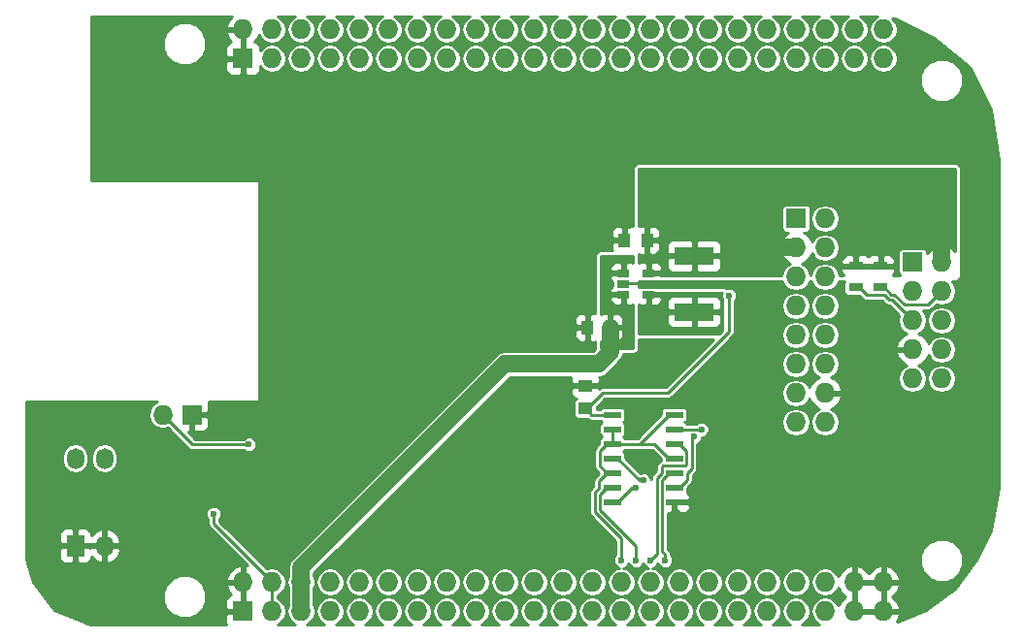
<source format=gbl>
G04 #@! TF.FileFunction,Copper,L2,Bot,Signal*
%FSLAX46Y46*%
G04 Gerber Fmt 4.6, Leading zero omitted, Abs format (unit mm)*
G04 Created by KiCad (PCBNEW 4.0.1-2.fc23-product) date Sun 31 Jan 2016 08:26:32 PM PST*
%MOMM*%
G01*
G04 APERTURE LIST*
%ADD10C,0.100000*%
%ADD11R,1.727200X1.727200*%
%ADD12O,1.727200X1.727200*%
%ADD13R,1.300000X0.700000*%
%ADD14R,1.000000X1.250000*%
%ADD15R,3.500000X1.600000*%
%ADD16R,1.524000X1.824000*%
%ADD17O,1.524000X1.824000*%
%ADD18R,1.060000X0.650000*%
%ADD19R,1.500000X0.600000*%
%ADD20R,1.250000X1.000000*%
%ADD21C,0.600000*%
%ADD22C,0.250000*%
%ADD23C,1.500000*%
%ADD24C,0.254000*%
G04 APERTURE END LIST*
D10*
D11*
X174625000Y-79375000D03*
D12*
X177165000Y-79375000D03*
X174625000Y-81915000D03*
X177165000Y-81915000D03*
X174625000Y-84455000D03*
X177165000Y-84455000D03*
X174625000Y-86995000D03*
X177165000Y-86995000D03*
X174625000Y-89535000D03*
X177165000Y-89535000D03*
D11*
X164465000Y-75565000D03*
D12*
X167005000Y-75565000D03*
X164465000Y-78105000D03*
X167005000Y-78105000D03*
X164465000Y-80645000D03*
X167005000Y-80645000D03*
X164465000Y-83185000D03*
X167005000Y-83185000D03*
X164465000Y-85725000D03*
X167005000Y-85725000D03*
X164465000Y-88265000D03*
X167005000Y-88265000D03*
X164465000Y-90805000D03*
X167005000Y-90805000D03*
X164465000Y-93345000D03*
X167005000Y-93345000D03*
D13*
X169672000Y-79695000D03*
X169672000Y-81595000D03*
X171831000Y-79695000D03*
X171831000Y-81595000D03*
D14*
X151495000Y-77470000D03*
X149495000Y-77470000D03*
D15*
X155575000Y-83718400D03*
X155575000Y-78841600D03*
D11*
X116205000Y-109855000D03*
D12*
X116205000Y-107315000D03*
X118745000Y-109855000D03*
X118745000Y-107315000D03*
X121285000Y-109855000D03*
X121285000Y-107315000D03*
X123825000Y-109855000D03*
X123825000Y-107315000D03*
X126365000Y-109855000D03*
X126365000Y-107315000D03*
X128905000Y-109855000D03*
X128905000Y-107315000D03*
X131445000Y-109855000D03*
X131445000Y-107315000D03*
X133985000Y-109855000D03*
X133985000Y-107315000D03*
X136525000Y-109855000D03*
X136525000Y-107315000D03*
X139065000Y-109855000D03*
X139065000Y-107315000D03*
X141605000Y-109855000D03*
X141605000Y-107315000D03*
X144145000Y-109855000D03*
X144145000Y-107315000D03*
X146685000Y-109855000D03*
X146685000Y-107315000D03*
X149225000Y-109855000D03*
X149225000Y-107315000D03*
X151765000Y-109855000D03*
X151765000Y-107315000D03*
X154305000Y-109855000D03*
X154305000Y-107315000D03*
X156845000Y-109855000D03*
X156845000Y-107315000D03*
X159385000Y-109855000D03*
X159385000Y-107315000D03*
X161925000Y-109855000D03*
X161925000Y-107315000D03*
X164465000Y-109855000D03*
X164465000Y-107315000D03*
X167005000Y-109855000D03*
X167005000Y-107315000D03*
X169545000Y-109855000D03*
X169545000Y-107315000D03*
X172085000Y-109855000D03*
X172085000Y-107315000D03*
D11*
X116205000Y-61595000D03*
D12*
X116205000Y-59055000D03*
X118745000Y-61595000D03*
X118745000Y-59055000D03*
X121285000Y-61595000D03*
X121285000Y-59055000D03*
X123825000Y-61595000D03*
X123825000Y-59055000D03*
X126365000Y-61595000D03*
X126365000Y-59055000D03*
X128905000Y-61595000D03*
X128905000Y-59055000D03*
X131445000Y-61595000D03*
X131445000Y-59055000D03*
X133985000Y-61595000D03*
X133985000Y-59055000D03*
X136525000Y-61595000D03*
X136525000Y-59055000D03*
X139065000Y-61595000D03*
X139065000Y-59055000D03*
X141605000Y-61595000D03*
X141605000Y-59055000D03*
X144145000Y-61595000D03*
X144145000Y-59055000D03*
X146685000Y-61595000D03*
X146685000Y-59055000D03*
X149225000Y-61595000D03*
X149225000Y-59055000D03*
X151765000Y-61595000D03*
X151765000Y-59055000D03*
X154305000Y-61595000D03*
X154305000Y-59055000D03*
X156845000Y-61595000D03*
X156845000Y-59055000D03*
X159385000Y-61595000D03*
X159385000Y-59055000D03*
X161925000Y-61595000D03*
X161925000Y-59055000D03*
X164465000Y-61595000D03*
X164465000Y-59055000D03*
X167005000Y-61595000D03*
X167005000Y-59055000D03*
X169545000Y-61595000D03*
X169545000Y-59055000D03*
X172085000Y-61595000D03*
X172085000Y-59055000D03*
D11*
X111760000Y-92710000D03*
D12*
X109220000Y-92710000D03*
D16*
X101600000Y-104140000D03*
D17*
X101600000Y-96520000D03*
X104140000Y-104140000D03*
X104140000Y-96520000D03*
D18*
X149395000Y-82230000D03*
X149395000Y-81280000D03*
X149395000Y-80330000D03*
X151595000Y-80330000D03*
X151595000Y-82230000D03*
D19*
X153830000Y-92710000D03*
X153830000Y-93980000D03*
X153830000Y-95250000D03*
X153830000Y-96520000D03*
X153830000Y-97790000D03*
X153830000Y-99060000D03*
X153830000Y-100330000D03*
X148430000Y-100330000D03*
X148430000Y-99060000D03*
X148430000Y-97790000D03*
X148430000Y-96520000D03*
X148430000Y-95250000D03*
X148430000Y-93980000D03*
X148430000Y-92710000D03*
D20*
X146050000Y-92170000D03*
X146050000Y-90170000D03*
D14*
X148280000Y-85090000D03*
X146280000Y-85090000D03*
D21*
X113663154Y-101346000D03*
X158623000Y-80264000D03*
X158623000Y-82296000D03*
X116713000Y-95311000D03*
X159385000Y-81227781D03*
X147320000Y-104775000D03*
X154940000Y-104775000D03*
X161290000Y-104140000D03*
X129540000Y-104140000D03*
X121920000Y-102870000D03*
X128270000Y-96520000D03*
X149855451Y-88267758D03*
X123190000Y-95250000D03*
X170180000Y-83820000D03*
X170180000Y-88900000D03*
X170180000Y-96520000D03*
X161290000Y-93980000D03*
X161290000Y-83820000D03*
X149395000Y-81280000D03*
X149860000Y-96520000D03*
X149860000Y-96520000D03*
X139700000Y-96520000D03*
X149860000Y-76200000D03*
X139700000Y-76200000D03*
X129540000Y-76200000D03*
X129540000Y-76200000D03*
X139700000Y-86360000D03*
X129540000Y-86360000D03*
X119380000Y-86360000D03*
X119380000Y-76200000D03*
X139700000Y-104140000D03*
X170180000Y-104140000D03*
X180340000Y-104140000D03*
X180340000Y-96520000D03*
X180340000Y-86360000D03*
X180340000Y-76200000D03*
X180340000Y-66040000D03*
X170180000Y-66040000D03*
X160020000Y-66040000D03*
X149860000Y-66040000D03*
X139700000Y-66040000D03*
X129540000Y-66040000D03*
X119380000Y-66040000D03*
X109220000Y-66040000D03*
X151130000Y-98425000D03*
X150495000Y-99060000D03*
X155575000Y-94615000D03*
X156210000Y-93980000D03*
X149225000Y-105410000D03*
X150495000Y-105410000D03*
X151765000Y-105410000D03*
X153035000Y-105410000D03*
D22*
X113663154Y-101346000D02*
X113663154Y-102233154D01*
X113663154Y-102233154D02*
X118745000Y-107315000D01*
X118745000Y-109855000D02*
X118745000Y-107315000D01*
X158623000Y-78867000D02*
X158597600Y-78841600D01*
X158597600Y-78841600D02*
X155575000Y-78841600D01*
X158623000Y-80264000D02*
X158623000Y-78867000D01*
X146050000Y-92170000D02*
X146209000Y-92170000D01*
X146209000Y-92170000D02*
X147574000Y-90805000D01*
X147574000Y-90805000D02*
X153289000Y-90805000D01*
X153289000Y-90805000D02*
X158623000Y-85471000D01*
X158623000Y-85471000D02*
X158623000Y-82296000D01*
X148430000Y-92710000D02*
X146590000Y-92710000D01*
X146590000Y-92710000D02*
X146050000Y-92170000D01*
D23*
X161925000Y-73660000D02*
X161925000Y-76786314D01*
X161925000Y-76786314D02*
X163243686Y-78105000D01*
X163243686Y-78105000D02*
X164465000Y-78105000D01*
X162560000Y-73025000D02*
X161925000Y-73660000D01*
X172036314Y-73025000D02*
X162560000Y-73025000D01*
X177165000Y-79375000D02*
X177165000Y-78153686D01*
X177165000Y-78153686D02*
X172036314Y-73025000D01*
D22*
X169672000Y-81595000D02*
X169972000Y-81595000D01*
X169972000Y-81595000D02*
X170647001Y-82270001D01*
X170647001Y-82270001D02*
X172169591Y-82270001D01*
X172169591Y-82270001D02*
X172544600Y-82645010D01*
X172544600Y-82645010D02*
X172815010Y-82645010D01*
X172815010Y-82645010D02*
X174625000Y-84455000D01*
X175976399Y-83103601D02*
X177165000Y-81915000D01*
X173910011Y-83103601D02*
X175976399Y-83103601D01*
X173001410Y-82195000D02*
X173910011Y-83103601D01*
X172731000Y-82195000D02*
X173001410Y-82195000D01*
X172131000Y-81595000D02*
X172731000Y-82195000D01*
X171831000Y-81595000D02*
X172131000Y-81595000D01*
X109220000Y-92710000D02*
X111821000Y-95311000D01*
X111821000Y-95311000D02*
X116713000Y-95311000D01*
X180340000Y-96520000D02*
X180340000Y-101600000D01*
X180340000Y-101600000D02*
X180340000Y-104140000D01*
X173355000Y-104140000D02*
X175895000Y-101600000D01*
X175895000Y-101600000D02*
X180340000Y-101600000D01*
X170180000Y-104140000D02*
X173355000Y-104140000D01*
X105664000Y-104140000D02*
X106934000Y-105410000D01*
X114300000Y-107315000D02*
X112395000Y-105410000D01*
X112395000Y-105410000D02*
X106934000Y-105410000D01*
X116205000Y-107315000D02*
X114300000Y-107315000D01*
X117348000Y-92710000D02*
X119380000Y-92710000D01*
X119380000Y-92710000D02*
X120650000Y-92710000D01*
X119380000Y-86360000D02*
X119380000Y-92710000D01*
X117348000Y-92710000D02*
X117983000Y-92710000D01*
X111760000Y-92710000D02*
X117348000Y-92710000D01*
X120650000Y-92710000D02*
X123190000Y-95250000D01*
X116840000Y-92710000D02*
X111760000Y-92710000D01*
X149447219Y-81227781D02*
X159385000Y-81227781D01*
X161290000Y-83820000D02*
X161290000Y-83132781D01*
X161290000Y-83132781D02*
X159385000Y-81227781D01*
X139700000Y-104140000D02*
X146685000Y-104140000D01*
X146685000Y-104140000D02*
X147320000Y-104775000D01*
X154940000Y-104140000D02*
X154940000Y-103505000D01*
X154940000Y-103505000D02*
X154940000Y-101990000D01*
X154940000Y-104775000D02*
X154940000Y-103505000D01*
X154940000Y-101990000D02*
X153830000Y-100880000D01*
X161290000Y-96520000D02*
X161290000Y-104140000D01*
X170180000Y-104140000D02*
X161290000Y-104140000D01*
X104140000Y-104140000D02*
X105664000Y-104140000D01*
X116205000Y-109855000D02*
X116205000Y-107315000D01*
X129540000Y-86360000D02*
X129540000Y-95250000D01*
X129540000Y-95250000D02*
X128270000Y-96520000D01*
X139700000Y-94615000D02*
X139700000Y-96520000D01*
X146050000Y-90170000D02*
X144145000Y-90170000D01*
X139700000Y-94615000D02*
X144145000Y-90170000D01*
X149447219Y-81227781D02*
X149395000Y-81280000D01*
X174625000Y-86995000D02*
X172085000Y-86995000D01*
X172085000Y-86995000D02*
X170180000Y-88900000D01*
X153830000Y-100880000D02*
X153830000Y-100330000D01*
X146050000Y-90170000D02*
X147953209Y-90170000D01*
X147953209Y-90170000D02*
X149855451Y-88267758D01*
X170180000Y-88900000D02*
X170180000Y-83820000D01*
X170180000Y-104140000D02*
X162560000Y-104140000D01*
X161290000Y-93980000D02*
X161290000Y-96520000D01*
X170180000Y-96520000D02*
X161290000Y-96520000D01*
X180340000Y-96520000D02*
X170180000Y-96520000D01*
X139700000Y-76200000D02*
X139700000Y-86360000D01*
X149495000Y-77470000D02*
X149495000Y-76565000D01*
X149495000Y-76565000D02*
X149860000Y-76200000D01*
X149860000Y-66040000D02*
X149860000Y-76200000D01*
X139700000Y-76200000D02*
X139700000Y-66040000D01*
X129540000Y-76200000D02*
X129540000Y-66040000D01*
X145970000Y-85090000D02*
X140970000Y-85090000D01*
X140970000Y-85090000D02*
X139700000Y-86360000D01*
X119380000Y-86360000D02*
X129540000Y-86360000D01*
X119380000Y-66040000D02*
X119380000Y-76200000D01*
X139700000Y-104140000D02*
X129540000Y-104140000D01*
X180340000Y-76200000D02*
X180340000Y-86360000D01*
X170180000Y-66040000D02*
X180340000Y-66040000D01*
X149860000Y-66040000D02*
X160020000Y-66040000D01*
X129540000Y-66040000D02*
X139700000Y-66040000D01*
X109220000Y-66040000D02*
X119380000Y-66040000D01*
X101600000Y-104140000D02*
X104140000Y-104140000D01*
D23*
X148280000Y-85090000D02*
X148280000Y-87215000D01*
X148280000Y-87215000D02*
X147230000Y-88265000D01*
X147230000Y-88265000D02*
X139065000Y-88265000D01*
X139065000Y-88265000D02*
X121285000Y-106045000D01*
X121285000Y-106045000D02*
X121285000Y-106680000D01*
X121285000Y-106680000D02*
X121285000Y-107315000D01*
X121285000Y-109855000D02*
X121285000Y-107315000D01*
D22*
X148880000Y-96520000D02*
X150785000Y-98425000D01*
X150785000Y-98425000D02*
X151130000Y-98425000D01*
X148430000Y-96520000D02*
X148880000Y-96520000D01*
X148430000Y-100330000D02*
X148880000Y-100330000D01*
X148880000Y-100330000D02*
X150150000Y-99060000D01*
X150150000Y-99060000D02*
X150495000Y-99060000D01*
X155355011Y-97374989D02*
X155355011Y-94834989D01*
X155355011Y-94834989D02*
X155575000Y-94615000D01*
X153830000Y-99060000D02*
X154280000Y-99060000D01*
X154280000Y-99060000D02*
X154940000Y-98400000D01*
X154940000Y-98400000D02*
X154940000Y-97790000D01*
X154940000Y-97790000D02*
X155355011Y-97374989D01*
X153830000Y-93980000D02*
X156210000Y-93980000D01*
X176384130Y-86995000D02*
X177165000Y-86995000D01*
X149225000Y-105410000D02*
X149225000Y-103505000D01*
X147279602Y-99123988D02*
X146904989Y-99498601D01*
X146904989Y-101184989D02*
X149225000Y-103505000D01*
X146904989Y-99498601D02*
X146904989Y-101184989D01*
X147279602Y-99123988D02*
X147279602Y-98490398D01*
X152110000Y-95250000D02*
X148430000Y-95250000D01*
X153830000Y-96520000D02*
X153380000Y-96520000D01*
X153380000Y-96520000D02*
X152110000Y-95250000D01*
X150840000Y-95250000D02*
X148430000Y-95250000D01*
X153380000Y-92710000D02*
X150840000Y-95250000D01*
X153830000Y-92710000D02*
X153380000Y-92710000D01*
X147279602Y-98490398D02*
X147980000Y-97790000D01*
X147980000Y-97790000D02*
X148430000Y-97790000D01*
X148430000Y-95250000D02*
X147980000Y-95250000D01*
X147980000Y-95250000D02*
X147354999Y-95875001D01*
X147354999Y-95875001D02*
X147354999Y-97164999D01*
X147354999Y-97164999D02*
X147980000Y-97790000D01*
X148430000Y-95250000D02*
X148430000Y-93980000D01*
X148430000Y-99060000D02*
X147980000Y-99060000D01*
X147980000Y-99060000D02*
X147354999Y-99685001D01*
X147354999Y-99685001D02*
X147354999Y-100998589D01*
X147354999Y-100998589D02*
X149675009Y-103318599D01*
X149675009Y-103318599D02*
X149675009Y-103320009D01*
X149675009Y-103320009D02*
X150495000Y-104140000D01*
X150495000Y-104140000D02*
X150495000Y-105410000D01*
X148575330Y-99205330D02*
X147729612Y-99205330D01*
X153830000Y-95250000D02*
X154280000Y-95250000D01*
X152754999Y-97778591D02*
X152304990Y-98228600D01*
X154280000Y-95250000D02*
X154905001Y-95875001D01*
X154905001Y-95875001D02*
X154905001Y-97080001D01*
X154905001Y-97080001D02*
X154840001Y-97145001D01*
X154840001Y-97145001D02*
X152839997Y-97145001D01*
X152839997Y-97145001D02*
X152754999Y-97229999D01*
X152754999Y-97229999D02*
X152754999Y-97778591D01*
X152304990Y-98228600D02*
X152304989Y-104870011D01*
X152304989Y-104870011D02*
X151765000Y-105410000D01*
X154380000Y-95250000D02*
X154465000Y-95165000D01*
X152754999Y-104621999D02*
X153035000Y-104902000D01*
X153035000Y-104902000D02*
X153035000Y-105410000D01*
X152754999Y-98415001D02*
X152754999Y-104621999D01*
X153830000Y-97790000D02*
X153380000Y-97790000D01*
X153380000Y-97790000D02*
X152754999Y-98415001D01*
X153464998Y-97790000D02*
X153830000Y-97790000D01*
D24*
G36*
X114998179Y-58166510D02*
X114750032Y-58695973D01*
X114870531Y-58928000D01*
X116078000Y-58928000D01*
X116078000Y-58908000D01*
X116332000Y-58908000D01*
X116332000Y-58928000D01*
X116352000Y-58928000D01*
X116352000Y-59182000D01*
X116332000Y-59182000D01*
X116332000Y-61468000D01*
X116352000Y-61468000D01*
X116352000Y-61722000D01*
X116332000Y-61722000D01*
X116332000Y-62934850D01*
X116490750Y-63093600D01*
X117194910Y-63093600D01*
X117428299Y-62996927D01*
X117606927Y-62818298D01*
X117703600Y-62584909D01*
X117703600Y-62250854D01*
X117867763Y-62496542D01*
X118270243Y-62765470D01*
X118745000Y-62859905D01*
X119219757Y-62765470D01*
X119622237Y-62496542D01*
X119891165Y-62094062D01*
X119985600Y-61619305D01*
X119985600Y-61570695D01*
X120044400Y-61570695D01*
X120044400Y-61619305D01*
X120138835Y-62094062D01*
X120407763Y-62496542D01*
X120810243Y-62765470D01*
X121285000Y-62859905D01*
X121759757Y-62765470D01*
X122162237Y-62496542D01*
X122431165Y-62094062D01*
X122525600Y-61619305D01*
X122525600Y-61570695D01*
X122584400Y-61570695D01*
X122584400Y-61619305D01*
X122678835Y-62094062D01*
X122947763Y-62496542D01*
X123350243Y-62765470D01*
X123825000Y-62859905D01*
X124299757Y-62765470D01*
X124702237Y-62496542D01*
X124971165Y-62094062D01*
X125065600Y-61619305D01*
X125065600Y-61570695D01*
X125124400Y-61570695D01*
X125124400Y-61619305D01*
X125218835Y-62094062D01*
X125487763Y-62496542D01*
X125890243Y-62765470D01*
X126365000Y-62859905D01*
X126839757Y-62765470D01*
X127242237Y-62496542D01*
X127511165Y-62094062D01*
X127605600Y-61619305D01*
X127605600Y-61570695D01*
X127664400Y-61570695D01*
X127664400Y-61619305D01*
X127758835Y-62094062D01*
X128027763Y-62496542D01*
X128430243Y-62765470D01*
X128905000Y-62859905D01*
X129379757Y-62765470D01*
X129782237Y-62496542D01*
X130051165Y-62094062D01*
X130145600Y-61619305D01*
X130145600Y-61570695D01*
X130204400Y-61570695D01*
X130204400Y-61619305D01*
X130298835Y-62094062D01*
X130567763Y-62496542D01*
X130970243Y-62765470D01*
X131445000Y-62859905D01*
X131919757Y-62765470D01*
X132322237Y-62496542D01*
X132591165Y-62094062D01*
X132685600Y-61619305D01*
X132685600Y-61570695D01*
X132744400Y-61570695D01*
X132744400Y-61619305D01*
X132838835Y-62094062D01*
X133107763Y-62496542D01*
X133510243Y-62765470D01*
X133985000Y-62859905D01*
X134459757Y-62765470D01*
X134862237Y-62496542D01*
X135131165Y-62094062D01*
X135225600Y-61619305D01*
X135225600Y-61570695D01*
X135284400Y-61570695D01*
X135284400Y-61619305D01*
X135378835Y-62094062D01*
X135647763Y-62496542D01*
X136050243Y-62765470D01*
X136525000Y-62859905D01*
X136999757Y-62765470D01*
X137402237Y-62496542D01*
X137671165Y-62094062D01*
X137765600Y-61619305D01*
X137765600Y-61570695D01*
X137824400Y-61570695D01*
X137824400Y-61619305D01*
X137918835Y-62094062D01*
X138187763Y-62496542D01*
X138590243Y-62765470D01*
X139065000Y-62859905D01*
X139539757Y-62765470D01*
X139942237Y-62496542D01*
X140211165Y-62094062D01*
X140305600Y-61619305D01*
X140305600Y-61570695D01*
X140364400Y-61570695D01*
X140364400Y-61619305D01*
X140458835Y-62094062D01*
X140727763Y-62496542D01*
X141130243Y-62765470D01*
X141605000Y-62859905D01*
X142079757Y-62765470D01*
X142482237Y-62496542D01*
X142751165Y-62094062D01*
X142845600Y-61619305D01*
X142845600Y-61570695D01*
X142904400Y-61570695D01*
X142904400Y-61619305D01*
X142998835Y-62094062D01*
X143267763Y-62496542D01*
X143670243Y-62765470D01*
X144145000Y-62859905D01*
X144619757Y-62765470D01*
X145022237Y-62496542D01*
X145291165Y-62094062D01*
X145385600Y-61619305D01*
X145385600Y-61570695D01*
X145444400Y-61570695D01*
X145444400Y-61619305D01*
X145538835Y-62094062D01*
X145807763Y-62496542D01*
X146210243Y-62765470D01*
X146685000Y-62859905D01*
X147159757Y-62765470D01*
X147562237Y-62496542D01*
X147831165Y-62094062D01*
X147925600Y-61619305D01*
X147925600Y-61570695D01*
X147984400Y-61570695D01*
X147984400Y-61619305D01*
X148078835Y-62094062D01*
X148347763Y-62496542D01*
X148750243Y-62765470D01*
X149225000Y-62859905D01*
X149699757Y-62765470D01*
X150102237Y-62496542D01*
X150371165Y-62094062D01*
X150465600Y-61619305D01*
X150465600Y-61570695D01*
X150524400Y-61570695D01*
X150524400Y-61619305D01*
X150618835Y-62094062D01*
X150887763Y-62496542D01*
X151290243Y-62765470D01*
X151765000Y-62859905D01*
X152239757Y-62765470D01*
X152642237Y-62496542D01*
X152911165Y-62094062D01*
X153005600Y-61619305D01*
X153005600Y-61570695D01*
X153064400Y-61570695D01*
X153064400Y-61619305D01*
X153158835Y-62094062D01*
X153427763Y-62496542D01*
X153830243Y-62765470D01*
X154305000Y-62859905D01*
X154779757Y-62765470D01*
X155182237Y-62496542D01*
X155451165Y-62094062D01*
X155545600Y-61619305D01*
X155545600Y-61570695D01*
X155604400Y-61570695D01*
X155604400Y-61619305D01*
X155698835Y-62094062D01*
X155967763Y-62496542D01*
X156370243Y-62765470D01*
X156845000Y-62859905D01*
X157319757Y-62765470D01*
X157722237Y-62496542D01*
X157991165Y-62094062D01*
X158085600Y-61619305D01*
X158085600Y-61570695D01*
X158144400Y-61570695D01*
X158144400Y-61619305D01*
X158238835Y-62094062D01*
X158507763Y-62496542D01*
X158910243Y-62765470D01*
X159385000Y-62859905D01*
X159859757Y-62765470D01*
X160262237Y-62496542D01*
X160531165Y-62094062D01*
X160625600Y-61619305D01*
X160625600Y-61570695D01*
X160684400Y-61570695D01*
X160684400Y-61619305D01*
X160778835Y-62094062D01*
X161047763Y-62496542D01*
X161450243Y-62765470D01*
X161925000Y-62859905D01*
X162399757Y-62765470D01*
X162802237Y-62496542D01*
X163071165Y-62094062D01*
X163165600Y-61619305D01*
X163165600Y-61570695D01*
X163224400Y-61570695D01*
X163224400Y-61619305D01*
X163318835Y-62094062D01*
X163587763Y-62496542D01*
X163990243Y-62765470D01*
X164465000Y-62859905D01*
X164939757Y-62765470D01*
X165342237Y-62496542D01*
X165611165Y-62094062D01*
X165705600Y-61619305D01*
X165705600Y-61570695D01*
X165764400Y-61570695D01*
X165764400Y-61619305D01*
X165858835Y-62094062D01*
X166127763Y-62496542D01*
X166530243Y-62765470D01*
X167005000Y-62859905D01*
X167479757Y-62765470D01*
X167882237Y-62496542D01*
X168151165Y-62094062D01*
X168245600Y-61619305D01*
X168245600Y-61570695D01*
X168304400Y-61570695D01*
X168304400Y-61619305D01*
X168398835Y-62094062D01*
X168667763Y-62496542D01*
X169070243Y-62765470D01*
X169545000Y-62859905D01*
X170019757Y-62765470D01*
X170422237Y-62496542D01*
X170691165Y-62094062D01*
X170785600Y-61619305D01*
X170785600Y-61570695D01*
X170844400Y-61570695D01*
X170844400Y-61619305D01*
X170938835Y-62094062D01*
X171207763Y-62496542D01*
X171610243Y-62765470D01*
X172085000Y-62859905D01*
X172559757Y-62765470D01*
X172962237Y-62496542D01*
X173231165Y-62094062D01*
X173325600Y-61619305D01*
X173325600Y-61570695D01*
X173231165Y-61095938D01*
X172962237Y-60693458D01*
X172559757Y-60424530D01*
X172085000Y-60330095D01*
X171610243Y-60424530D01*
X171207763Y-60693458D01*
X170938835Y-61095938D01*
X170844400Y-61570695D01*
X170785600Y-61570695D01*
X170691165Y-61095938D01*
X170422237Y-60693458D01*
X170019757Y-60424530D01*
X169545000Y-60330095D01*
X169070243Y-60424530D01*
X168667763Y-60693458D01*
X168398835Y-61095938D01*
X168304400Y-61570695D01*
X168245600Y-61570695D01*
X168151165Y-61095938D01*
X167882237Y-60693458D01*
X167479757Y-60424530D01*
X167005000Y-60330095D01*
X166530243Y-60424530D01*
X166127763Y-60693458D01*
X165858835Y-61095938D01*
X165764400Y-61570695D01*
X165705600Y-61570695D01*
X165611165Y-61095938D01*
X165342237Y-60693458D01*
X164939757Y-60424530D01*
X164465000Y-60330095D01*
X163990243Y-60424530D01*
X163587763Y-60693458D01*
X163318835Y-61095938D01*
X163224400Y-61570695D01*
X163165600Y-61570695D01*
X163071165Y-61095938D01*
X162802237Y-60693458D01*
X162399757Y-60424530D01*
X161925000Y-60330095D01*
X161450243Y-60424530D01*
X161047763Y-60693458D01*
X160778835Y-61095938D01*
X160684400Y-61570695D01*
X160625600Y-61570695D01*
X160531165Y-61095938D01*
X160262237Y-60693458D01*
X159859757Y-60424530D01*
X159385000Y-60330095D01*
X158910243Y-60424530D01*
X158507763Y-60693458D01*
X158238835Y-61095938D01*
X158144400Y-61570695D01*
X158085600Y-61570695D01*
X157991165Y-61095938D01*
X157722237Y-60693458D01*
X157319757Y-60424530D01*
X156845000Y-60330095D01*
X156370243Y-60424530D01*
X155967763Y-60693458D01*
X155698835Y-61095938D01*
X155604400Y-61570695D01*
X155545600Y-61570695D01*
X155451165Y-61095938D01*
X155182237Y-60693458D01*
X154779757Y-60424530D01*
X154305000Y-60330095D01*
X153830243Y-60424530D01*
X153427763Y-60693458D01*
X153158835Y-61095938D01*
X153064400Y-61570695D01*
X153005600Y-61570695D01*
X152911165Y-61095938D01*
X152642237Y-60693458D01*
X152239757Y-60424530D01*
X151765000Y-60330095D01*
X151290243Y-60424530D01*
X150887763Y-60693458D01*
X150618835Y-61095938D01*
X150524400Y-61570695D01*
X150465600Y-61570695D01*
X150371165Y-61095938D01*
X150102237Y-60693458D01*
X149699757Y-60424530D01*
X149225000Y-60330095D01*
X148750243Y-60424530D01*
X148347763Y-60693458D01*
X148078835Y-61095938D01*
X147984400Y-61570695D01*
X147925600Y-61570695D01*
X147831165Y-61095938D01*
X147562237Y-60693458D01*
X147159757Y-60424530D01*
X146685000Y-60330095D01*
X146210243Y-60424530D01*
X145807763Y-60693458D01*
X145538835Y-61095938D01*
X145444400Y-61570695D01*
X145385600Y-61570695D01*
X145291165Y-61095938D01*
X145022237Y-60693458D01*
X144619757Y-60424530D01*
X144145000Y-60330095D01*
X143670243Y-60424530D01*
X143267763Y-60693458D01*
X142998835Y-61095938D01*
X142904400Y-61570695D01*
X142845600Y-61570695D01*
X142751165Y-61095938D01*
X142482237Y-60693458D01*
X142079757Y-60424530D01*
X141605000Y-60330095D01*
X141130243Y-60424530D01*
X140727763Y-60693458D01*
X140458835Y-61095938D01*
X140364400Y-61570695D01*
X140305600Y-61570695D01*
X140211165Y-61095938D01*
X139942237Y-60693458D01*
X139539757Y-60424530D01*
X139065000Y-60330095D01*
X138590243Y-60424530D01*
X138187763Y-60693458D01*
X137918835Y-61095938D01*
X137824400Y-61570695D01*
X137765600Y-61570695D01*
X137671165Y-61095938D01*
X137402237Y-60693458D01*
X136999757Y-60424530D01*
X136525000Y-60330095D01*
X136050243Y-60424530D01*
X135647763Y-60693458D01*
X135378835Y-61095938D01*
X135284400Y-61570695D01*
X135225600Y-61570695D01*
X135131165Y-61095938D01*
X134862237Y-60693458D01*
X134459757Y-60424530D01*
X133985000Y-60330095D01*
X133510243Y-60424530D01*
X133107763Y-60693458D01*
X132838835Y-61095938D01*
X132744400Y-61570695D01*
X132685600Y-61570695D01*
X132591165Y-61095938D01*
X132322237Y-60693458D01*
X131919757Y-60424530D01*
X131445000Y-60330095D01*
X130970243Y-60424530D01*
X130567763Y-60693458D01*
X130298835Y-61095938D01*
X130204400Y-61570695D01*
X130145600Y-61570695D01*
X130051165Y-61095938D01*
X129782237Y-60693458D01*
X129379757Y-60424530D01*
X128905000Y-60330095D01*
X128430243Y-60424530D01*
X128027763Y-60693458D01*
X127758835Y-61095938D01*
X127664400Y-61570695D01*
X127605600Y-61570695D01*
X127511165Y-61095938D01*
X127242237Y-60693458D01*
X126839757Y-60424530D01*
X126365000Y-60330095D01*
X125890243Y-60424530D01*
X125487763Y-60693458D01*
X125218835Y-61095938D01*
X125124400Y-61570695D01*
X125065600Y-61570695D01*
X124971165Y-61095938D01*
X124702237Y-60693458D01*
X124299757Y-60424530D01*
X123825000Y-60330095D01*
X123350243Y-60424530D01*
X122947763Y-60693458D01*
X122678835Y-61095938D01*
X122584400Y-61570695D01*
X122525600Y-61570695D01*
X122431165Y-61095938D01*
X122162237Y-60693458D01*
X121759757Y-60424530D01*
X121285000Y-60330095D01*
X120810243Y-60424530D01*
X120407763Y-60693458D01*
X120138835Y-61095938D01*
X120044400Y-61570695D01*
X119985600Y-61570695D01*
X119891165Y-61095938D01*
X119622237Y-60693458D01*
X119219757Y-60424530D01*
X118745000Y-60330095D01*
X118270243Y-60424530D01*
X117867763Y-60693458D01*
X117703600Y-60939146D01*
X117703600Y-60605091D01*
X117606927Y-60371702D01*
X117428299Y-60193073D01*
X117228881Y-60110471D01*
X117411821Y-59943490D01*
X117597495Y-59547324D01*
X117598835Y-59554062D01*
X117867763Y-59956542D01*
X118270243Y-60225470D01*
X118745000Y-60319905D01*
X119219757Y-60225470D01*
X119622237Y-59956542D01*
X119891165Y-59554062D01*
X119985600Y-59079305D01*
X119985600Y-59030695D01*
X119891165Y-58555938D01*
X119622237Y-58153458D01*
X119260869Y-57912000D01*
X120769131Y-57912000D01*
X120407763Y-58153458D01*
X120138835Y-58555938D01*
X120044400Y-59030695D01*
X120044400Y-59079305D01*
X120138835Y-59554062D01*
X120407763Y-59956542D01*
X120810243Y-60225470D01*
X121285000Y-60319905D01*
X121759757Y-60225470D01*
X122162237Y-59956542D01*
X122431165Y-59554062D01*
X122525600Y-59079305D01*
X122525600Y-59030695D01*
X122431165Y-58555938D01*
X122162237Y-58153458D01*
X121800869Y-57912000D01*
X123309131Y-57912000D01*
X122947763Y-58153458D01*
X122678835Y-58555938D01*
X122584400Y-59030695D01*
X122584400Y-59079305D01*
X122678835Y-59554062D01*
X122947763Y-59956542D01*
X123350243Y-60225470D01*
X123825000Y-60319905D01*
X124299757Y-60225470D01*
X124702237Y-59956542D01*
X124971165Y-59554062D01*
X125065600Y-59079305D01*
X125065600Y-59030695D01*
X124971165Y-58555938D01*
X124702237Y-58153458D01*
X124340869Y-57912000D01*
X125849131Y-57912000D01*
X125487763Y-58153458D01*
X125218835Y-58555938D01*
X125124400Y-59030695D01*
X125124400Y-59079305D01*
X125218835Y-59554062D01*
X125487763Y-59956542D01*
X125890243Y-60225470D01*
X126365000Y-60319905D01*
X126839757Y-60225470D01*
X127242237Y-59956542D01*
X127511165Y-59554062D01*
X127605600Y-59079305D01*
X127605600Y-59030695D01*
X127511165Y-58555938D01*
X127242237Y-58153458D01*
X126880869Y-57912000D01*
X128389131Y-57912000D01*
X128027763Y-58153458D01*
X127758835Y-58555938D01*
X127664400Y-59030695D01*
X127664400Y-59079305D01*
X127758835Y-59554062D01*
X128027763Y-59956542D01*
X128430243Y-60225470D01*
X128905000Y-60319905D01*
X129379757Y-60225470D01*
X129782237Y-59956542D01*
X130051165Y-59554062D01*
X130145600Y-59079305D01*
X130145600Y-59030695D01*
X130051165Y-58555938D01*
X129782237Y-58153458D01*
X129420869Y-57912000D01*
X130929131Y-57912000D01*
X130567763Y-58153458D01*
X130298835Y-58555938D01*
X130204400Y-59030695D01*
X130204400Y-59079305D01*
X130298835Y-59554062D01*
X130567763Y-59956542D01*
X130970243Y-60225470D01*
X131445000Y-60319905D01*
X131919757Y-60225470D01*
X132322237Y-59956542D01*
X132591165Y-59554062D01*
X132685600Y-59079305D01*
X132685600Y-59030695D01*
X132591165Y-58555938D01*
X132322237Y-58153458D01*
X131960869Y-57912000D01*
X133469131Y-57912000D01*
X133107763Y-58153458D01*
X132838835Y-58555938D01*
X132744400Y-59030695D01*
X132744400Y-59079305D01*
X132838835Y-59554062D01*
X133107763Y-59956542D01*
X133510243Y-60225470D01*
X133985000Y-60319905D01*
X134459757Y-60225470D01*
X134862237Y-59956542D01*
X135131165Y-59554062D01*
X135225600Y-59079305D01*
X135225600Y-59030695D01*
X135131165Y-58555938D01*
X134862237Y-58153458D01*
X134500869Y-57912000D01*
X136009131Y-57912000D01*
X135647763Y-58153458D01*
X135378835Y-58555938D01*
X135284400Y-59030695D01*
X135284400Y-59079305D01*
X135378835Y-59554062D01*
X135647763Y-59956542D01*
X136050243Y-60225470D01*
X136525000Y-60319905D01*
X136999757Y-60225470D01*
X137402237Y-59956542D01*
X137671165Y-59554062D01*
X137765600Y-59079305D01*
X137765600Y-59030695D01*
X137671165Y-58555938D01*
X137402237Y-58153458D01*
X137040869Y-57912000D01*
X138549131Y-57912000D01*
X138187763Y-58153458D01*
X137918835Y-58555938D01*
X137824400Y-59030695D01*
X137824400Y-59079305D01*
X137918835Y-59554062D01*
X138187763Y-59956542D01*
X138590243Y-60225470D01*
X139065000Y-60319905D01*
X139539757Y-60225470D01*
X139942237Y-59956542D01*
X140211165Y-59554062D01*
X140305600Y-59079305D01*
X140305600Y-59030695D01*
X140211165Y-58555938D01*
X139942237Y-58153458D01*
X139580869Y-57912000D01*
X141089131Y-57912000D01*
X140727763Y-58153458D01*
X140458835Y-58555938D01*
X140364400Y-59030695D01*
X140364400Y-59079305D01*
X140458835Y-59554062D01*
X140727763Y-59956542D01*
X141130243Y-60225470D01*
X141605000Y-60319905D01*
X142079757Y-60225470D01*
X142482237Y-59956542D01*
X142751165Y-59554062D01*
X142845600Y-59079305D01*
X142845600Y-59030695D01*
X142751165Y-58555938D01*
X142482237Y-58153458D01*
X142120869Y-57912000D01*
X143629131Y-57912000D01*
X143267763Y-58153458D01*
X142998835Y-58555938D01*
X142904400Y-59030695D01*
X142904400Y-59079305D01*
X142998835Y-59554062D01*
X143267763Y-59956542D01*
X143670243Y-60225470D01*
X144145000Y-60319905D01*
X144619757Y-60225470D01*
X145022237Y-59956542D01*
X145291165Y-59554062D01*
X145385600Y-59079305D01*
X145385600Y-59030695D01*
X145291165Y-58555938D01*
X145022237Y-58153458D01*
X144660869Y-57912000D01*
X146169131Y-57912000D01*
X145807763Y-58153458D01*
X145538835Y-58555938D01*
X145444400Y-59030695D01*
X145444400Y-59079305D01*
X145538835Y-59554062D01*
X145807763Y-59956542D01*
X146210243Y-60225470D01*
X146685000Y-60319905D01*
X147159757Y-60225470D01*
X147562237Y-59956542D01*
X147831165Y-59554062D01*
X147925600Y-59079305D01*
X147925600Y-59030695D01*
X147831165Y-58555938D01*
X147562237Y-58153458D01*
X147200869Y-57912000D01*
X148709131Y-57912000D01*
X148347763Y-58153458D01*
X148078835Y-58555938D01*
X147984400Y-59030695D01*
X147984400Y-59079305D01*
X148078835Y-59554062D01*
X148347763Y-59956542D01*
X148750243Y-60225470D01*
X149225000Y-60319905D01*
X149699757Y-60225470D01*
X150102237Y-59956542D01*
X150371165Y-59554062D01*
X150465600Y-59079305D01*
X150465600Y-59030695D01*
X150371165Y-58555938D01*
X150102237Y-58153458D01*
X149740869Y-57912000D01*
X151249131Y-57912000D01*
X150887763Y-58153458D01*
X150618835Y-58555938D01*
X150524400Y-59030695D01*
X150524400Y-59079305D01*
X150618835Y-59554062D01*
X150887763Y-59956542D01*
X151290243Y-60225470D01*
X151765000Y-60319905D01*
X152239757Y-60225470D01*
X152642237Y-59956542D01*
X152911165Y-59554062D01*
X153005600Y-59079305D01*
X153005600Y-59030695D01*
X152911165Y-58555938D01*
X152642237Y-58153458D01*
X152280869Y-57912000D01*
X153789131Y-57912000D01*
X153427763Y-58153458D01*
X153158835Y-58555938D01*
X153064400Y-59030695D01*
X153064400Y-59079305D01*
X153158835Y-59554062D01*
X153427763Y-59956542D01*
X153830243Y-60225470D01*
X154305000Y-60319905D01*
X154779757Y-60225470D01*
X155182237Y-59956542D01*
X155451165Y-59554062D01*
X155545600Y-59079305D01*
X155545600Y-59030695D01*
X155451165Y-58555938D01*
X155182237Y-58153458D01*
X154820869Y-57912000D01*
X156329131Y-57912000D01*
X155967763Y-58153458D01*
X155698835Y-58555938D01*
X155604400Y-59030695D01*
X155604400Y-59079305D01*
X155698835Y-59554062D01*
X155967763Y-59956542D01*
X156370243Y-60225470D01*
X156845000Y-60319905D01*
X157319757Y-60225470D01*
X157722237Y-59956542D01*
X157991165Y-59554062D01*
X158085600Y-59079305D01*
X158085600Y-59030695D01*
X157991165Y-58555938D01*
X157722237Y-58153458D01*
X157360869Y-57912000D01*
X158869131Y-57912000D01*
X158507763Y-58153458D01*
X158238835Y-58555938D01*
X158144400Y-59030695D01*
X158144400Y-59079305D01*
X158238835Y-59554062D01*
X158507763Y-59956542D01*
X158910243Y-60225470D01*
X159385000Y-60319905D01*
X159859757Y-60225470D01*
X160262237Y-59956542D01*
X160531165Y-59554062D01*
X160625600Y-59079305D01*
X160625600Y-59030695D01*
X160531165Y-58555938D01*
X160262237Y-58153458D01*
X159900869Y-57912000D01*
X161409131Y-57912000D01*
X161047763Y-58153458D01*
X160778835Y-58555938D01*
X160684400Y-59030695D01*
X160684400Y-59079305D01*
X160778835Y-59554062D01*
X161047763Y-59956542D01*
X161450243Y-60225470D01*
X161925000Y-60319905D01*
X162399757Y-60225470D01*
X162802237Y-59956542D01*
X163071165Y-59554062D01*
X163165600Y-59079305D01*
X163165600Y-59030695D01*
X163071165Y-58555938D01*
X162802237Y-58153458D01*
X162440869Y-57912000D01*
X163949131Y-57912000D01*
X163587763Y-58153458D01*
X163318835Y-58555938D01*
X163224400Y-59030695D01*
X163224400Y-59079305D01*
X163318835Y-59554062D01*
X163587763Y-59956542D01*
X163990243Y-60225470D01*
X164465000Y-60319905D01*
X164939757Y-60225470D01*
X165342237Y-59956542D01*
X165611165Y-59554062D01*
X165705600Y-59079305D01*
X165705600Y-59030695D01*
X165611165Y-58555938D01*
X165342237Y-58153458D01*
X164980869Y-57912000D01*
X166489131Y-57912000D01*
X166127763Y-58153458D01*
X165858835Y-58555938D01*
X165764400Y-59030695D01*
X165764400Y-59079305D01*
X165858835Y-59554062D01*
X166127763Y-59956542D01*
X166530243Y-60225470D01*
X167005000Y-60319905D01*
X167479757Y-60225470D01*
X167882237Y-59956542D01*
X168151165Y-59554062D01*
X168245600Y-59079305D01*
X168245600Y-59030695D01*
X168151165Y-58555938D01*
X167882237Y-58153458D01*
X167520869Y-57912000D01*
X169029131Y-57912000D01*
X168667763Y-58153458D01*
X168398835Y-58555938D01*
X168304400Y-59030695D01*
X168304400Y-59079305D01*
X168398835Y-59554062D01*
X168667763Y-59956542D01*
X169070243Y-60225470D01*
X169545000Y-60319905D01*
X170019757Y-60225470D01*
X170422237Y-59956542D01*
X170691165Y-59554062D01*
X170785600Y-59079305D01*
X170785600Y-59030695D01*
X170691165Y-58555938D01*
X170422237Y-58153458D01*
X170060869Y-57912000D01*
X171569131Y-57912000D01*
X171207763Y-58153458D01*
X170938835Y-58555938D01*
X170844400Y-59030695D01*
X170844400Y-59079305D01*
X170938835Y-59554062D01*
X171207763Y-59956542D01*
X171610243Y-60225470D01*
X172085000Y-60319905D01*
X172559757Y-60225470D01*
X172962237Y-59956542D01*
X173231165Y-59554062D01*
X173325600Y-59079305D01*
X173325600Y-59030695D01*
X173231165Y-58555938D01*
X172962237Y-58153458D01*
X172833199Y-58067238D01*
X173111020Y-58122500D01*
X176461171Y-59797575D01*
X179603882Y-62311745D01*
X181487190Y-66078360D01*
X182118000Y-70494029D01*
X182118000Y-99049489D01*
X181487867Y-102830286D01*
X180231530Y-105342960D01*
X178344286Y-107859286D01*
X175832239Y-109743320D01*
X173331361Y-110743672D01*
X173280549Y-110753779D01*
X173291821Y-110743490D01*
X173539968Y-110214027D01*
X173419469Y-109982000D01*
X172212000Y-109982000D01*
X172212000Y-110002000D01*
X171958000Y-110002000D01*
X171958000Y-109982000D01*
X169672000Y-109982000D01*
X169672000Y-110002000D01*
X169418000Y-110002000D01*
X169418000Y-109982000D01*
X169398000Y-109982000D01*
X169398000Y-109728000D01*
X169418000Y-109728000D01*
X169418000Y-107442000D01*
X169672000Y-107442000D01*
X169672000Y-109728000D01*
X171958000Y-109728000D01*
X171958000Y-107442000D01*
X172212000Y-107442000D01*
X172212000Y-109728000D01*
X173419469Y-109728000D01*
X173539968Y-109495973D01*
X173291821Y-108966510D01*
X172873848Y-108585000D01*
X173291821Y-108203490D01*
X173539968Y-107674027D01*
X173419469Y-107442000D01*
X172212000Y-107442000D01*
X171958000Y-107442000D01*
X169672000Y-107442000D01*
X169418000Y-107442000D01*
X169398000Y-107442000D01*
X169398000Y-107188000D01*
X169418000Y-107188000D01*
X169418000Y-105981183D01*
X169672000Y-105981183D01*
X169672000Y-107188000D01*
X171958000Y-107188000D01*
X171958000Y-105981183D01*
X172212000Y-105981183D01*
X172212000Y-107188000D01*
X173419469Y-107188000D01*
X173539968Y-106955973D01*
X173291821Y-106426510D01*
X172859947Y-106032312D01*
X172444026Y-105860042D01*
X172212000Y-105981183D01*
X171958000Y-105981183D01*
X171725974Y-105860042D01*
X171310053Y-106032312D01*
X170878179Y-106426510D01*
X170815000Y-106561313D01*
X170751821Y-106426510D01*
X170319947Y-106032312D01*
X169904026Y-105860042D01*
X169672000Y-105981183D01*
X169418000Y-105981183D01*
X169185974Y-105860042D01*
X168770053Y-106032312D01*
X168338179Y-106426510D01*
X168152505Y-106822676D01*
X168151165Y-106815938D01*
X167882237Y-106413458D01*
X167479757Y-106144530D01*
X167005000Y-106050095D01*
X166530243Y-106144530D01*
X166127763Y-106413458D01*
X165858835Y-106815938D01*
X165764400Y-107290695D01*
X165764400Y-107339305D01*
X165858835Y-107814062D01*
X166127763Y-108216542D01*
X166530243Y-108485470D01*
X167005000Y-108579905D01*
X167479757Y-108485470D01*
X167882237Y-108216542D01*
X168151165Y-107814062D01*
X168152505Y-107807324D01*
X168338179Y-108203490D01*
X168756152Y-108585000D01*
X168338179Y-108966510D01*
X168152505Y-109362676D01*
X168151165Y-109355938D01*
X167882237Y-108953458D01*
X167479757Y-108684530D01*
X167005000Y-108590095D01*
X166530243Y-108684530D01*
X166127763Y-108953458D01*
X165858835Y-109355938D01*
X165764400Y-109830695D01*
X165764400Y-109879305D01*
X165858835Y-110354062D01*
X166127763Y-110756542D01*
X166489131Y-110998000D01*
X164980869Y-110998000D01*
X165342237Y-110756542D01*
X165611165Y-110354062D01*
X165705600Y-109879305D01*
X165705600Y-109830695D01*
X165611165Y-109355938D01*
X165342237Y-108953458D01*
X164939757Y-108684530D01*
X164465000Y-108590095D01*
X163990243Y-108684530D01*
X163587763Y-108953458D01*
X163318835Y-109355938D01*
X163224400Y-109830695D01*
X163224400Y-109879305D01*
X163318835Y-110354062D01*
X163587763Y-110756542D01*
X163949131Y-110998000D01*
X162440869Y-110998000D01*
X162802237Y-110756542D01*
X163071165Y-110354062D01*
X163165600Y-109879305D01*
X163165600Y-109830695D01*
X163071165Y-109355938D01*
X162802237Y-108953458D01*
X162399757Y-108684530D01*
X161925000Y-108590095D01*
X161450243Y-108684530D01*
X161047763Y-108953458D01*
X160778835Y-109355938D01*
X160684400Y-109830695D01*
X160684400Y-109879305D01*
X160778835Y-110354062D01*
X161047763Y-110756542D01*
X161409131Y-110998000D01*
X159900869Y-110998000D01*
X160262237Y-110756542D01*
X160531165Y-110354062D01*
X160625600Y-109879305D01*
X160625600Y-109830695D01*
X160531165Y-109355938D01*
X160262237Y-108953458D01*
X159859757Y-108684530D01*
X159385000Y-108590095D01*
X158910243Y-108684530D01*
X158507763Y-108953458D01*
X158238835Y-109355938D01*
X158144400Y-109830695D01*
X158144400Y-109879305D01*
X158238835Y-110354062D01*
X158507763Y-110756542D01*
X158869131Y-110998000D01*
X157360869Y-110998000D01*
X157722237Y-110756542D01*
X157991165Y-110354062D01*
X158085600Y-109879305D01*
X158085600Y-109830695D01*
X157991165Y-109355938D01*
X157722237Y-108953458D01*
X157319757Y-108684530D01*
X156845000Y-108590095D01*
X156370243Y-108684530D01*
X155967763Y-108953458D01*
X155698835Y-109355938D01*
X155604400Y-109830695D01*
X155604400Y-109879305D01*
X155698835Y-110354062D01*
X155967763Y-110756542D01*
X156329131Y-110998000D01*
X154820869Y-110998000D01*
X155182237Y-110756542D01*
X155451165Y-110354062D01*
X155545600Y-109879305D01*
X155545600Y-109830695D01*
X155451165Y-109355938D01*
X155182237Y-108953458D01*
X154779757Y-108684530D01*
X154305000Y-108590095D01*
X153830243Y-108684530D01*
X153427763Y-108953458D01*
X153158835Y-109355938D01*
X153064400Y-109830695D01*
X153064400Y-109879305D01*
X153158835Y-110354062D01*
X153427763Y-110756542D01*
X153789131Y-110998000D01*
X152280869Y-110998000D01*
X152642237Y-110756542D01*
X152911165Y-110354062D01*
X153005600Y-109879305D01*
X153005600Y-109830695D01*
X152911165Y-109355938D01*
X152642237Y-108953458D01*
X152239757Y-108684530D01*
X151765000Y-108590095D01*
X151290243Y-108684530D01*
X150887763Y-108953458D01*
X150618835Y-109355938D01*
X150524400Y-109830695D01*
X150524400Y-109879305D01*
X150618835Y-110354062D01*
X150887763Y-110756542D01*
X151249131Y-110998000D01*
X149740869Y-110998000D01*
X150102237Y-110756542D01*
X150371165Y-110354062D01*
X150465600Y-109879305D01*
X150465600Y-109830695D01*
X150371165Y-109355938D01*
X150102237Y-108953458D01*
X149699757Y-108684530D01*
X149225000Y-108590095D01*
X148750243Y-108684530D01*
X148347763Y-108953458D01*
X148078835Y-109355938D01*
X147984400Y-109830695D01*
X147984400Y-109879305D01*
X148078835Y-110354062D01*
X148347763Y-110756542D01*
X148709131Y-110998000D01*
X147200869Y-110998000D01*
X147562237Y-110756542D01*
X147831165Y-110354062D01*
X147925600Y-109879305D01*
X147925600Y-109830695D01*
X147831165Y-109355938D01*
X147562237Y-108953458D01*
X147159757Y-108684530D01*
X146685000Y-108590095D01*
X146210243Y-108684530D01*
X145807763Y-108953458D01*
X145538835Y-109355938D01*
X145444400Y-109830695D01*
X145444400Y-109879305D01*
X145538835Y-110354062D01*
X145807763Y-110756542D01*
X146169131Y-110998000D01*
X144660869Y-110998000D01*
X145022237Y-110756542D01*
X145291165Y-110354062D01*
X145385600Y-109879305D01*
X145385600Y-109830695D01*
X145291165Y-109355938D01*
X145022237Y-108953458D01*
X144619757Y-108684530D01*
X144145000Y-108590095D01*
X143670243Y-108684530D01*
X143267763Y-108953458D01*
X142998835Y-109355938D01*
X142904400Y-109830695D01*
X142904400Y-109879305D01*
X142998835Y-110354062D01*
X143267763Y-110756542D01*
X143629131Y-110998000D01*
X142120869Y-110998000D01*
X142482237Y-110756542D01*
X142751165Y-110354062D01*
X142845600Y-109879305D01*
X142845600Y-109830695D01*
X142751165Y-109355938D01*
X142482237Y-108953458D01*
X142079757Y-108684530D01*
X141605000Y-108590095D01*
X141130243Y-108684530D01*
X140727763Y-108953458D01*
X140458835Y-109355938D01*
X140364400Y-109830695D01*
X140364400Y-109879305D01*
X140458835Y-110354062D01*
X140727763Y-110756542D01*
X141089131Y-110998000D01*
X139580869Y-110998000D01*
X139942237Y-110756542D01*
X140211165Y-110354062D01*
X140305600Y-109879305D01*
X140305600Y-109830695D01*
X140211165Y-109355938D01*
X139942237Y-108953458D01*
X139539757Y-108684530D01*
X139065000Y-108590095D01*
X138590243Y-108684530D01*
X138187763Y-108953458D01*
X137918835Y-109355938D01*
X137824400Y-109830695D01*
X137824400Y-109879305D01*
X137918835Y-110354062D01*
X138187763Y-110756542D01*
X138549131Y-110998000D01*
X137040869Y-110998000D01*
X137402237Y-110756542D01*
X137671165Y-110354062D01*
X137765600Y-109879305D01*
X137765600Y-109830695D01*
X137671165Y-109355938D01*
X137402237Y-108953458D01*
X136999757Y-108684530D01*
X136525000Y-108590095D01*
X136050243Y-108684530D01*
X135647763Y-108953458D01*
X135378835Y-109355938D01*
X135284400Y-109830695D01*
X135284400Y-109879305D01*
X135378835Y-110354062D01*
X135647763Y-110756542D01*
X136009131Y-110998000D01*
X134500869Y-110998000D01*
X134862237Y-110756542D01*
X135131165Y-110354062D01*
X135225600Y-109879305D01*
X135225600Y-109830695D01*
X135131165Y-109355938D01*
X134862237Y-108953458D01*
X134459757Y-108684530D01*
X133985000Y-108590095D01*
X133510243Y-108684530D01*
X133107763Y-108953458D01*
X132838835Y-109355938D01*
X132744400Y-109830695D01*
X132744400Y-109879305D01*
X132838835Y-110354062D01*
X133107763Y-110756542D01*
X133469131Y-110998000D01*
X131960869Y-110998000D01*
X132322237Y-110756542D01*
X132591165Y-110354062D01*
X132685600Y-109879305D01*
X132685600Y-109830695D01*
X132591165Y-109355938D01*
X132322237Y-108953458D01*
X131919757Y-108684530D01*
X131445000Y-108590095D01*
X130970243Y-108684530D01*
X130567763Y-108953458D01*
X130298835Y-109355938D01*
X130204400Y-109830695D01*
X130204400Y-109879305D01*
X130298835Y-110354062D01*
X130567763Y-110756542D01*
X130929131Y-110998000D01*
X129420869Y-110998000D01*
X129782237Y-110756542D01*
X130051165Y-110354062D01*
X130145600Y-109879305D01*
X130145600Y-109830695D01*
X130051165Y-109355938D01*
X129782237Y-108953458D01*
X129379757Y-108684530D01*
X128905000Y-108590095D01*
X128430243Y-108684530D01*
X128027763Y-108953458D01*
X127758835Y-109355938D01*
X127664400Y-109830695D01*
X127664400Y-109879305D01*
X127758835Y-110354062D01*
X128027763Y-110756542D01*
X128389131Y-110998000D01*
X126880869Y-110998000D01*
X127242237Y-110756542D01*
X127511165Y-110354062D01*
X127605600Y-109879305D01*
X127605600Y-109830695D01*
X127511165Y-109355938D01*
X127242237Y-108953458D01*
X126839757Y-108684530D01*
X126365000Y-108590095D01*
X125890243Y-108684530D01*
X125487763Y-108953458D01*
X125218835Y-109355938D01*
X125124400Y-109830695D01*
X125124400Y-109879305D01*
X125218835Y-110354062D01*
X125487763Y-110756542D01*
X125849131Y-110998000D01*
X124340869Y-110998000D01*
X124702237Y-110756542D01*
X124971165Y-110354062D01*
X125065600Y-109879305D01*
X125065600Y-109830695D01*
X124971165Y-109355938D01*
X124702237Y-108953458D01*
X124299757Y-108684530D01*
X123825000Y-108590095D01*
X123350243Y-108684530D01*
X122947763Y-108953458D01*
X122678835Y-109355938D01*
X122584400Y-109830695D01*
X122584400Y-109879305D01*
X122678835Y-110354062D01*
X122947763Y-110756542D01*
X123309131Y-110998000D01*
X121800869Y-110998000D01*
X122162237Y-110756542D01*
X122431165Y-110354062D01*
X122525600Y-109879305D01*
X122525600Y-109830695D01*
X122431165Y-109355938D01*
X122412000Y-109327255D01*
X122412000Y-107842745D01*
X122431165Y-107814062D01*
X122525600Y-107339305D01*
X122525600Y-107290695D01*
X122584400Y-107290695D01*
X122584400Y-107339305D01*
X122678835Y-107814062D01*
X122947763Y-108216542D01*
X123350243Y-108485470D01*
X123825000Y-108579905D01*
X124299757Y-108485470D01*
X124702237Y-108216542D01*
X124971165Y-107814062D01*
X125065600Y-107339305D01*
X125065600Y-107290695D01*
X125124400Y-107290695D01*
X125124400Y-107339305D01*
X125218835Y-107814062D01*
X125487763Y-108216542D01*
X125890243Y-108485470D01*
X126365000Y-108579905D01*
X126839757Y-108485470D01*
X127242237Y-108216542D01*
X127511165Y-107814062D01*
X127605600Y-107339305D01*
X127605600Y-107290695D01*
X127664400Y-107290695D01*
X127664400Y-107339305D01*
X127758835Y-107814062D01*
X128027763Y-108216542D01*
X128430243Y-108485470D01*
X128905000Y-108579905D01*
X129379757Y-108485470D01*
X129782237Y-108216542D01*
X130051165Y-107814062D01*
X130145600Y-107339305D01*
X130145600Y-107290695D01*
X130204400Y-107290695D01*
X130204400Y-107339305D01*
X130298835Y-107814062D01*
X130567763Y-108216542D01*
X130970243Y-108485470D01*
X131445000Y-108579905D01*
X131919757Y-108485470D01*
X132322237Y-108216542D01*
X132591165Y-107814062D01*
X132685600Y-107339305D01*
X132685600Y-107290695D01*
X132744400Y-107290695D01*
X132744400Y-107339305D01*
X132838835Y-107814062D01*
X133107763Y-108216542D01*
X133510243Y-108485470D01*
X133985000Y-108579905D01*
X134459757Y-108485470D01*
X134862237Y-108216542D01*
X135131165Y-107814062D01*
X135225600Y-107339305D01*
X135225600Y-107290695D01*
X135284400Y-107290695D01*
X135284400Y-107339305D01*
X135378835Y-107814062D01*
X135647763Y-108216542D01*
X136050243Y-108485470D01*
X136525000Y-108579905D01*
X136999757Y-108485470D01*
X137402237Y-108216542D01*
X137671165Y-107814062D01*
X137765600Y-107339305D01*
X137765600Y-107290695D01*
X137824400Y-107290695D01*
X137824400Y-107339305D01*
X137918835Y-107814062D01*
X138187763Y-108216542D01*
X138590243Y-108485470D01*
X139065000Y-108579905D01*
X139539757Y-108485470D01*
X139942237Y-108216542D01*
X140211165Y-107814062D01*
X140305600Y-107339305D01*
X140305600Y-107290695D01*
X140364400Y-107290695D01*
X140364400Y-107339305D01*
X140458835Y-107814062D01*
X140727763Y-108216542D01*
X141130243Y-108485470D01*
X141605000Y-108579905D01*
X142079757Y-108485470D01*
X142482237Y-108216542D01*
X142751165Y-107814062D01*
X142845600Y-107339305D01*
X142845600Y-107290695D01*
X142904400Y-107290695D01*
X142904400Y-107339305D01*
X142998835Y-107814062D01*
X143267763Y-108216542D01*
X143670243Y-108485470D01*
X144145000Y-108579905D01*
X144619757Y-108485470D01*
X145022237Y-108216542D01*
X145291165Y-107814062D01*
X145385600Y-107339305D01*
X145385600Y-107290695D01*
X145444400Y-107290695D01*
X145444400Y-107339305D01*
X145538835Y-107814062D01*
X145807763Y-108216542D01*
X146210243Y-108485470D01*
X146685000Y-108579905D01*
X147159757Y-108485470D01*
X147562237Y-108216542D01*
X147831165Y-107814062D01*
X147925600Y-107339305D01*
X147925600Y-107290695D01*
X147831165Y-106815938D01*
X147562237Y-106413458D01*
X147159757Y-106144530D01*
X146685000Y-106050095D01*
X146210243Y-106144530D01*
X145807763Y-106413458D01*
X145538835Y-106815938D01*
X145444400Y-107290695D01*
X145385600Y-107290695D01*
X145291165Y-106815938D01*
X145022237Y-106413458D01*
X144619757Y-106144530D01*
X144145000Y-106050095D01*
X143670243Y-106144530D01*
X143267763Y-106413458D01*
X142998835Y-106815938D01*
X142904400Y-107290695D01*
X142845600Y-107290695D01*
X142751165Y-106815938D01*
X142482237Y-106413458D01*
X142079757Y-106144530D01*
X141605000Y-106050095D01*
X141130243Y-106144530D01*
X140727763Y-106413458D01*
X140458835Y-106815938D01*
X140364400Y-107290695D01*
X140305600Y-107290695D01*
X140211165Y-106815938D01*
X139942237Y-106413458D01*
X139539757Y-106144530D01*
X139065000Y-106050095D01*
X138590243Y-106144530D01*
X138187763Y-106413458D01*
X137918835Y-106815938D01*
X137824400Y-107290695D01*
X137765600Y-107290695D01*
X137671165Y-106815938D01*
X137402237Y-106413458D01*
X136999757Y-106144530D01*
X136525000Y-106050095D01*
X136050243Y-106144530D01*
X135647763Y-106413458D01*
X135378835Y-106815938D01*
X135284400Y-107290695D01*
X135225600Y-107290695D01*
X135131165Y-106815938D01*
X134862237Y-106413458D01*
X134459757Y-106144530D01*
X133985000Y-106050095D01*
X133510243Y-106144530D01*
X133107763Y-106413458D01*
X132838835Y-106815938D01*
X132744400Y-107290695D01*
X132685600Y-107290695D01*
X132591165Y-106815938D01*
X132322237Y-106413458D01*
X131919757Y-106144530D01*
X131445000Y-106050095D01*
X130970243Y-106144530D01*
X130567763Y-106413458D01*
X130298835Y-106815938D01*
X130204400Y-107290695D01*
X130145600Y-107290695D01*
X130051165Y-106815938D01*
X129782237Y-106413458D01*
X129379757Y-106144530D01*
X128905000Y-106050095D01*
X128430243Y-106144530D01*
X128027763Y-106413458D01*
X127758835Y-106815938D01*
X127664400Y-107290695D01*
X127605600Y-107290695D01*
X127511165Y-106815938D01*
X127242237Y-106413458D01*
X126839757Y-106144530D01*
X126365000Y-106050095D01*
X125890243Y-106144530D01*
X125487763Y-106413458D01*
X125218835Y-106815938D01*
X125124400Y-107290695D01*
X125065600Y-107290695D01*
X124971165Y-106815938D01*
X124702237Y-106413458D01*
X124299757Y-106144530D01*
X123825000Y-106050095D01*
X123350243Y-106144530D01*
X122947763Y-106413458D01*
X122678835Y-106815938D01*
X122584400Y-107290695D01*
X122525600Y-107290695D01*
X122431165Y-106815938D01*
X122412000Y-106787255D01*
X122412000Y-106511818D01*
X139531818Y-89392000D01*
X144852833Y-89392000D01*
X144790000Y-89543691D01*
X144790000Y-89884250D01*
X144948750Y-90043000D01*
X145923000Y-90043000D01*
X145923000Y-90023000D01*
X146177000Y-90023000D01*
X146177000Y-90043000D01*
X147151250Y-90043000D01*
X147310000Y-89884250D01*
X147310000Y-89543691D01*
X147245861Y-89388845D01*
X147661284Y-89306212D01*
X148026909Y-89061909D01*
X149076909Y-88011910D01*
X149321212Y-87646284D01*
X149375771Y-87372000D01*
X150368000Y-87372000D01*
X150505023Y-87346217D01*
X150630871Y-87265237D01*
X150715298Y-87141674D01*
X150745000Y-86995000D01*
X150745000Y-86102000D01*
X157282064Y-86102000D01*
X153081064Y-90303000D01*
X147574005Y-90303000D01*
X147574000Y-90302999D01*
X147381893Y-90341212D01*
X147270136Y-90415886D01*
X147151250Y-90297000D01*
X146177000Y-90297000D01*
X146177000Y-90317000D01*
X145923000Y-90317000D01*
X145923000Y-90297000D01*
X144948750Y-90297000D01*
X144790000Y-90455750D01*
X144790000Y-90796309D01*
X144886673Y-91029698D01*
X145065301Y-91208327D01*
X145298690Y-91305000D01*
X145321978Y-91305000D01*
X145285292Y-91311903D01*
X145156980Y-91394470D01*
X145070899Y-91520453D01*
X145040615Y-91670000D01*
X145040615Y-92670000D01*
X145066903Y-92809708D01*
X145149470Y-92938020D01*
X145275453Y-93024101D01*
X145425000Y-93054385D01*
X146224450Y-93054385D01*
X146235030Y-93064965D01*
X146235032Y-93064968D01*
X146332660Y-93130200D01*
X146397892Y-93173788D01*
X146590000Y-93212000D01*
X147361987Y-93212000D01*
X147404470Y-93278020D01*
X147503420Y-93345630D01*
X147411980Y-93404470D01*
X147325899Y-93530453D01*
X147295615Y-93680000D01*
X147295615Y-94280000D01*
X147321903Y-94419708D01*
X147404470Y-94548020D01*
X147503420Y-94615630D01*
X147411980Y-94674470D01*
X147325899Y-94800453D01*
X147295615Y-94950000D01*
X147295615Y-95224449D01*
X147000031Y-95520033D01*
X146891211Y-95682894D01*
X146852998Y-95875001D01*
X146852999Y-95875006D01*
X146852999Y-97164994D01*
X146852998Y-97164999D01*
X146891211Y-97357106D01*
X147000031Y-97519967D01*
X147270064Y-97790000D01*
X146924634Y-98135430D01*
X146815814Y-98298291D01*
X146777601Y-98490398D01*
X146777602Y-98490403D01*
X146777602Y-98916053D01*
X146550021Y-99143633D01*
X146441201Y-99306494D01*
X146402988Y-99498601D01*
X146402989Y-99498606D01*
X146402989Y-101184984D01*
X146402988Y-101184989D01*
X146441201Y-101377096D01*
X146550021Y-101539957D01*
X148723000Y-103712936D01*
X148723000Y-104954537D01*
X148651402Y-105026010D01*
X148548118Y-105274746D01*
X148547883Y-105544073D01*
X148650733Y-105792989D01*
X148841010Y-105983598D01*
X149073653Y-106080200D01*
X148750243Y-106144530D01*
X148347763Y-106413458D01*
X148078835Y-106815938D01*
X147984400Y-107290695D01*
X147984400Y-107339305D01*
X148078835Y-107814062D01*
X148347763Y-108216542D01*
X148750243Y-108485470D01*
X149225000Y-108579905D01*
X149699757Y-108485470D01*
X150102237Y-108216542D01*
X150371165Y-107814062D01*
X150465600Y-107339305D01*
X150465600Y-107290695D01*
X150371165Y-106815938D01*
X150102237Y-106413458D01*
X149699757Y-106144530D01*
X149375987Y-106080128D01*
X149607989Y-105984267D01*
X149798598Y-105793990D01*
X149860023Y-105646061D01*
X149920733Y-105792989D01*
X150111010Y-105983598D01*
X150359746Y-106086882D01*
X150629073Y-106087117D01*
X150877989Y-105984267D01*
X151068598Y-105793990D01*
X151130023Y-105646061D01*
X151190733Y-105792989D01*
X151381010Y-105983598D01*
X151613653Y-106080200D01*
X151290243Y-106144530D01*
X150887763Y-106413458D01*
X150618835Y-106815938D01*
X150524400Y-107290695D01*
X150524400Y-107339305D01*
X150618835Y-107814062D01*
X150887763Y-108216542D01*
X151290243Y-108485470D01*
X151765000Y-108579905D01*
X152239757Y-108485470D01*
X152642237Y-108216542D01*
X152911165Y-107814062D01*
X153005600Y-107339305D01*
X153005600Y-107290695D01*
X153064400Y-107290695D01*
X153064400Y-107339305D01*
X153158835Y-107814062D01*
X153427763Y-108216542D01*
X153830243Y-108485470D01*
X154305000Y-108579905D01*
X154779757Y-108485470D01*
X155182237Y-108216542D01*
X155451165Y-107814062D01*
X155545600Y-107339305D01*
X155545600Y-107290695D01*
X155604400Y-107290695D01*
X155604400Y-107339305D01*
X155698835Y-107814062D01*
X155967763Y-108216542D01*
X156370243Y-108485470D01*
X156845000Y-108579905D01*
X157319757Y-108485470D01*
X157722237Y-108216542D01*
X157991165Y-107814062D01*
X158085600Y-107339305D01*
X158085600Y-107290695D01*
X158144400Y-107290695D01*
X158144400Y-107339305D01*
X158238835Y-107814062D01*
X158507763Y-108216542D01*
X158910243Y-108485470D01*
X159385000Y-108579905D01*
X159859757Y-108485470D01*
X160262237Y-108216542D01*
X160531165Y-107814062D01*
X160625600Y-107339305D01*
X160625600Y-107290695D01*
X160684400Y-107290695D01*
X160684400Y-107339305D01*
X160778835Y-107814062D01*
X161047763Y-108216542D01*
X161450243Y-108485470D01*
X161925000Y-108579905D01*
X162399757Y-108485470D01*
X162802237Y-108216542D01*
X163071165Y-107814062D01*
X163165600Y-107339305D01*
X163165600Y-107290695D01*
X163224400Y-107290695D01*
X163224400Y-107339305D01*
X163318835Y-107814062D01*
X163587763Y-108216542D01*
X163990243Y-108485470D01*
X164465000Y-108579905D01*
X164939757Y-108485470D01*
X165342237Y-108216542D01*
X165611165Y-107814062D01*
X165705600Y-107339305D01*
X165705600Y-107290695D01*
X165611165Y-106815938D01*
X165342237Y-106413458D01*
X164939757Y-106144530D01*
X164465000Y-106050095D01*
X163990243Y-106144530D01*
X163587763Y-106413458D01*
X163318835Y-106815938D01*
X163224400Y-107290695D01*
X163165600Y-107290695D01*
X163071165Y-106815938D01*
X162802237Y-106413458D01*
X162399757Y-106144530D01*
X161925000Y-106050095D01*
X161450243Y-106144530D01*
X161047763Y-106413458D01*
X160778835Y-106815938D01*
X160684400Y-107290695D01*
X160625600Y-107290695D01*
X160531165Y-106815938D01*
X160262237Y-106413458D01*
X159859757Y-106144530D01*
X159385000Y-106050095D01*
X158910243Y-106144530D01*
X158507763Y-106413458D01*
X158238835Y-106815938D01*
X158144400Y-107290695D01*
X158085600Y-107290695D01*
X157991165Y-106815938D01*
X157722237Y-106413458D01*
X157319757Y-106144530D01*
X156845000Y-106050095D01*
X156370243Y-106144530D01*
X155967763Y-106413458D01*
X155698835Y-106815938D01*
X155604400Y-107290695D01*
X155545600Y-107290695D01*
X155451165Y-106815938D01*
X155182237Y-106413458D01*
X154779757Y-106144530D01*
X154305000Y-106050095D01*
X153830243Y-106144530D01*
X153427763Y-106413458D01*
X153158835Y-106815938D01*
X153064400Y-107290695D01*
X153005600Y-107290695D01*
X152911165Y-106815938D01*
X152642237Y-106413458D01*
X152239757Y-106144530D01*
X151915987Y-106080128D01*
X152147989Y-105984267D01*
X152338598Y-105793990D01*
X152400023Y-105646061D01*
X152460733Y-105792989D01*
X152651010Y-105983598D01*
X152899746Y-106086882D01*
X153169073Y-106087117D01*
X153417989Y-105984267D01*
X153608598Y-105793990D01*
X153613692Y-105781720D01*
X175287675Y-105781720D01*
X175572829Y-106471846D01*
X176100376Y-107000316D01*
X176790004Y-107286674D01*
X177536720Y-107287325D01*
X178226846Y-107002171D01*
X178755316Y-106474624D01*
X179041674Y-105784996D01*
X179042325Y-105038280D01*
X178757171Y-104348154D01*
X178229624Y-103819684D01*
X177539996Y-103533326D01*
X176793280Y-103532675D01*
X176103154Y-103817829D01*
X175574684Y-104345376D01*
X175288326Y-105035004D01*
X175287675Y-105781720D01*
X153613692Y-105781720D01*
X153711882Y-105545254D01*
X153712117Y-105275927D01*
X153609267Y-105027011D01*
X153537000Y-104954618D01*
X153537000Y-104902000D01*
X153498788Y-104709893D01*
X153498788Y-104709892D01*
X153427891Y-104603788D01*
X153389968Y-104547032D01*
X153389965Y-104547030D01*
X153256999Y-104414064D01*
X153256999Y-101265000D01*
X153544250Y-101265000D01*
X153703000Y-101106250D01*
X153703000Y-100457000D01*
X153957000Y-100457000D01*
X153957000Y-101106250D01*
X154115750Y-101265000D01*
X154706309Y-101265000D01*
X154939698Y-101168327D01*
X155118327Y-100989699D01*
X155215000Y-100756310D01*
X155215000Y-100615750D01*
X155056250Y-100457000D01*
X153957000Y-100457000D01*
X153703000Y-100457000D01*
X153683000Y-100457000D01*
X153683000Y-100203000D01*
X153703000Y-100203000D01*
X153703000Y-100183000D01*
X153957000Y-100183000D01*
X153957000Y-100203000D01*
X155056250Y-100203000D01*
X155215000Y-100044250D01*
X155215000Y-99903690D01*
X155118327Y-99670301D01*
X154939698Y-99491673D01*
X154937874Y-99490917D01*
X154964385Y-99360000D01*
X154964385Y-99085551D01*
X155294968Y-98754968D01*
X155403788Y-98592107D01*
X155442001Y-98400000D01*
X155442000Y-98399995D01*
X155442000Y-97997936D01*
X155709976Y-97729959D01*
X155709979Y-97729957D01*
X155775211Y-97632329D01*
X155818799Y-97567097D01*
X155857011Y-97374989D01*
X155857011Y-95230990D01*
X155957989Y-95189267D01*
X156148598Y-94998990D01*
X156251882Y-94750254D01*
X156251963Y-94657037D01*
X156344073Y-94657117D01*
X156592989Y-94554267D01*
X156783598Y-94363990D01*
X156886882Y-94115254D01*
X156887117Y-93845927D01*
X156784267Y-93597011D01*
X156593990Y-93406402D01*
X156446118Y-93345000D01*
X163200095Y-93345000D01*
X163294530Y-93819757D01*
X163563458Y-94222237D01*
X163965938Y-94491165D01*
X164440695Y-94585600D01*
X164489305Y-94585600D01*
X164964062Y-94491165D01*
X165366542Y-94222237D01*
X165635470Y-93819757D01*
X165729905Y-93345000D01*
X165635470Y-92870243D01*
X165366542Y-92467763D01*
X164964062Y-92198835D01*
X164489305Y-92104400D01*
X164440695Y-92104400D01*
X163965938Y-92198835D01*
X163563458Y-92467763D01*
X163294530Y-92870243D01*
X163200095Y-93345000D01*
X156446118Y-93345000D01*
X156345254Y-93303118D01*
X156075927Y-93302883D01*
X155827011Y-93405733D01*
X155754618Y-93478000D01*
X154898013Y-93478000D01*
X154855530Y-93411980D01*
X154756580Y-93344370D01*
X154848020Y-93285530D01*
X154934101Y-93159547D01*
X154964385Y-93010000D01*
X154964385Y-92410000D01*
X154938097Y-92270292D01*
X154855530Y-92141980D01*
X154729547Y-92055899D01*
X154580000Y-92025615D01*
X153080000Y-92025615D01*
X152940292Y-92051903D01*
X152811980Y-92134470D01*
X152725899Y-92260453D01*
X152695615Y-92410000D01*
X152695615Y-92684450D01*
X150632064Y-94748000D01*
X149498013Y-94748000D01*
X149455530Y-94681980D01*
X149356580Y-94614370D01*
X149448020Y-94555530D01*
X149534101Y-94429547D01*
X149564385Y-94280000D01*
X149564385Y-93680000D01*
X149538097Y-93540292D01*
X149455530Y-93411980D01*
X149356580Y-93344370D01*
X149448020Y-93285530D01*
X149534101Y-93159547D01*
X149564385Y-93010000D01*
X149564385Y-92410000D01*
X149538097Y-92270292D01*
X149455530Y-92141980D01*
X149329547Y-92055899D01*
X149180000Y-92025615D01*
X147680000Y-92025615D01*
X147540292Y-92051903D01*
X147411980Y-92134470D01*
X147361739Y-92208000D01*
X147059385Y-92208000D01*
X147059385Y-92029551D01*
X147781935Y-91307000D01*
X153288995Y-91307000D01*
X153289000Y-91307001D01*
X153481107Y-91268788D01*
X153643968Y-91159968D01*
X153998936Y-90805000D01*
X163200095Y-90805000D01*
X163294530Y-91279757D01*
X163563458Y-91682237D01*
X163965938Y-91951165D01*
X164440695Y-92045600D01*
X164489305Y-92045600D01*
X164964062Y-91951165D01*
X165366542Y-91682237D01*
X165612324Y-91314397D01*
X165722312Y-91579947D01*
X166116510Y-92011821D01*
X166512676Y-92197495D01*
X166505938Y-92198835D01*
X166103458Y-92467763D01*
X165834530Y-92870243D01*
X165740095Y-93345000D01*
X165834530Y-93819757D01*
X166103458Y-94222237D01*
X166505938Y-94491165D01*
X166980695Y-94585600D01*
X167029305Y-94585600D01*
X167504062Y-94491165D01*
X167906542Y-94222237D01*
X168175470Y-93819757D01*
X168269905Y-93345000D01*
X168175470Y-92870243D01*
X167906542Y-92467763D01*
X167504062Y-92198835D01*
X167497324Y-92197495D01*
X167893490Y-92011821D01*
X168287688Y-91579947D01*
X168459958Y-91164026D01*
X168338817Y-90932000D01*
X167132000Y-90932000D01*
X167132000Y-90952000D01*
X166878000Y-90952000D01*
X166878000Y-90932000D01*
X166858000Y-90932000D01*
X166858000Y-90678000D01*
X166878000Y-90678000D01*
X166878000Y-90658000D01*
X167132000Y-90658000D01*
X167132000Y-90678000D01*
X168338817Y-90678000D01*
X168459958Y-90445974D01*
X168287688Y-90030053D01*
X167893490Y-89598179D01*
X167497324Y-89412505D01*
X167504062Y-89411165D01*
X167906542Y-89142237D01*
X168175470Y-88739757D01*
X168269905Y-88265000D01*
X168175470Y-87790243D01*
X167906542Y-87387763D01*
X167504062Y-87118835D01*
X167029305Y-87024400D01*
X166980695Y-87024400D01*
X166505938Y-87118835D01*
X166103458Y-87387763D01*
X165834530Y-87790243D01*
X165740095Y-88265000D01*
X165834530Y-88739757D01*
X166103458Y-89142237D01*
X166505938Y-89411165D01*
X166512676Y-89412505D01*
X166116510Y-89598179D01*
X165722312Y-90030053D01*
X165612324Y-90295603D01*
X165366542Y-89927763D01*
X164964062Y-89658835D01*
X164489305Y-89564400D01*
X164440695Y-89564400D01*
X163965938Y-89658835D01*
X163563458Y-89927763D01*
X163294530Y-90330243D01*
X163200095Y-90805000D01*
X153998936Y-90805000D01*
X156538936Y-88265000D01*
X163200095Y-88265000D01*
X163294530Y-88739757D01*
X163563458Y-89142237D01*
X163965938Y-89411165D01*
X164440695Y-89505600D01*
X164489305Y-89505600D01*
X164964062Y-89411165D01*
X165366542Y-89142237D01*
X165635470Y-88739757D01*
X165729905Y-88265000D01*
X165635470Y-87790243D01*
X165366542Y-87387763D01*
X164964062Y-87118835D01*
X164489305Y-87024400D01*
X164440695Y-87024400D01*
X163965938Y-87118835D01*
X163563458Y-87387763D01*
X163294530Y-87790243D01*
X163200095Y-88265000D01*
X156538936Y-88265000D01*
X158977968Y-85825968D01*
X159045432Y-85725000D01*
X163200095Y-85725000D01*
X163294530Y-86199757D01*
X163563458Y-86602237D01*
X163965938Y-86871165D01*
X164440695Y-86965600D01*
X164489305Y-86965600D01*
X164964062Y-86871165D01*
X165366542Y-86602237D01*
X165635470Y-86199757D01*
X165729905Y-85725000D01*
X165740095Y-85725000D01*
X165834530Y-86199757D01*
X166103458Y-86602237D01*
X166505938Y-86871165D01*
X166980695Y-86965600D01*
X167029305Y-86965600D01*
X167504062Y-86871165D01*
X167906542Y-86602237D01*
X168175470Y-86199757D01*
X168269905Y-85725000D01*
X168175470Y-85250243D01*
X167906542Y-84847763D01*
X167504062Y-84578835D01*
X167029305Y-84484400D01*
X166980695Y-84484400D01*
X166505938Y-84578835D01*
X166103458Y-84847763D01*
X165834530Y-85250243D01*
X165740095Y-85725000D01*
X165729905Y-85725000D01*
X165635470Y-85250243D01*
X165366542Y-84847763D01*
X164964062Y-84578835D01*
X164489305Y-84484400D01*
X164440695Y-84484400D01*
X163965938Y-84578835D01*
X163563458Y-84847763D01*
X163294530Y-85250243D01*
X163200095Y-85725000D01*
X159045432Y-85725000D01*
X159086788Y-85663108D01*
X159125000Y-85471000D01*
X159125000Y-83185000D01*
X163200095Y-83185000D01*
X163294530Y-83659757D01*
X163563458Y-84062237D01*
X163965938Y-84331165D01*
X164440695Y-84425600D01*
X164489305Y-84425600D01*
X164964062Y-84331165D01*
X165366542Y-84062237D01*
X165635470Y-83659757D01*
X165729905Y-83185000D01*
X165740095Y-83185000D01*
X165834530Y-83659757D01*
X166103458Y-84062237D01*
X166505938Y-84331165D01*
X166980695Y-84425600D01*
X167029305Y-84425600D01*
X167504062Y-84331165D01*
X167906542Y-84062237D01*
X168175470Y-83659757D01*
X168269905Y-83185000D01*
X168175470Y-82710243D01*
X167906542Y-82307763D01*
X167504062Y-82038835D01*
X167029305Y-81944400D01*
X166980695Y-81944400D01*
X166505938Y-82038835D01*
X166103458Y-82307763D01*
X165834530Y-82710243D01*
X165740095Y-83185000D01*
X165729905Y-83185000D01*
X165635470Y-82710243D01*
X165366542Y-82307763D01*
X164964062Y-82038835D01*
X164489305Y-81944400D01*
X164440695Y-81944400D01*
X163965938Y-82038835D01*
X163563458Y-82307763D01*
X163294530Y-82710243D01*
X163200095Y-83185000D01*
X159125000Y-83185000D01*
X159125000Y-82751463D01*
X159196598Y-82679990D01*
X159299882Y-82431254D01*
X159300117Y-82161927D01*
X159197267Y-81913011D01*
X159006990Y-81722402D01*
X158758254Y-81619118D01*
X158488927Y-81618883D01*
X158390116Y-81659711D01*
X158385237Y-81652129D01*
X158261674Y-81567702D01*
X158115000Y-81538000D01*
X152210850Y-81538000D01*
X152125000Y-81520615D01*
X151065000Y-81520615D01*
X150972607Y-81538000D01*
X150745000Y-81538000D01*
X150745000Y-81022000D01*
X150979150Y-81022000D01*
X151065000Y-81039385D01*
X152125000Y-81039385D01*
X152217393Y-81022000D01*
X163275085Y-81022000D01*
X163294530Y-81119757D01*
X163563458Y-81522237D01*
X163965938Y-81791165D01*
X164440695Y-81885600D01*
X164489305Y-81885600D01*
X164964062Y-81791165D01*
X165366542Y-81522237D01*
X165635470Y-81119757D01*
X165654915Y-81022000D01*
X165815085Y-81022000D01*
X165834530Y-81119757D01*
X166103458Y-81522237D01*
X166505938Y-81791165D01*
X166980695Y-81885600D01*
X167029305Y-81885600D01*
X167504062Y-81791165D01*
X167906542Y-81522237D01*
X168175470Y-81119757D01*
X168194915Y-81022000D01*
X168718088Y-81022000D01*
X168667899Y-81095453D01*
X168637615Y-81245000D01*
X168637615Y-81945000D01*
X168663903Y-82084708D01*
X168746470Y-82213020D01*
X168872453Y-82299101D01*
X169022000Y-82329385D01*
X169996450Y-82329385D01*
X170292031Y-82624966D01*
X170292033Y-82624969D01*
X170411130Y-82704547D01*
X170454894Y-82733789D01*
X170647001Y-82772002D01*
X170647006Y-82772001D01*
X171961655Y-82772001D01*
X172189630Y-82999975D01*
X172189632Y-82999978D01*
X172281205Y-83061165D01*
X172352493Y-83108798D01*
X172544600Y-83147011D01*
X172544605Y-83147010D01*
X172607074Y-83147010D01*
X173452170Y-83992106D01*
X173360095Y-84455000D01*
X173454530Y-84929757D01*
X173723458Y-85332237D01*
X174125938Y-85601165D01*
X174132676Y-85602505D01*
X173736510Y-85788179D01*
X173342312Y-86220053D01*
X173170042Y-86635974D01*
X173291183Y-86868000D01*
X174498000Y-86868000D01*
X174498000Y-86848000D01*
X174752000Y-86848000D01*
X174752000Y-86868000D01*
X174772000Y-86868000D01*
X174772000Y-87122000D01*
X174752000Y-87122000D01*
X174752000Y-87142000D01*
X174498000Y-87142000D01*
X174498000Y-87122000D01*
X173291183Y-87122000D01*
X173170042Y-87354026D01*
X173342312Y-87769947D01*
X173736510Y-88201821D01*
X174132676Y-88387495D01*
X174125938Y-88388835D01*
X173723458Y-88657763D01*
X173454530Y-89060243D01*
X173360095Y-89535000D01*
X173454530Y-90009757D01*
X173723458Y-90412237D01*
X174125938Y-90681165D01*
X174600695Y-90775600D01*
X174649305Y-90775600D01*
X175124062Y-90681165D01*
X175526542Y-90412237D01*
X175795470Y-90009757D01*
X175889905Y-89535000D01*
X175900095Y-89535000D01*
X175994530Y-90009757D01*
X176263458Y-90412237D01*
X176665938Y-90681165D01*
X177140695Y-90775600D01*
X177189305Y-90775600D01*
X177664062Y-90681165D01*
X178066542Y-90412237D01*
X178335470Y-90009757D01*
X178429905Y-89535000D01*
X178335470Y-89060243D01*
X178066542Y-88657763D01*
X177664062Y-88388835D01*
X177189305Y-88294400D01*
X177140695Y-88294400D01*
X176665938Y-88388835D01*
X176263458Y-88657763D01*
X175994530Y-89060243D01*
X175900095Y-89535000D01*
X175889905Y-89535000D01*
X175795470Y-89060243D01*
X175526542Y-88657763D01*
X175124062Y-88388835D01*
X175117324Y-88387495D01*
X175513490Y-88201821D01*
X175907688Y-87769947D01*
X176017676Y-87504397D01*
X176263458Y-87872237D01*
X176665938Y-88141165D01*
X177140695Y-88235600D01*
X177189305Y-88235600D01*
X177664062Y-88141165D01*
X178066542Y-87872237D01*
X178335470Y-87469757D01*
X178429905Y-86995000D01*
X178335470Y-86520243D01*
X178066542Y-86117763D01*
X177664062Y-85848835D01*
X177189305Y-85754400D01*
X177140695Y-85754400D01*
X176665938Y-85848835D01*
X176263458Y-86117763D01*
X176017676Y-86485603D01*
X175907688Y-86220053D01*
X175513490Y-85788179D01*
X175117324Y-85602505D01*
X175124062Y-85601165D01*
X175526542Y-85332237D01*
X175795470Y-84929757D01*
X175889905Y-84455000D01*
X175900095Y-84455000D01*
X175994530Y-84929757D01*
X176263458Y-85332237D01*
X176665938Y-85601165D01*
X177140695Y-85695600D01*
X177189305Y-85695600D01*
X177664062Y-85601165D01*
X178066542Y-85332237D01*
X178335470Y-84929757D01*
X178429905Y-84455000D01*
X178335470Y-83980243D01*
X178066542Y-83577763D01*
X177664062Y-83308835D01*
X177189305Y-83214400D01*
X177140695Y-83214400D01*
X176665938Y-83308835D01*
X176263458Y-83577763D01*
X175994530Y-83980243D01*
X175900095Y-84455000D01*
X175889905Y-84455000D01*
X175795470Y-83980243D01*
X175545143Y-83605601D01*
X175976394Y-83605601D01*
X175976399Y-83605602D01*
X176168506Y-83567389D01*
X176331367Y-83458569D01*
X176718346Y-83071590D01*
X177140695Y-83155600D01*
X177189305Y-83155600D01*
X177664062Y-83061165D01*
X178066542Y-82792237D01*
X178335470Y-82389757D01*
X178429905Y-81915000D01*
X178335470Y-81440243D01*
X178066542Y-81037763D01*
X178042951Y-81022000D01*
X178435000Y-81022000D01*
X178572023Y-80996217D01*
X178697871Y-80915237D01*
X178782298Y-80791674D01*
X178812000Y-80645000D01*
X178812000Y-71120000D01*
X178786217Y-70982977D01*
X178705237Y-70857129D01*
X178581674Y-70772702D01*
X178435000Y-70743000D01*
X150622000Y-70743000D01*
X150484977Y-70768783D01*
X150359129Y-70849763D01*
X150274702Y-70973326D01*
X150245000Y-71120000D01*
X150245000Y-76261235D01*
X150121309Y-76210000D01*
X149780750Y-76210000D01*
X149622000Y-76368750D01*
X149622000Y-77343000D01*
X149642000Y-77343000D01*
X149642000Y-77597000D01*
X149622000Y-77597000D01*
X149622000Y-77617000D01*
X149368000Y-77617000D01*
X149368000Y-77597000D01*
X148518750Y-77597000D01*
X148360000Y-77755750D01*
X148360000Y-78221310D01*
X148418690Y-78363000D01*
X147320000Y-78363000D01*
X147182977Y-78388783D01*
X147057129Y-78469763D01*
X146972702Y-78593326D01*
X146943000Y-78740000D01*
X146943000Y-83845198D01*
X146906309Y-83830000D01*
X146565750Y-83830000D01*
X146407000Y-83988750D01*
X146407000Y-84963000D01*
X146427000Y-84963000D01*
X146427000Y-85217000D01*
X146407000Y-85217000D01*
X146407000Y-86191250D01*
X146565750Y-86350000D01*
X146906309Y-86350000D01*
X146943000Y-86334802D01*
X146943000Y-86958182D01*
X146763182Y-87138000D01*
X139065000Y-87138000D01*
X138633716Y-87223788D01*
X138268091Y-87468091D01*
X120488091Y-105248091D01*
X120243788Y-105613716D01*
X120158000Y-106045000D01*
X120158000Y-106787255D01*
X120138835Y-106815938D01*
X120044400Y-107290695D01*
X120044400Y-107339305D01*
X120138835Y-107814062D01*
X120158000Y-107842745D01*
X120158000Y-109327255D01*
X120138835Y-109355938D01*
X120044400Y-109830695D01*
X120044400Y-109879305D01*
X120138835Y-110354062D01*
X120407763Y-110756542D01*
X120769131Y-110998000D01*
X119260869Y-110998000D01*
X119622237Y-110756542D01*
X119891165Y-110354062D01*
X119985600Y-109879305D01*
X119985600Y-109830695D01*
X119891165Y-109355938D01*
X119622237Y-108953458D01*
X119247000Y-108702733D01*
X119247000Y-108467267D01*
X119622237Y-108216542D01*
X119891165Y-107814062D01*
X119985600Y-107339305D01*
X119985600Y-107290695D01*
X119891165Y-106815938D01*
X119622237Y-106413458D01*
X119219757Y-106144530D01*
X118745000Y-106050095D01*
X118282106Y-106142170D01*
X114165154Y-102025218D01*
X114165154Y-101801463D01*
X114236752Y-101729990D01*
X114340036Y-101481254D01*
X114340271Y-101211927D01*
X114237421Y-100963011D01*
X114047144Y-100772402D01*
X113798408Y-100669118D01*
X113529081Y-100668883D01*
X113280165Y-100771733D01*
X113089556Y-100962010D01*
X112986272Y-101210746D01*
X112986037Y-101480073D01*
X113088887Y-101728989D01*
X113161154Y-101801382D01*
X113161154Y-102233149D01*
X113161153Y-102233154D01*
X113199366Y-102425261D01*
X113308186Y-102588122D01*
X116591476Y-105871412D01*
X116564026Y-105860042D01*
X116332000Y-105981183D01*
X116332000Y-107188000D01*
X116352000Y-107188000D01*
X116352000Y-107442000D01*
X116332000Y-107442000D01*
X116332000Y-109728000D01*
X116352000Y-109728000D01*
X116352000Y-109982000D01*
X116332000Y-109982000D01*
X116332000Y-110002000D01*
X116078000Y-110002000D01*
X116078000Y-109982000D01*
X114865150Y-109982000D01*
X114706400Y-110140750D01*
X114706400Y-110844909D01*
X114769812Y-110998000D01*
X102894459Y-110998000D01*
X99775232Y-109750309D01*
X99180041Y-108956720D01*
X109247675Y-108956720D01*
X109532829Y-109646846D01*
X110060376Y-110175316D01*
X110750004Y-110461674D01*
X111496720Y-110462325D01*
X112186846Y-110177171D01*
X112715316Y-109649624D01*
X113001674Y-108959996D01*
X113001756Y-108865091D01*
X114706400Y-108865091D01*
X114706400Y-109569250D01*
X114865150Y-109728000D01*
X116078000Y-109728000D01*
X116078000Y-107442000D01*
X114870531Y-107442000D01*
X114750032Y-107674027D01*
X114998179Y-108203490D01*
X115181119Y-108370471D01*
X114981701Y-108453073D01*
X114803073Y-108631702D01*
X114706400Y-108865091D01*
X113001756Y-108865091D01*
X113002325Y-108213280D01*
X112717171Y-107523154D01*
X112189624Y-106994684D01*
X112096398Y-106955973D01*
X114750032Y-106955973D01*
X114870531Y-107188000D01*
X116078000Y-107188000D01*
X116078000Y-105981183D01*
X115845974Y-105860042D01*
X115430053Y-106032312D01*
X114998179Y-106426510D01*
X114750032Y-106955973D01*
X112096398Y-106955973D01*
X111499996Y-106708326D01*
X110753280Y-106707675D01*
X110063154Y-106992829D01*
X109534684Y-107520376D01*
X109248326Y-108210004D01*
X109247675Y-108956720D01*
X99180041Y-108956720D01*
X97903966Y-107255288D01*
X97282000Y-105389390D01*
X97282000Y-104425750D01*
X100203000Y-104425750D01*
X100203000Y-105178310D01*
X100299673Y-105411699D01*
X100478302Y-105590327D01*
X100711691Y-105687000D01*
X101314250Y-105687000D01*
X101473000Y-105528250D01*
X101473000Y-104267000D01*
X101727000Y-104267000D01*
X101727000Y-105528250D01*
X101885750Y-105687000D01*
X102488309Y-105687000D01*
X102721698Y-105590327D01*
X102900327Y-105411699D01*
X102997000Y-105178310D01*
X102997000Y-105069122D01*
X103299644Y-105407522D01*
X103791269Y-105644046D01*
X103796930Y-105644220D01*
X104013000Y-105521720D01*
X104013000Y-104267000D01*
X104267000Y-104267000D01*
X104267000Y-105521720D01*
X104483070Y-105644220D01*
X104488731Y-105644046D01*
X104980356Y-105407522D01*
X105344045Y-105000865D01*
X105524429Y-104485985D01*
X105379293Y-104267000D01*
X104267000Y-104267000D01*
X104013000Y-104267000D01*
X102900707Y-104267000D01*
X102875812Y-104304562D01*
X102838250Y-104267000D01*
X101727000Y-104267000D01*
X101473000Y-104267000D01*
X100361750Y-104267000D01*
X100203000Y-104425750D01*
X97282000Y-104425750D01*
X97282000Y-103101690D01*
X100203000Y-103101690D01*
X100203000Y-103854250D01*
X100361750Y-104013000D01*
X101473000Y-104013000D01*
X101473000Y-102751750D01*
X101727000Y-102751750D01*
X101727000Y-104013000D01*
X102838250Y-104013000D01*
X102875812Y-103975438D01*
X102900707Y-104013000D01*
X104013000Y-104013000D01*
X104013000Y-102758280D01*
X104267000Y-102758280D01*
X104267000Y-104013000D01*
X105379293Y-104013000D01*
X105524429Y-103794015D01*
X105344045Y-103279135D01*
X104980356Y-102872478D01*
X104488731Y-102635954D01*
X104483070Y-102635780D01*
X104267000Y-102758280D01*
X104013000Y-102758280D01*
X103796930Y-102635780D01*
X103791269Y-102635954D01*
X103299644Y-102872478D01*
X102997000Y-103210878D01*
X102997000Y-103101690D01*
X102900327Y-102868301D01*
X102721698Y-102689673D01*
X102488309Y-102593000D01*
X101885750Y-102593000D01*
X101727000Y-102751750D01*
X101473000Y-102751750D01*
X101314250Y-102593000D01*
X100711691Y-102593000D01*
X100478302Y-102689673D01*
X100299673Y-102868301D01*
X100203000Y-103101690D01*
X97282000Y-103101690D01*
X97282000Y-96344747D01*
X100461000Y-96344747D01*
X100461000Y-96695253D01*
X100547701Y-97131129D01*
X100794605Y-97500648D01*
X101164124Y-97747552D01*
X101600000Y-97834253D01*
X102035876Y-97747552D01*
X102405395Y-97500648D01*
X102652299Y-97131129D01*
X102739000Y-96695253D01*
X102739000Y-96344747D01*
X103001000Y-96344747D01*
X103001000Y-96695253D01*
X103087701Y-97131129D01*
X103334605Y-97500648D01*
X103704124Y-97747552D01*
X104140000Y-97834253D01*
X104575876Y-97747552D01*
X104945395Y-97500648D01*
X105192299Y-97131129D01*
X105279000Y-96695253D01*
X105279000Y-96344747D01*
X105192299Y-95908871D01*
X104945395Y-95539352D01*
X104575876Y-95292448D01*
X104140000Y-95205747D01*
X103704124Y-95292448D01*
X103334605Y-95539352D01*
X103087701Y-95908871D01*
X103001000Y-96344747D01*
X102739000Y-96344747D01*
X102652299Y-95908871D01*
X102405395Y-95539352D01*
X102035876Y-95292448D01*
X101600000Y-95205747D01*
X101164124Y-95292448D01*
X100794605Y-95539352D01*
X100547701Y-95908871D01*
X100461000Y-96344747D01*
X97282000Y-96344747D01*
X97282000Y-91567000D01*
X108716201Y-91567000D01*
X108318458Y-91832763D01*
X108049530Y-92235243D01*
X107955095Y-92710000D01*
X108049530Y-93184757D01*
X108318458Y-93587237D01*
X108720938Y-93856165D01*
X109195695Y-93950600D01*
X109244305Y-93950600D01*
X109666654Y-93866590D01*
X111466030Y-95665965D01*
X111466032Y-95665968D01*
X111628893Y-95774788D01*
X111821000Y-95813000D01*
X116257537Y-95813000D01*
X116329010Y-95884598D01*
X116577746Y-95987882D01*
X116847073Y-95988117D01*
X117095989Y-95885267D01*
X117286598Y-95694990D01*
X117389882Y-95446254D01*
X117390117Y-95176927D01*
X117287267Y-94928011D01*
X117096990Y-94737402D01*
X116848254Y-94634118D01*
X116578927Y-94633883D01*
X116330011Y-94736733D01*
X116257618Y-94809000D01*
X112028935Y-94809000D01*
X111428535Y-94208600D01*
X111474250Y-94208600D01*
X111633000Y-94049850D01*
X111633000Y-92837000D01*
X111887000Y-92837000D01*
X111887000Y-94049850D01*
X112045750Y-94208600D01*
X112749909Y-94208600D01*
X112983298Y-94111927D01*
X113161927Y-93933299D01*
X113258600Y-93699910D01*
X113258600Y-92995750D01*
X113099850Y-92837000D01*
X111887000Y-92837000D01*
X111633000Y-92837000D01*
X111613000Y-92837000D01*
X111613000Y-92583000D01*
X111633000Y-92583000D01*
X111633000Y-92563000D01*
X111887000Y-92563000D01*
X111887000Y-92583000D01*
X113099850Y-92583000D01*
X113258600Y-92424250D01*
X113258600Y-91720090D01*
X113195188Y-91567000D01*
X117475000Y-91567000D01*
X117524410Y-91556994D01*
X117566035Y-91528553D01*
X117593315Y-91486159D01*
X117602000Y-91440000D01*
X117602000Y-85375750D01*
X145145000Y-85375750D01*
X145145000Y-85841310D01*
X145241673Y-86074699D01*
X145420302Y-86253327D01*
X145653691Y-86350000D01*
X145994250Y-86350000D01*
X146153000Y-86191250D01*
X146153000Y-85217000D01*
X145303750Y-85217000D01*
X145145000Y-85375750D01*
X117602000Y-85375750D01*
X117602000Y-84338690D01*
X145145000Y-84338690D01*
X145145000Y-84804250D01*
X145303750Y-84963000D01*
X146153000Y-84963000D01*
X146153000Y-83988750D01*
X145994250Y-83830000D01*
X145653691Y-83830000D01*
X145420302Y-83926673D01*
X145241673Y-84105301D01*
X145145000Y-84338690D01*
X117602000Y-84338690D01*
X117602000Y-76718690D01*
X148360000Y-76718690D01*
X148360000Y-77184250D01*
X148518750Y-77343000D01*
X149368000Y-77343000D01*
X149368000Y-76368750D01*
X149209250Y-76210000D01*
X148868691Y-76210000D01*
X148635302Y-76306673D01*
X148456673Y-76485301D01*
X148360000Y-76718690D01*
X117602000Y-76718690D01*
X117602000Y-72390000D01*
X117591994Y-72340590D01*
X117563553Y-72298965D01*
X117521159Y-72271685D01*
X117475000Y-72263000D01*
X102997000Y-72263000D01*
X102997000Y-63871720D01*
X175287675Y-63871720D01*
X175572829Y-64561846D01*
X176100376Y-65090316D01*
X176790004Y-65376674D01*
X177536720Y-65377325D01*
X178226846Y-65092171D01*
X178755316Y-64564624D01*
X179041674Y-63874996D01*
X179042325Y-63128280D01*
X178757171Y-62438154D01*
X178229624Y-61909684D01*
X177539996Y-61623326D01*
X176793280Y-61622675D01*
X176103154Y-61907829D01*
X175574684Y-62435376D01*
X175288326Y-63125004D01*
X175287675Y-63871720D01*
X102997000Y-63871720D01*
X102997000Y-60696720D01*
X109247675Y-60696720D01*
X109532829Y-61386846D01*
X110060376Y-61915316D01*
X110750004Y-62201674D01*
X111496720Y-62202325D01*
X112186846Y-61917171D01*
X112223330Y-61880750D01*
X114706400Y-61880750D01*
X114706400Y-62584909D01*
X114803073Y-62818298D01*
X114981701Y-62996927D01*
X115215090Y-63093600D01*
X115919250Y-63093600D01*
X116078000Y-62934850D01*
X116078000Y-61722000D01*
X114865150Y-61722000D01*
X114706400Y-61880750D01*
X112223330Y-61880750D01*
X112715316Y-61389624D01*
X113001674Y-60699996D01*
X113001756Y-60605091D01*
X114706400Y-60605091D01*
X114706400Y-61309250D01*
X114865150Y-61468000D01*
X116078000Y-61468000D01*
X116078000Y-59182000D01*
X114870531Y-59182000D01*
X114750032Y-59414027D01*
X114998179Y-59943490D01*
X115181119Y-60110471D01*
X114981701Y-60193073D01*
X114803073Y-60371702D01*
X114706400Y-60605091D01*
X113001756Y-60605091D01*
X113002325Y-59953280D01*
X112717171Y-59263154D01*
X112189624Y-58734684D01*
X111499996Y-58448326D01*
X110753280Y-58447675D01*
X110063154Y-58732829D01*
X109534684Y-59260376D01*
X109248326Y-59950004D01*
X109247675Y-60696720D01*
X102997000Y-60696720D01*
X102997000Y-57912000D01*
X115277014Y-57912000D01*
X114998179Y-58166510D01*
X114998179Y-58166510D01*
G37*
X114998179Y-58166510D02*
X114750032Y-58695973D01*
X114870531Y-58928000D01*
X116078000Y-58928000D01*
X116078000Y-58908000D01*
X116332000Y-58908000D01*
X116332000Y-58928000D01*
X116352000Y-58928000D01*
X116352000Y-59182000D01*
X116332000Y-59182000D01*
X116332000Y-61468000D01*
X116352000Y-61468000D01*
X116352000Y-61722000D01*
X116332000Y-61722000D01*
X116332000Y-62934850D01*
X116490750Y-63093600D01*
X117194910Y-63093600D01*
X117428299Y-62996927D01*
X117606927Y-62818298D01*
X117703600Y-62584909D01*
X117703600Y-62250854D01*
X117867763Y-62496542D01*
X118270243Y-62765470D01*
X118745000Y-62859905D01*
X119219757Y-62765470D01*
X119622237Y-62496542D01*
X119891165Y-62094062D01*
X119985600Y-61619305D01*
X119985600Y-61570695D01*
X120044400Y-61570695D01*
X120044400Y-61619305D01*
X120138835Y-62094062D01*
X120407763Y-62496542D01*
X120810243Y-62765470D01*
X121285000Y-62859905D01*
X121759757Y-62765470D01*
X122162237Y-62496542D01*
X122431165Y-62094062D01*
X122525600Y-61619305D01*
X122525600Y-61570695D01*
X122584400Y-61570695D01*
X122584400Y-61619305D01*
X122678835Y-62094062D01*
X122947763Y-62496542D01*
X123350243Y-62765470D01*
X123825000Y-62859905D01*
X124299757Y-62765470D01*
X124702237Y-62496542D01*
X124971165Y-62094062D01*
X125065600Y-61619305D01*
X125065600Y-61570695D01*
X125124400Y-61570695D01*
X125124400Y-61619305D01*
X125218835Y-62094062D01*
X125487763Y-62496542D01*
X125890243Y-62765470D01*
X126365000Y-62859905D01*
X126839757Y-62765470D01*
X127242237Y-62496542D01*
X127511165Y-62094062D01*
X127605600Y-61619305D01*
X127605600Y-61570695D01*
X127664400Y-61570695D01*
X127664400Y-61619305D01*
X127758835Y-62094062D01*
X128027763Y-62496542D01*
X128430243Y-62765470D01*
X128905000Y-62859905D01*
X129379757Y-62765470D01*
X129782237Y-62496542D01*
X130051165Y-62094062D01*
X130145600Y-61619305D01*
X130145600Y-61570695D01*
X130204400Y-61570695D01*
X130204400Y-61619305D01*
X130298835Y-62094062D01*
X130567763Y-62496542D01*
X130970243Y-62765470D01*
X131445000Y-62859905D01*
X131919757Y-62765470D01*
X132322237Y-62496542D01*
X132591165Y-62094062D01*
X132685600Y-61619305D01*
X132685600Y-61570695D01*
X132744400Y-61570695D01*
X132744400Y-61619305D01*
X132838835Y-62094062D01*
X133107763Y-62496542D01*
X133510243Y-62765470D01*
X133985000Y-62859905D01*
X134459757Y-62765470D01*
X134862237Y-62496542D01*
X135131165Y-62094062D01*
X135225600Y-61619305D01*
X135225600Y-61570695D01*
X135284400Y-61570695D01*
X135284400Y-61619305D01*
X135378835Y-62094062D01*
X135647763Y-62496542D01*
X136050243Y-62765470D01*
X136525000Y-62859905D01*
X136999757Y-62765470D01*
X137402237Y-62496542D01*
X137671165Y-62094062D01*
X137765600Y-61619305D01*
X137765600Y-61570695D01*
X137824400Y-61570695D01*
X137824400Y-61619305D01*
X137918835Y-62094062D01*
X138187763Y-62496542D01*
X138590243Y-62765470D01*
X139065000Y-62859905D01*
X139539757Y-62765470D01*
X139942237Y-62496542D01*
X140211165Y-62094062D01*
X140305600Y-61619305D01*
X140305600Y-61570695D01*
X140364400Y-61570695D01*
X140364400Y-61619305D01*
X140458835Y-62094062D01*
X140727763Y-62496542D01*
X141130243Y-62765470D01*
X141605000Y-62859905D01*
X142079757Y-62765470D01*
X142482237Y-62496542D01*
X142751165Y-62094062D01*
X142845600Y-61619305D01*
X142845600Y-61570695D01*
X142904400Y-61570695D01*
X142904400Y-61619305D01*
X142998835Y-62094062D01*
X143267763Y-62496542D01*
X143670243Y-62765470D01*
X144145000Y-62859905D01*
X144619757Y-62765470D01*
X145022237Y-62496542D01*
X145291165Y-62094062D01*
X145385600Y-61619305D01*
X145385600Y-61570695D01*
X145444400Y-61570695D01*
X145444400Y-61619305D01*
X145538835Y-62094062D01*
X145807763Y-62496542D01*
X146210243Y-62765470D01*
X146685000Y-62859905D01*
X147159757Y-62765470D01*
X147562237Y-62496542D01*
X147831165Y-62094062D01*
X147925600Y-61619305D01*
X147925600Y-61570695D01*
X147984400Y-61570695D01*
X147984400Y-61619305D01*
X148078835Y-62094062D01*
X148347763Y-62496542D01*
X148750243Y-62765470D01*
X149225000Y-62859905D01*
X149699757Y-62765470D01*
X150102237Y-62496542D01*
X150371165Y-62094062D01*
X150465600Y-61619305D01*
X150465600Y-61570695D01*
X150524400Y-61570695D01*
X150524400Y-61619305D01*
X150618835Y-62094062D01*
X150887763Y-62496542D01*
X151290243Y-62765470D01*
X151765000Y-62859905D01*
X152239757Y-62765470D01*
X152642237Y-62496542D01*
X152911165Y-62094062D01*
X153005600Y-61619305D01*
X153005600Y-61570695D01*
X153064400Y-61570695D01*
X153064400Y-61619305D01*
X153158835Y-62094062D01*
X153427763Y-62496542D01*
X153830243Y-62765470D01*
X154305000Y-62859905D01*
X154779757Y-62765470D01*
X155182237Y-62496542D01*
X155451165Y-62094062D01*
X155545600Y-61619305D01*
X155545600Y-61570695D01*
X155604400Y-61570695D01*
X155604400Y-61619305D01*
X155698835Y-62094062D01*
X155967763Y-62496542D01*
X156370243Y-62765470D01*
X156845000Y-62859905D01*
X157319757Y-62765470D01*
X157722237Y-62496542D01*
X157991165Y-62094062D01*
X158085600Y-61619305D01*
X158085600Y-61570695D01*
X158144400Y-61570695D01*
X158144400Y-61619305D01*
X158238835Y-62094062D01*
X158507763Y-62496542D01*
X158910243Y-62765470D01*
X159385000Y-62859905D01*
X159859757Y-62765470D01*
X160262237Y-62496542D01*
X160531165Y-62094062D01*
X160625600Y-61619305D01*
X160625600Y-61570695D01*
X160684400Y-61570695D01*
X160684400Y-61619305D01*
X160778835Y-62094062D01*
X161047763Y-62496542D01*
X161450243Y-62765470D01*
X161925000Y-62859905D01*
X162399757Y-62765470D01*
X162802237Y-62496542D01*
X163071165Y-62094062D01*
X163165600Y-61619305D01*
X163165600Y-61570695D01*
X163224400Y-61570695D01*
X163224400Y-61619305D01*
X163318835Y-62094062D01*
X163587763Y-62496542D01*
X163990243Y-62765470D01*
X164465000Y-62859905D01*
X164939757Y-62765470D01*
X165342237Y-62496542D01*
X165611165Y-62094062D01*
X165705600Y-61619305D01*
X165705600Y-61570695D01*
X165764400Y-61570695D01*
X165764400Y-61619305D01*
X165858835Y-62094062D01*
X166127763Y-62496542D01*
X166530243Y-62765470D01*
X167005000Y-62859905D01*
X167479757Y-62765470D01*
X167882237Y-62496542D01*
X168151165Y-62094062D01*
X168245600Y-61619305D01*
X168245600Y-61570695D01*
X168304400Y-61570695D01*
X168304400Y-61619305D01*
X168398835Y-62094062D01*
X168667763Y-62496542D01*
X169070243Y-62765470D01*
X169545000Y-62859905D01*
X170019757Y-62765470D01*
X170422237Y-62496542D01*
X170691165Y-62094062D01*
X170785600Y-61619305D01*
X170785600Y-61570695D01*
X170844400Y-61570695D01*
X170844400Y-61619305D01*
X170938835Y-62094062D01*
X171207763Y-62496542D01*
X171610243Y-62765470D01*
X172085000Y-62859905D01*
X172559757Y-62765470D01*
X172962237Y-62496542D01*
X173231165Y-62094062D01*
X173325600Y-61619305D01*
X173325600Y-61570695D01*
X173231165Y-61095938D01*
X172962237Y-60693458D01*
X172559757Y-60424530D01*
X172085000Y-60330095D01*
X171610243Y-60424530D01*
X171207763Y-60693458D01*
X170938835Y-61095938D01*
X170844400Y-61570695D01*
X170785600Y-61570695D01*
X170691165Y-61095938D01*
X170422237Y-60693458D01*
X170019757Y-60424530D01*
X169545000Y-60330095D01*
X169070243Y-60424530D01*
X168667763Y-60693458D01*
X168398835Y-61095938D01*
X168304400Y-61570695D01*
X168245600Y-61570695D01*
X168151165Y-61095938D01*
X167882237Y-60693458D01*
X167479757Y-60424530D01*
X167005000Y-60330095D01*
X166530243Y-60424530D01*
X166127763Y-60693458D01*
X165858835Y-61095938D01*
X165764400Y-61570695D01*
X165705600Y-61570695D01*
X165611165Y-61095938D01*
X165342237Y-60693458D01*
X164939757Y-60424530D01*
X164465000Y-60330095D01*
X163990243Y-60424530D01*
X163587763Y-60693458D01*
X163318835Y-61095938D01*
X163224400Y-61570695D01*
X163165600Y-61570695D01*
X163071165Y-61095938D01*
X162802237Y-60693458D01*
X162399757Y-60424530D01*
X161925000Y-60330095D01*
X161450243Y-60424530D01*
X161047763Y-60693458D01*
X160778835Y-61095938D01*
X160684400Y-61570695D01*
X160625600Y-61570695D01*
X160531165Y-61095938D01*
X160262237Y-60693458D01*
X159859757Y-60424530D01*
X159385000Y-60330095D01*
X158910243Y-60424530D01*
X158507763Y-60693458D01*
X158238835Y-61095938D01*
X158144400Y-61570695D01*
X158085600Y-61570695D01*
X157991165Y-61095938D01*
X157722237Y-60693458D01*
X157319757Y-60424530D01*
X156845000Y-60330095D01*
X156370243Y-60424530D01*
X155967763Y-60693458D01*
X155698835Y-61095938D01*
X155604400Y-61570695D01*
X155545600Y-61570695D01*
X155451165Y-61095938D01*
X155182237Y-60693458D01*
X154779757Y-60424530D01*
X154305000Y-60330095D01*
X153830243Y-60424530D01*
X153427763Y-60693458D01*
X153158835Y-61095938D01*
X153064400Y-61570695D01*
X153005600Y-61570695D01*
X152911165Y-61095938D01*
X152642237Y-60693458D01*
X152239757Y-60424530D01*
X151765000Y-60330095D01*
X151290243Y-60424530D01*
X150887763Y-60693458D01*
X150618835Y-61095938D01*
X150524400Y-61570695D01*
X150465600Y-61570695D01*
X150371165Y-61095938D01*
X150102237Y-60693458D01*
X149699757Y-60424530D01*
X149225000Y-60330095D01*
X148750243Y-60424530D01*
X148347763Y-60693458D01*
X148078835Y-61095938D01*
X147984400Y-61570695D01*
X147925600Y-61570695D01*
X147831165Y-61095938D01*
X147562237Y-60693458D01*
X147159757Y-60424530D01*
X146685000Y-60330095D01*
X146210243Y-60424530D01*
X145807763Y-60693458D01*
X145538835Y-61095938D01*
X145444400Y-61570695D01*
X145385600Y-61570695D01*
X145291165Y-61095938D01*
X145022237Y-60693458D01*
X144619757Y-60424530D01*
X144145000Y-60330095D01*
X143670243Y-60424530D01*
X143267763Y-60693458D01*
X142998835Y-61095938D01*
X142904400Y-61570695D01*
X142845600Y-61570695D01*
X142751165Y-61095938D01*
X142482237Y-60693458D01*
X142079757Y-60424530D01*
X141605000Y-60330095D01*
X141130243Y-60424530D01*
X140727763Y-60693458D01*
X140458835Y-61095938D01*
X140364400Y-61570695D01*
X140305600Y-61570695D01*
X140211165Y-61095938D01*
X139942237Y-60693458D01*
X139539757Y-60424530D01*
X139065000Y-60330095D01*
X138590243Y-60424530D01*
X138187763Y-60693458D01*
X137918835Y-61095938D01*
X137824400Y-61570695D01*
X137765600Y-61570695D01*
X137671165Y-61095938D01*
X137402237Y-60693458D01*
X136999757Y-60424530D01*
X136525000Y-60330095D01*
X136050243Y-60424530D01*
X135647763Y-60693458D01*
X135378835Y-61095938D01*
X135284400Y-61570695D01*
X135225600Y-61570695D01*
X135131165Y-61095938D01*
X134862237Y-60693458D01*
X134459757Y-60424530D01*
X133985000Y-60330095D01*
X133510243Y-60424530D01*
X133107763Y-60693458D01*
X132838835Y-61095938D01*
X132744400Y-61570695D01*
X132685600Y-61570695D01*
X132591165Y-61095938D01*
X132322237Y-60693458D01*
X131919757Y-60424530D01*
X131445000Y-60330095D01*
X130970243Y-60424530D01*
X130567763Y-60693458D01*
X130298835Y-61095938D01*
X130204400Y-61570695D01*
X130145600Y-61570695D01*
X130051165Y-61095938D01*
X129782237Y-60693458D01*
X129379757Y-60424530D01*
X128905000Y-60330095D01*
X128430243Y-60424530D01*
X128027763Y-60693458D01*
X127758835Y-61095938D01*
X127664400Y-61570695D01*
X127605600Y-61570695D01*
X127511165Y-61095938D01*
X127242237Y-60693458D01*
X126839757Y-60424530D01*
X126365000Y-60330095D01*
X125890243Y-60424530D01*
X125487763Y-60693458D01*
X125218835Y-61095938D01*
X125124400Y-61570695D01*
X125065600Y-61570695D01*
X124971165Y-61095938D01*
X124702237Y-60693458D01*
X124299757Y-60424530D01*
X123825000Y-60330095D01*
X123350243Y-60424530D01*
X122947763Y-60693458D01*
X122678835Y-61095938D01*
X122584400Y-61570695D01*
X122525600Y-61570695D01*
X122431165Y-61095938D01*
X122162237Y-60693458D01*
X121759757Y-60424530D01*
X121285000Y-60330095D01*
X120810243Y-60424530D01*
X120407763Y-60693458D01*
X120138835Y-61095938D01*
X120044400Y-61570695D01*
X119985600Y-61570695D01*
X119891165Y-61095938D01*
X119622237Y-60693458D01*
X119219757Y-60424530D01*
X118745000Y-60330095D01*
X118270243Y-60424530D01*
X117867763Y-60693458D01*
X117703600Y-60939146D01*
X117703600Y-60605091D01*
X117606927Y-60371702D01*
X117428299Y-60193073D01*
X117228881Y-60110471D01*
X117411821Y-59943490D01*
X117597495Y-59547324D01*
X117598835Y-59554062D01*
X117867763Y-59956542D01*
X118270243Y-60225470D01*
X118745000Y-60319905D01*
X119219757Y-60225470D01*
X119622237Y-59956542D01*
X119891165Y-59554062D01*
X119985600Y-59079305D01*
X119985600Y-59030695D01*
X119891165Y-58555938D01*
X119622237Y-58153458D01*
X119260869Y-57912000D01*
X120769131Y-57912000D01*
X120407763Y-58153458D01*
X120138835Y-58555938D01*
X120044400Y-59030695D01*
X120044400Y-59079305D01*
X120138835Y-59554062D01*
X120407763Y-59956542D01*
X120810243Y-60225470D01*
X121285000Y-60319905D01*
X121759757Y-60225470D01*
X122162237Y-59956542D01*
X122431165Y-59554062D01*
X122525600Y-59079305D01*
X122525600Y-59030695D01*
X122431165Y-58555938D01*
X122162237Y-58153458D01*
X121800869Y-57912000D01*
X123309131Y-57912000D01*
X122947763Y-58153458D01*
X122678835Y-58555938D01*
X122584400Y-59030695D01*
X122584400Y-59079305D01*
X122678835Y-59554062D01*
X122947763Y-59956542D01*
X123350243Y-60225470D01*
X123825000Y-60319905D01*
X124299757Y-60225470D01*
X124702237Y-59956542D01*
X124971165Y-59554062D01*
X125065600Y-59079305D01*
X125065600Y-59030695D01*
X124971165Y-58555938D01*
X124702237Y-58153458D01*
X124340869Y-57912000D01*
X125849131Y-57912000D01*
X125487763Y-58153458D01*
X125218835Y-58555938D01*
X125124400Y-59030695D01*
X125124400Y-59079305D01*
X125218835Y-59554062D01*
X125487763Y-59956542D01*
X125890243Y-60225470D01*
X126365000Y-60319905D01*
X126839757Y-60225470D01*
X127242237Y-59956542D01*
X127511165Y-59554062D01*
X127605600Y-59079305D01*
X127605600Y-59030695D01*
X127511165Y-58555938D01*
X127242237Y-58153458D01*
X126880869Y-57912000D01*
X128389131Y-57912000D01*
X128027763Y-58153458D01*
X127758835Y-58555938D01*
X127664400Y-59030695D01*
X127664400Y-59079305D01*
X127758835Y-59554062D01*
X128027763Y-59956542D01*
X128430243Y-60225470D01*
X128905000Y-60319905D01*
X129379757Y-60225470D01*
X129782237Y-59956542D01*
X130051165Y-59554062D01*
X130145600Y-59079305D01*
X130145600Y-59030695D01*
X130051165Y-58555938D01*
X129782237Y-58153458D01*
X129420869Y-57912000D01*
X130929131Y-57912000D01*
X130567763Y-58153458D01*
X130298835Y-58555938D01*
X130204400Y-59030695D01*
X130204400Y-59079305D01*
X130298835Y-59554062D01*
X130567763Y-59956542D01*
X130970243Y-60225470D01*
X131445000Y-60319905D01*
X131919757Y-60225470D01*
X132322237Y-59956542D01*
X132591165Y-59554062D01*
X132685600Y-59079305D01*
X132685600Y-59030695D01*
X132591165Y-58555938D01*
X132322237Y-58153458D01*
X131960869Y-57912000D01*
X133469131Y-57912000D01*
X133107763Y-58153458D01*
X132838835Y-58555938D01*
X132744400Y-59030695D01*
X132744400Y-59079305D01*
X132838835Y-59554062D01*
X133107763Y-59956542D01*
X133510243Y-60225470D01*
X133985000Y-60319905D01*
X134459757Y-60225470D01*
X134862237Y-59956542D01*
X135131165Y-59554062D01*
X135225600Y-59079305D01*
X135225600Y-59030695D01*
X135131165Y-58555938D01*
X134862237Y-58153458D01*
X134500869Y-57912000D01*
X136009131Y-57912000D01*
X135647763Y-58153458D01*
X135378835Y-58555938D01*
X135284400Y-59030695D01*
X135284400Y-59079305D01*
X135378835Y-59554062D01*
X135647763Y-59956542D01*
X136050243Y-60225470D01*
X136525000Y-60319905D01*
X136999757Y-60225470D01*
X137402237Y-59956542D01*
X137671165Y-59554062D01*
X137765600Y-59079305D01*
X137765600Y-59030695D01*
X137671165Y-58555938D01*
X137402237Y-58153458D01*
X137040869Y-57912000D01*
X138549131Y-57912000D01*
X138187763Y-58153458D01*
X137918835Y-58555938D01*
X137824400Y-59030695D01*
X137824400Y-59079305D01*
X137918835Y-59554062D01*
X138187763Y-59956542D01*
X138590243Y-60225470D01*
X139065000Y-60319905D01*
X139539757Y-60225470D01*
X139942237Y-59956542D01*
X140211165Y-59554062D01*
X140305600Y-59079305D01*
X140305600Y-59030695D01*
X140211165Y-58555938D01*
X139942237Y-58153458D01*
X139580869Y-57912000D01*
X141089131Y-57912000D01*
X140727763Y-58153458D01*
X140458835Y-58555938D01*
X140364400Y-59030695D01*
X140364400Y-59079305D01*
X140458835Y-59554062D01*
X140727763Y-59956542D01*
X141130243Y-60225470D01*
X141605000Y-60319905D01*
X142079757Y-60225470D01*
X142482237Y-59956542D01*
X142751165Y-59554062D01*
X142845600Y-59079305D01*
X142845600Y-59030695D01*
X142751165Y-58555938D01*
X142482237Y-58153458D01*
X142120869Y-57912000D01*
X143629131Y-57912000D01*
X143267763Y-58153458D01*
X142998835Y-58555938D01*
X142904400Y-59030695D01*
X142904400Y-59079305D01*
X142998835Y-59554062D01*
X143267763Y-59956542D01*
X143670243Y-60225470D01*
X144145000Y-60319905D01*
X144619757Y-60225470D01*
X145022237Y-59956542D01*
X145291165Y-59554062D01*
X145385600Y-59079305D01*
X145385600Y-59030695D01*
X145291165Y-58555938D01*
X145022237Y-58153458D01*
X144660869Y-57912000D01*
X146169131Y-57912000D01*
X145807763Y-58153458D01*
X145538835Y-58555938D01*
X145444400Y-59030695D01*
X145444400Y-59079305D01*
X145538835Y-59554062D01*
X145807763Y-59956542D01*
X146210243Y-60225470D01*
X146685000Y-60319905D01*
X147159757Y-60225470D01*
X147562237Y-59956542D01*
X147831165Y-59554062D01*
X147925600Y-59079305D01*
X147925600Y-59030695D01*
X147831165Y-58555938D01*
X147562237Y-58153458D01*
X147200869Y-57912000D01*
X148709131Y-57912000D01*
X148347763Y-58153458D01*
X148078835Y-58555938D01*
X147984400Y-59030695D01*
X147984400Y-59079305D01*
X148078835Y-59554062D01*
X148347763Y-59956542D01*
X148750243Y-60225470D01*
X149225000Y-60319905D01*
X149699757Y-60225470D01*
X150102237Y-59956542D01*
X150371165Y-59554062D01*
X150465600Y-59079305D01*
X150465600Y-59030695D01*
X150371165Y-58555938D01*
X150102237Y-58153458D01*
X149740869Y-57912000D01*
X151249131Y-57912000D01*
X150887763Y-58153458D01*
X150618835Y-58555938D01*
X150524400Y-59030695D01*
X150524400Y-59079305D01*
X150618835Y-59554062D01*
X150887763Y-59956542D01*
X151290243Y-60225470D01*
X151765000Y-60319905D01*
X152239757Y-60225470D01*
X152642237Y-59956542D01*
X152911165Y-59554062D01*
X153005600Y-59079305D01*
X153005600Y-59030695D01*
X152911165Y-58555938D01*
X152642237Y-58153458D01*
X152280869Y-57912000D01*
X153789131Y-57912000D01*
X153427763Y-58153458D01*
X153158835Y-58555938D01*
X153064400Y-59030695D01*
X153064400Y-59079305D01*
X153158835Y-59554062D01*
X153427763Y-59956542D01*
X153830243Y-60225470D01*
X154305000Y-60319905D01*
X154779757Y-60225470D01*
X155182237Y-59956542D01*
X155451165Y-59554062D01*
X155545600Y-59079305D01*
X155545600Y-59030695D01*
X155451165Y-58555938D01*
X155182237Y-58153458D01*
X154820869Y-57912000D01*
X156329131Y-57912000D01*
X155967763Y-58153458D01*
X155698835Y-58555938D01*
X155604400Y-59030695D01*
X155604400Y-59079305D01*
X155698835Y-59554062D01*
X155967763Y-59956542D01*
X156370243Y-60225470D01*
X156845000Y-60319905D01*
X157319757Y-60225470D01*
X157722237Y-59956542D01*
X157991165Y-59554062D01*
X158085600Y-59079305D01*
X158085600Y-59030695D01*
X157991165Y-58555938D01*
X157722237Y-58153458D01*
X157360869Y-57912000D01*
X158869131Y-57912000D01*
X158507763Y-58153458D01*
X158238835Y-58555938D01*
X158144400Y-59030695D01*
X158144400Y-59079305D01*
X158238835Y-59554062D01*
X158507763Y-59956542D01*
X158910243Y-60225470D01*
X159385000Y-60319905D01*
X159859757Y-60225470D01*
X160262237Y-59956542D01*
X160531165Y-59554062D01*
X160625600Y-59079305D01*
X160625600Y-59030695D01*
X160531165Y-58555938D01*
X160262237Y-58153458D01*
X159900869Y-57912000D01*
X161409131Y-57912000D01*
X161047763Y-58153458D01*
X160778835Y-58555938D01*
X160684400Y-59030695D01*
X160684400Y-59079305D01*
X160778835Y-59554062D01*
X161047763Y-59956542D01*
X161450243Y-60225470D01*
X161925000Y-60319905D01*
X162399757Y-60225470D01*
X162802237Y-59956542D01*
X163071165Y-59554062D01*
X163165600Y-59079305D01*
X163165600Y-59030695D01*
X163071165Y-58555938D01*
X162802237Y-58153458D01*
X162440869Y-57912000D01*
X163949131Y-57912000D01*
X163587763Y-58153458D01*
X163318835Y-58555938D01*
X163224400Y-59030695D01*
X163224400Y-59079305D01*
X163318835Y-59554062D01*
X163587763Y-59956542D01*
X163990243Y-60225470D01*
X164465000Y-60319905D01*
X164939757Y-60225470D01*
X165342237Y-59956542D01*
X165611165Y-59554062D01*
X165705600Y-59079305D01*
X165705600Y-59030695D01*
X165611165Y-58555938D01*
X165342237Y-58153458D01*
X164980869Y-57912000D01*
X166489131Y-57912000D01*
X166127763Y-58153458D01*
X165858835Y-58555938D01*
X165764400Y-59030695D01*
X165764400Y-59079305D01*
X165858835Y-59554062D01*
X166127763Y-59956542D01*
X166530243Y-60225470D01*
X167005000Y-60319905D01*
X167479757Y-60225470D01*
X167882237Y-59956542D01*
X168151165Y-59554062D01*
X168245600Y-59079305D01*
X168245600Y-59030695D01*
X168151165Y-58555938D01*
X167882237Y-58153458D01*
X167520869Y-57912000D01*
X169029131Y-57912000D01*
X168667763Y-58153458D01*
X168398835Y-58555938D01*
X168304400Y-59030695D01*
X168304400Y-59079305D01*
X168398835Y-59554062D01*
X168667763Y-59956542D01*
X169070243Y-60225470D01*
X169545000Y-60319905D01*
X170019757Y-60225470D01*
X170422237Y-59956542D01*
X170691165Y-59554062D01*
X170785600Y-59079305D01*
X170785600Y-59030695D01*
X170691165Y-58555938D01*
X170422237Y-58153458D01*
X170060869Y-57912000D01*
X171569131Y-57912000D01*
X171207763Y-58153458D01*
X170938835Y-58555938D01*
X170844400Y-59030695D01*
X170844400Y-59079305D01*
X170938835Y-59554062D01*
X171207763Y-59956542D01*
X171610243Y-60225470D01*
X172085000Y-60319905D01*
X172559757Y-60225470D01*
X172962237Y-59956542D01*
X173231165Y-59554062D01*
X173325600Y-59079305D01*
X173325600Y-59030695D01*
X173231165Y-58555938D01*
X172962237Y-58153458D01*
X172833199Y-58067238D01*
X173111020Y-58122500D01*
X176461171Y-59797575D01*
X179603882Y-62311745D01*
X181487190Y-66078360D01*
X182118000Y-70494029D01*
X182118000Y-99049489D01*
X181487867Y-102830286D01*
X180231530Y-105342960D01*
X178344286Y-107859286D01*
X175832239Y-109743320D01*
X173331361Y-110743672D01*
X173280549Y-110753779D01*
X173291821Y-110743490D01*
X173539968Y-110214027D01*
X173419469Y-109982000D01*
X172212000Y-109982000D01*
X172212000Y-110002000D01*
X171958000Y-110002000D01*
X171958000Y-109982000D01*
X169672000Y-109982000D01*
X169672000Y-110002000D01*
X169418000Y-110002000D01*
X169418000Y-109982000D01*
X169398000Y-109982000D01*
X169398000Y-109728000D01*
X169418000Y-109728000D01*
X169418000Y-107442000D01*
X169672000Y-107442000D01*
X169672000Y-109728000D01*
X171958000Y-109728000D01*
X171958000Y-107442000D01*
X172212000Y-107442000D01*
X172212000Y-109728000D01*
X173419469Y-109728000D01*
X173539968Y-109495973D01*
X173291821Y-108966510D01*
X172873848Y-108585000D01*
X173291821Y-108203490D01*
X173539968Y-107674027D01*
X173419469Y-107442000D01*
X172212000Y-107442000D01*
X171958000Y-107442000D01*
X169672000Y-107442000D01*
X169418000Y-107442000D01*
X169398000Y-107442000D01*
X169398000Y-107188000D01*
X169418000Y-107188000D01*
X169418000Y-105981183D01*
X169672000Y-105981183D01*
X169672000Y-107188000D01*
X171958000Y-107188000D01*
X171958000Y-105981183D01*
X172212000Y-105981183D01*
X172212000Y-107188000D01*
X173419469Y-107188000D01*
X173539968Y-106955973D01*
X173291821Y-106426510D01*
X172859947Y-106032312D01*
X172444026Y-105860042D01*
X172212000Y-105981183D01*
X171958000Y-105981183D01*
X171725974Y-105860042D01*
X171310053Y-106032312D01*
X170878179Y-106426510D01*
X170815000Y-106561313D01*
X170751821Y-106426510D01*
X170319947Y-106032312D01*
X169904026Y-105860042D01*
X169672000Y-105981183D01*
X169418000Y-105981183D01*
X169185974Y-105860042D01*
X168770053Y-106032312D01*
X168338179Y-106426510D01*
X168152505Y-106822676D01*
X168151165Y-106815938D01*
X167882237Y-106413458D01*
X167479757Y-106144530D01*
X167005000Y-106050095D01*
X166530243Y-106144530D01*
X166127763Y-106413458D01*
X165858835Y-106815938D01*
X165764400Y-107290695D01*
X165764400Y-107339305D01*
X165858835Y-107814062D01*
X166127763Y-108216542D01*
X166530243Y-108485470D01*
X167005000Y-108579905D01*
X167479757Y-108485470D01*
X167882237Y-108216542D01*
X168151165Y-107814062D01*
X168152505Y-107807324D01*
X168338179Y-108203490D01*
X168756152Y-108585000D01*
X168338179Y-108966510D01*
X168152505Y-109362676D01*
X168151165Y-109355938D01*
X167882237Y-108953458D01*
X167479757Y-108684530D01*
X167005000Y-108590095D01*
X166530243Y-108684530D01*
X166127763Y-108953458D01*
X165858835Y-109355938D01*
X165764400Y-109830695D01*
X165764400Y-109879305D01*
X165858835Y-110354062D01*
X166127763Y-110756542D01*
X166489131Y-110998000D01*
X164980869Y-110998000D01*
X165342237Y-110756542D01*
X165611165Y-110354062D01*
X165705600Y-109879305D01*
X165705600Y-109830695D01*
X165611165Y-109355938D01*
X165342237Y-108953458D01*
X164939757Y-108684530D01*
X164465000Y-108590095D01*
X163990243Y-108684530D01*
X163587763Y-108953458D01*
X163318835Y-109355938D01*
X163224400Y-109830695D01*
X163224400Y-109879305D01*
X163318835Y-110354062D01*
X163587763Y-110756542D01*
X163949131Y-110998000D01*
X162440869Y-110998000D01*
X162802237Y-110756542D01*
X163071165Y-110354062D01*
X163165600Y-109879305D01*
X163165600Y-109830695D01*
X163071165Y-109355938D01*
X162802237Y-108953458D01*
X162399757Y-108684530D01*
X161925000Y-108590095D01*
X161450243Y-108684530D01*
X161047763Y-108953458D01*
X160778835Y-109355938D01*
X160684400Y-109830695D01*
X160684400Y-109879305D01*
X160778835Y-110354062D01*
X161047763Y-110756542D01*
X161409131Y-110998000D01*
X159900869Y-110998000D01*
X160262237Y-110756542D01*
X160531165Y-110354062D01*
X160625600Y-109879305D01*
X160625600Y-109830695D01*
X160531165Y-109355938D01*
X160262237Y-108953458D01*
X159859757Y-108684530D01*
X159385000Y-108590095D01*
X158910243Y-108684530D01*
X158507763Y-108953458D01*
X158238835Y-109355938D01*
X158144400Y-109830695D01*
X158144400Y-109879305D01*
X158238835Y-110354062D01*
X158507763Y-110756542D01*
X158869131Y-110998000D01*
X157360869Y-110998000D01*
X157722237Y-110756542D01*
X157991165Y-110354062D01*
X158085600Y-109879305D01*
X158085600Y-109830695D01*
X157991165Y-109355938D01*
X157722237Y-108953458D01*
X157319757Y-108684530D01*
X156845000Y-108590095D01*
X156370243Y-108684530D01*
X155967763Y-108953458D01*
X155698835Y-109355938D01*
X155604400Y-109830695D01*
X155604400Y-109879305D01*
X155698835Y-110354062D01*
X155967763Y-110756542D01*
X156329131Y-110998000D01*
X154820869Y-110998000D01*
X155182237Y-110756542D01*
X155451165Y-110354062D01*
X155545600Y-109879305D01*
X155545600Y-109830695D01*
X155451165Y-109355938D01*
X155182237Y-108953458D01*
X154779757Y-108684530D01*
X154305000Y-108590095D01*
X153830243Y-108684530D01*
X153427763Y-108953458D01*
X153158835Y-109355938D01*
X153064400Y-109830695D01*
X153064400Y-109879305D01*
X153158835Y-110354062D01*
X153427763Y-110756542D01*
X153789131Y-110998000D01*
X152280869Y-110998000D01*
X152642237Y-110756542D01*
X152911165Y-110354062D01*
X153005600Y-109879305D01*
X153005600Y-109830695D01*
X152911165Y-109355938D01*
X152642237Y-108953458D01*
X152239757Y-108684530D01*
X151765000Y-108590095D01*
X151290243Y-108684530D01*
X150887763Y-108953458D01*
X150618835Y-109355938D01*
X150524400Y-109830695D01*
X150524400Y-109879305D01*
X150618835Y-110354062D01*
X150887763Y-110756542D01*
X151249131Y-110998000D01*
X149740869Y-110998000D01*
X150102237Y-110756542D01*
X150371165Y-110354062D01*
X150465600Y-109879305D01*
X150465600Y-109830695D01*
X150371165Y-109355938D01*
X150102237Y-108953458D01*
X149699757Y-108684530D01*
X149225000Y-108590095D01*
X148750243Y-108684530D01*
X148347763Y-108953458D01*
X148078835Y-109355938D01*
X147984400Y-109830695D01*
X147984400Y-109879305D01*
X148078835Y-110354062D01*
X148347763Y-110756542D01*
X148709131Y-110998000D01*
X147200869Y-110998000D01*
X147562237Y-110756542D01*
X147831165Y-110354062D01*
X147925600Y-109879305D01*
X147925600Y-109830695D01*
X147831165Y-109355938D01*
X147562237Y-108953458D01*
X147159757Y-108684530D01*
X146685000Y-108590095D01*
X146210243Y-108684530D01*
X145807763Y-108953458D01*
X145538835Y-109355938D01*
X145444400Y-109830695D01*
X145444400Y-109879305D01*
X145538835Y-110354062D01*
X145807763Y-110756542D01*
X146169131Y-110998000D01*
X144660869Y-110998000D01*
X145022237Y-110756542D01*
X145291165Y-110354062D01*
X145385600Y-109879305D01*
X145385600Y-109830695D01*
X145291165Y-109355938D01*
X145022237Y-108953458D01*
X144619757Y-108684530D01*
X144145000Y-108590095D01*
X143670243Y-108684530D01*
X143267763Y-108953458D01*
X142998835Y-109355938D01*
X142904400Y-109830695D01*
X142904400Y-109879305D01*
X142998835Y-110354062D01*
X143267763Y-110756542D01*
X143629131Y-110998000D01*
X142120869Y-110998000D01*
X142482237Y-110756542D01*
X142751165Y-110354062D01*
X142845600Y-109879305D01*
X142845600Y-109830695D01*
X142751165Y-109355938D01*
X142482237Y-108953458D01*
X142079757Y-108684530D01*
X141605000Y-108590095D01*
X141130243Y-108684530D01*
X140727763Y-108953458D01*
X140458835Y-109355938D01*
X140364400Y-109830695D01*
X140364400Y-109879305D01*
X140458835Y-110354062D01*
X140727763Y-110756542D01*
X141089131Y-110998000D01*
X139580869Y-110998000D01*
X139942237Y-110756542D01*
X140211165Y-110354062D01*
X140305600Y-109879305D01*
X140305600Y-109830695D01*
X140211165Y-109355938D01*
X139942237Y-108953458D01*
X139539757Y-108684530D01*
X139065000Y-108590095D01*
X138590243Y-108684530D01*
X138187763Y-108953458D01*
X137918835Y-109355938D01*
X137824400Y-109830695D01*
X137824400Y-109879305D01*
X137918835Y-110354062D01*
X138187763Y-110756542D01*
X138549131Y-110998000D01*
X137040869Y-110998000D01*
X137402237Y-110756542D01*
X137671165Y-110354062D01*
X137765600Y-109879305D01*
X137765600Y-109830695D01*
X137671165Y-109355938D01*
X137402237Y-108953458D01*
X136999757Y-108684530D01*
X136525000Y-108590095D01*
X136050243Y-108684530D01*
X135647763Y-108953458D01*
X135378835Y-109355938D01*
X135284400Y-109830695D01*
X135284400Y-109879305D01*
X135378835Y-110354062D01*
X135647763Y-110756542D01*
X136009131Y-110998000D01*
X134500869Y-110998000D01*
X134862237Y-110756542D01*
X135131165Y-110354062D01*
X135225600Y-109879305D01*
X135225600Y-109830695D01*
X135131165Y-109355938D01*
X134862237Y-108953458D01*
X134459757Y-108684530D01*
X133985000Y-108590095D01*
X133510243Y-108684530D01*
X133107763Y-108953458D01*
X132838835Y-109355938D01*
X132744400Y-109830695D01*
X132744400Y-109879305D01*
X132838835Y-110354062D01*
X133107763Y-110756542D01*
X133469131Y-110998000D01*
X131960869Y-110998000D01*
X132322237Y-110756542D01*
X132591165Y-110354062D01*
X132685600Y-109879305D01*
X132685600Y-109830695D01*
X132591165Y-109355938D01*
X132322237Y-108953458D01*
X131919757Y-108684530D01*
X131445000Y-108590095D01*
X130970243Y-108684530D01*
X130567763Y-108953458D01*
X130298835Y-109355938D01*
X130204400Y-109830695D01*
X130204400Y-109879305D01*
X130298835Y-110354062D01*
X130567763Y-110756542D01*
X130929131Y-110998000D01*
X129420869Y-110998000D01*
X129782237Y-110756542D01*
X130051165Y-110354062D01*
X130145600Y-109879305D01*
X130145600Y-109830695D01*
X130051165Y-109355938D01*
X129782237Y-108953458D01*
X129379757Y-108684530D01*
X128905000Y-108590095D01*
X128430243Y-108684530D01*
X128027763Y-108953458D01*
X127758835Y-109355938D01*
X127664400Y-109830695D01*
X127664400Y-109879305D01*
X127758835Y-110354062D01*
X128027763Y-110756542D01*
X128389131Y-110998000D01*
X126880869Y-110998000D01*
X127242237Y-110756542D01*
X127511165Y-110354062D01*
X127605600Y-109879305D01*
X127605600Y-109830695D01*
X127511165Y-109355938D01*
X127242237Y-108953458D01*
X126839757Y-108684530D01*
X126365000Y-108590095D01*
X125890243Y-108684530D01*
X125487763Y-108953458D01*
X125218835Y-109355938D01*
X125124400Y-109830695D01*
X125124400Y-109879305D01*
X125218835Y-110354062D01*
X125487763Y-110756542D01*
X125849131Y-110998000D01*
X124340869Y-110998000D01*
X124702237Y-110756542D01*
X124971165Y-110354062D01*
X125065600Y-109879305D01*
X125065600Y-109830695D01*
X124971165Y-109355938D01*
X124702237Y-108953458D01*
X124299757Y-108684530D01*
X123825000Y-108590095D01*
X123350243Y-108684530D01*
X122947763Y-108953458D01*
X122678835Y-109355938D01*
X122584400Y-109830695D01*
X122584400Y-109879305D01*
X122678835Y-110354062D01*
X122947763Y-110756542D01*
X123309131Y-110998000D01*
X121800869Y-110998000D01*
X122162237Y-110756542D01*
X122431165Y-110354062D01*
X122525600Y-109879305D01*
X122525600Y-109830695D01*
X122431165Y-109355938D01*
X122412000Y-109327255D01*
X122412000Y-107842745D01*
X122431165Y-107814062D01*
X122525600Y-107339305D01*
X122525600Y-107290695D01*
X122584400Y-107290695D01*
X122584400Y-107339305D01*
X122678835Y-107814062D01*
X122947763Y-108216542D01*
X123350243Y-108485470D01*
X123825000Y-108579905D01*
X124299757Y-108485470D01*
X124702237Y-108216542D01*
X124971165Y-107814062D01*
X125065600Y-107339305D01*
X125065600Y-107290695D01*
X125124400Y-107290695D01*
X125124400Y-107339305D01*
X125218835Y-107814062D01*
X125487763Y-108216542D01*
X125890243Y-108485470D01*
X126365000Y-108579905D01*
X126839757Y-108485470D01*
X127242237Y-108216542D01*
X127511165Y-107814062D01*
X127605600Y-107339305D01*
X127605600Y-107290695D01*
X127664400Y-107290695D01*
X127664400Y-107339305D01*
X127758835Y-107814062D01*
X128027763Y-108216542D01*
X128430243Y-108485470D01*
X128905000Y-108579905D01*
X129379757Y-108485470D01*
X129782237Y-108216542D01*
X130051165Y-107814062D01*
X130145600Y-107339305D01*
X130145600Y-107290695D01*
X130204400Y-107290695D01*
X130204400Y-107339305D01*
X130298835Y-107814062D01*
X130567763Y-108216542D01*
X130970243Y-108485470D01*
X131445000Y-108579905D01*
X131919757Y-108485470D01*
X132322237Y-108216542D01*
X132591165Y-107814062D01*
X132685600Y-107339305D01*
X132685600Y-107290695D01*
X132744400Y-107290695D01*
X132744400Y-107339305D01*
X132838835Y-107814062D01*
X133107763Y-108216542D01*
X133510243Y-108485470D01*
X133985000Y-108579905D01*
X134459757Y-108485470D01*
X134862237Y-108216542D01*
X135131165Y-107814062D01*
X135225600Y-107339305D01*
X135225600Y-107290695D01*
X135284400Y-107290695D01*
X135284400Y-107339305D01*
X135378835Y-107814062D01*
X135647763Y-108216542D01*
X136050243Y-108485470D01*
X136525000Y-108579905D01*
X136999757Y-108485470D01*
X137402237Y-108216542D01*
X137671165Y-107814062D01*
X137765600Y-107339305D01*
X137765600Y-107290695D01*
X137824400Y-107290695D01*
X137824400Y-107339305D01*
X137918835Y-107814062D01*
X138187763Y-108216542D01*
X138590243Y-108485470D01*
X139065000Y-108579905D01*
X139539757Y-108485470D01*
X139942237Y-108216542D01*
X140211165Y-107814062D01*
X140305600Y-107339305D01*
X140305600Y-107290695D01*
X140364400Y-107290695D01*
X140364400Y-107339305D01*
X140458835Y-107814062D01*
X140727763Y-108216542D01*
X141130243Y-108485470D01*
X141605000Y-108579905D01*
X142079757Y-108485470D01*
X142482237Y-108216542D01*
X142751165Y-107814062D01*
X142845600Y-107339305D01*
X142845600Y-107290695D01*
X142904400Y-107290695D01*
X142904400Y-107339305D01*
X142998835Y-107814062D01*
X143267763Y-108216542D01*
X143670243Y-108485470D01*
X144145000Y-108579905D01*
X144619757Y-108485470D01*
X145022237Y-108216542D01*
X145291165Y-107814062D01*
X145385600Y-107339305D01*
X145385600Y-107290695D01*
X145444400Y-107290695D01*
X145444400Y-107339305D01*
X145538835Y-107814062D01*
X145807763Y-108216542D01*
X146210243Y-108485470D01*
X146685000Y-108579905D01*
X147159757Y-108485470D01*
X147562237Y-108216542D01*
X147831165Y-107814062D01*
X147925600Y-107339305D01*
X147925600Y-107290695D01*
X147831165Y-106815938D01*
X147562237Y-106413458D01*
X147159757Y-106144530D01*
X146685000Y-106050095D01*
X146210243Y-106144530D01*
X145807763Y-106413458D01*
X145538835Y-106815938D01*
X145444400Y-107290695D01*
X145385600Y-107290695D01*
X145291165Y-106815938D01*
X145022237Y-106413458D01*
X144619757Y-106144530D01*
X144145000Y-106050095D01*
X143670243Y-106144530D01*
X143267763Y-106413458D01*
X142998835Y-106815938D01*
X142904400Y-107290695D01*
X142845600Y-107290695D01*
X142751165Y-106815938D01*
X142482237Y-106413458D01*
X142079757Y-106144530D01*
X141605000Y-106050095D01*
X141130243Y-106144530D01*
X140727763Y-106413458D01*
X140458835Y-106815938D01*
X140364400Y-107290695D01*
X140305600Y-107290695D01*
X140211165Y-106815938D01*
X139942237Y-106413458D01*
X139539757Y-106144530D01*
X139065000Y-106050095D01*
X138590243Y-106144530D01*
X138187763Y-106413458D01*
X137918835Y-106815938D01*
X137824400Y-107290695D01*
X137765600Y-107290695D01*
X137671165Y-106815938D01*
X137402237Y-106413458D01*
X136999757Y-106144530D01*
X136525000Y-106050095D01*
X136050243Y-106144530D01*
X135647763Y-106413458D01*
X135378835Y-106815938D01*
X135284400Y-107290695D01*
X135225600Y-107290695D01*
X135131165Y-106815938D01*
X134862237Y-106413458D01*
X134459757Y-106144530D01*
X133985000Y-106050095D01*
X133510243Y-106144530D01*
X133107763Y-106413458D01*
X132838835Y-106815938D01*
X132744400Y-107290695D01*
X132685600Y-107290695D01*
X132591165Y-106815938D01*
X132322237Y-106413458D01*
X131919757Y-106144530D01*
X131445000Y-106050095D01*
X130970243Y-106144530D01*
X130567763Y-106413458D01*
X130298835Y-106815938D01*
X130204400Y-107290695D01*
X130145600Y-107290695D01*
X130051165Y-106815938D01*
X129782237Y-106413458D01*
X129379757Y-106144530D01*
X128905000Y-106050095D01*
X128430243Y-106144530D01*
X128027763Y-106413458D01*
X127758835Y-106815938D01*
X127664400Y-107290695D01*
X127605600Y-107290695D01*
X127511165Y-106815938D01*
X127242237Y-106413458D01*
X126839757Y-106144530D01*
X126365000Y-106050095D01*
X125890243Y-106144530D01*
X125487763Y-106413458D01*
X125218835Y-106815938D01*
X125124400Y-107290695D01*
X125065600Y-107290695D01*
X124971165Y-106815938D01*
X124702237Y-106413458D01*
X124299757Y-106144530D01*
X123825000Y-106050095D01*
X123350243Y-106144530D01*
X122947763Y-106413458D01*
X122678835Y-106815938D01*
X122584400Y-107290695D01*
X122525600Y-107290695D01*
X122431165Y-106815938D01*
X122412000Y-106787255D01*
X122412000Y-106511818D01*
X139531818Y-89392000D01*
X144852833Y-89392000D01*
X144790000Y-89543691D01*
X144790000Y-89884250D01*
X144948750Y-90043000D01*
X145923000Y-90043000D01*
X145923000Y-90023000D01*
X146177000Y-90023000D01*
X146177000Y-90043000D01*
X147151250Y-90043000D01*
X147310000Y-89884250D01*
X147310000Y-89543691D01*
X147245861Y-89388845D01*
X147661284Y-89306212D01*
X148026909Y-89061909D01*
X149076909Y-88011910D01*
X149321212Y-87646284D01*
X149375771Y-87372000D01*
X150368000Y-87372000D01*
X150505023Y-87346217D01*
X150630871Y-87265237D01*
X150715298Y-87141674D01*
X150745000Y-86995000D01*
X150745000Y-86102000D01*
X157282064Y-86102000D01*
X153081064Y-90303000D01*
X147574005Y-90303000D01*
X147574000Y-90302999D01*
X147381893Y-90341212D01*
X147270136Y-90415886D01*
X147151250Y-90297000D01*
X146177000Y-90297000D01*
X146177000Y-90317000D01*
X145923000Y-90317000D01*
X145923000Y-90297000D01*
X144948750Y-90297000D01*
X144790000Y-90455750D01*
X144790000Y-90796309D01*
X144886673Y-91029698D01*
X145065301Y-91208327D01*
X145298690Y-91305000D01*
X145321978Y-91305000D01*
X145285292Y-91311903D01*
X145156980Y-91394470D01*
X145070899Y-91520453D01*
X145040615Y-91670000D01*
X145040615Y-92670000D01*
X145066903Y-92809708D01*
X145149470Y-92938020D01*
X145275453Y-93024101D01*
X145425000Y-93054385D01*
X146224450Y-93054385D01*
X146235030Y-93064965D01*
X146235032Y-93064968D01*
X146332660Y-93130200D01*
X146397892Y-93173788D01*
X146590000Y-93212000D01*
X147361987Y-93212000D01*
X147404470Y-93278020D01*
X147503420Y-93345630D01*
X147411980Y-93404470D01*
X147325899Y-93530453D01*
X147295615Y-93680000D01*
X147295615Y-94280000D01*
X147321903Y-94419708D01*
X147404470Y-94548020D01*
X147503420Y-94615630D01*
X147411980Y-94674470D01*
X147325899Y-94800453D01*
X147295615Y-94950000D01*
X147295615Y-95224449D01*
X147000031Y-95520033D01*
X146891211Y-95682894D01*
X146852998Y-95875001D01*
X146852999Y-95875006D01*
X146852999Y-97164994D01*
X146852998Y-97164999D01*
X146891211Y-97357106D01*
X147000031Y-97519967D01*
X147270064Y-97790000D01*
X146924634Y-98135430D01*
X146815814Y-98298291D01*
X146777601Y-98490398D01*
X146777602Y-98490403D01*
X146777602Y-98916053D01*
X146550021Y-99143633D01*
X146441201Y-99306494D01*
X146402988Y-99498601D01*
X146402989Y-99498606D01*
X146402989Y-101184984D01*
X146402988Y-101184989D01*
X146441201Y-101377096D01*
X146550021Y-101539957D01*
X148723000Y-103712936D01*
X148723000Y-104954537D01*
X148651402Y-105026010D01*
X148548118Y-105274746D01*
X148547883Y-105544073D01*
X148650733Y-105792989D01*
X148841010Y-105983598D01*
X149073653Y-106080200D01*
X148750243Y-106144530D01*
X148347763Y-106413458D01*
X148078835Y-106815938D01*
X147984400Y-107290695D01*
X147984400Y-107339305D01*
X148078835Y-107814062D01*
X148347763Y-108216542D01*
X148750243Y-108485470D01*
X149225000Y-108579905D01*
X149699757Y-108485470D01*
X150102237Y-108216542D01*
X150371165Y-107814062D01*
X150465600Y-107339305D01*
X150465600Y-107290695D01*
X150371165Y-106815938D01*
X150102237Y-106413458D01*
X149699757Y-106144530D01*
X149375987Y-106080128D01*
X149607989Y-105984267D01*
X149798598Y-105793990D01*
X149860023Y-105646061D01*
X149920733Y-105792989D01*
X150111010Y-105983598D01*
X150359746Y-106086882D01*
X150629073Y-106087117D01*
X150877989Y-105984267D01*
X151068598Y-105793990D01*
X151130023Y-105646061D01*
X151190733Y-105792989D01*
X151381010Y-105983598D01*
X151613653Y-106080200D01*
X151290243Y-106144530D01*
X150887763Y-106413458D01*
X150618835Y-106815938D01*
X150524400Y-107290695D01*
X150524400Y-107339305D01*
X150618835Y-107814062D01*
X150887763Y-108216542D01*
X151290243Y-108485470D01*
X151765000Y-108579905D01*
X152239757Y-108485470D01*
X152642237Y-108216542D01*
X152911165Y-107814062D01*
X153005600Y-107339305D01*
X153005600Y-107290695D01*
X153064400Y-107290695D01*
X153064400Y-107339305D01*
X153158835Y-107814062D01*
X153427763Y-108216542D01*
X153830243Y-108485470D01*
X154305000Y-108579905D01*
X154779757Y-108485470D01*
X155182237Y-108216542D01*
X155451165Y-107814062D01*
X155545600Y-107339305D01*
X155545600Y-107290695D01*
X155604400Y-107290695D01*
X155604400Y-107339305D01*
X155698835Y-107814062D01*
X155967763Y-108216542D01*
X156370243Y-108485470D01*
X156845000Y-108579905D01*
X157319757Y-108485470D01*
X157722237Y-108216542D01*
X157991165Y-107814062D01*
X158085600Y-107339305D01*
X158085600Y-107290695D01*
X158144400Y-107290695D01*
X158144400Y-107339305D01*
X158238835Y-107814062D01*
X158507763Y-108216542D01*
X158910243Y-108485470D01*
X159385000Y-108579905D01*
X159859757Y-108485470D01*
X160262237Y-108216542D01*
X160531165Y-107814062D01*
X160625600Y-107339305D01*
X160625600Y-107290695D01*
X160684400Y-107290695D01*
X160684400Y-107339305D01*
X160778835Y-107814062D01*
X161047763Y-108216542D01*
X161450243Y-108485470D01*
X161925000Y-108579905D01*
X162399757Y-108485470D01*
X162802237Y-108216542D01*
X163071165Y-107814062D01*
X163165600Y-107339305D01*
X163165600Y-107290695D01*
X163224400Y-107290695D01*
X163224400Y-107339305D01*
X163318835Y-107814062D01*
X163587763Y-108216542D01*
X163990243Y-108485470D01*
X164465000Y-108579905D01*
X164939757Y-108485470D01*
X165342237Y-108216542D01*
X165611165Y-107814062D01*
X165705600Y-107339305D01*
X165705600Y-107290695D01*
X165611165Y-106815938D01*
X165342237Y-106413458D01*
X164939757Y-106144530D01*
X164465000Y-106050095D01*
X163990243Y-106144530D01*
X163587763Y-106413458D01*
X163318835Y-106815938D01*
X163224400Y-107290695D01*
X163165600Y-107290695D01*
X163071165Y-106815938D01*
X162802237Y-106413458D01*
X162399757Y-106144530D01*
X161925000Y-106050095D01*
X161450243Y-106144530D01*
X161047763Y-106413458D01*
X160778835Y-106815938D01*
X160684400Y-107290695D01*
X160625600Y-107290695D01*
X160531165Y-106815938D01*
X160262237Y-106413458D01*
X159859757Y-106144530D01*
X159385000Y-106050095D01*
X158910243Y-106144530D01*
X158507763Y-106413458D01*
X158238835Y-106815938D01*
X158144400Y-107290695D01*
X158085600Y-107290695D01*
X157991165Y-106815938D01*
X157722237Y-106413458D01*
X157319757Y-106144530D01*
X156845000Y-106050095D01*
X156370243Y-106144530D01*
X155967763Y-106413458D01*
X155698835Y-106815938D01*
X155604400Y-107290695D01*
X155545600Y-107290695D01*
X155451165Y-106815938D01*
X155182237Y-106413458D01*
X154779757Y-106144530D01*
X154305000Y-106050095D01*
X153830243Y-106144530D01*
X153427763Y-106413458D01*
X153158835Y-106815938D01*
X153064400Y-107290695D01*
X153005600Y-107290695D01*
X152911165Y-106815938D01*
X152642237Y-106413458D01*
X152239757Y-106144530D01*
X151915987Y-106080128D01*
X152147989Y-105984267D01*
X152338598Y-105793990D01*
X152400023Y-105646061D01*
X152460733Y-105792989D01*
X152651010Y-105983598D01*
X152899746Y-106086882D01*
X153169073Y-106087117D01*
X153417989Y-105984267D01*
X153608598Y-105793990D01*
X153613692Y-105781720D01*
X175287675Y-105781720D01*
X175572829Y-106471846D01*
X176100376Y-107000316D01*
X176790004Y-107286674D01*
X177536720Y-107287325D01*
X178226846Y-107002171D01*
X178755316Y-106474624D01*
X179041674Y-105784996D01*
X179042325Y-105038280D01*
X178757171Y-104348154D01*
X178229624Y-103819684D01*
X177539996Y-103533326D01*
X176793280Y-103532675D01*
X176103154Y-103817829D01*
X175574684Y-104345376D01*
X175288326Y-105035004D01*
X175287675Y-105781720D01*
X153613692Y-105781720D01*
X153711882Y-105545254D01*
X153712117Y-105275927D01*
X153609267Y-105027011D01*
X153537000Y-104954618D01*
X153537000Y-104902000D01*
X153498788Y-104709893D01*
X153498788Y-104709892D01*
X153427891Y-104603788D01*
X153389968Y-104547032D01*
X153389965Y-104547030D01*
X153256999Y-104414064D01*
X153256999Y-101265000D01*
X153544250Y-101265000D01*
X153703000Y-101106250D01*
X153703000Y-100457000D01*
X153957000Y-100457000D01*
X153957000Y-101106250D01*
X154115750Y-101265000D01*
X154706309Y-101265000D01*
X154939698Y-101168327D01*
X155118327Y-100989699D01*
X155215000Y-100756310D01*
X155215000Y-100615750D01*
X155056250Y-100457000D01*
X153957000Y-100457000D01*
X153703000Y-100457000D01*
X153683000Y-100457000D01*
X153683000Y-100203000D01*
X153703000Y-100203000D01*
X153703000Y-100183000D01*
X153957000Y-100183000D01*
X153957000Y-100203000D01*
X155056250Y-100203000D01*
X155215000Y-100044250D01*
X155215000Y-99903690D01*
X155118327Y-99670301D01*
X154939698Y-99491673D01*
X154937874Y-99490917D01*
X154964385Y-99360000D01*
X154964385Y-99085551D01*
X155294968Y-98754968D01*
X155403788Y-98592107D01*
X155442001Y-98400000D01*
X155442000Y-98399995D01*
X155442000Y-97997936D01*
X155709976Y-97729959D01*
X155709979Y-97729957D01*
X155775211Y-97632329D01*
X155818799Y-97567097D01*
X155857011Y-97374989D01*
X155857011Y-95230990D01*
X155957989Y-95189267D01*
X156148598Y-94998990D01*
X156251882Y-94750254D01*
X156251963Y-94657037D01*
X156344073Y-94657117D01*
X156592989Y-94554267D01*
X156783598Y-94363990D01*
X156886882Y-94115254D01*
X156887117Y-93845927D01*
X156784267Y-93597011D01*
X156593990Y-93406402D01*
X156446118Y-93345000D01*
X163200095Y-93345000D01*
X163294530Y-93819757D01*
X163563458Y-94222237D01*
X163965938Y-94491165D01*
X164440695Y-94585600D01*
X164489305Y-94585600D01*
X164964062Y-94491165D01*
X165366542Y-94222237D01*
X165635470Y-93819757D01*
X165729905Y-93345000D01*
X165635470Y-92870243D01*
X165366542Y-92467763D01*
X164964062Y-92198835D01*
X164489305Y-92104400D01*
X164440695Y-92104400D01*
X163965938Y-92198835D01*
X163563458Y-92467763D01*
X163294530Y-92870243D01*
X163200095Y-93345000D01*
X156446118Y-93345000D01*
X156345254Y-93303118D01*
X156075927Y-93302883D01*
X155827011Y-93405733D01*
X155754618Y-93478000D01*
X154898013Y-93478000D01*
X154855530Y-93411980D01*
X154756580Y-93344370D01*
X154848020Y-93285530D01*
X154934101Y-93159547D01*
X154964385Y-93010000D01*
X154964385Y-92410000D01*
X154938097Y-92270292D01*
X154855530Y-92141980D01*
X154729547Y-92055899D01*
X154580000Y-92025615D01*
X153080000Y-92025615D01*
X152940292Y-92051903D01*
X152811980Y-92134470D01*
X152725899Y-92260453D01*
X152695615Y-92410000D01*
X152695615Y-92684450D01*
X150632064Y-94748000D01*
X149498013Y-94748000D01*
X149455530Y-94681980D01*
X149356580Y-94614370D01*
X149448020Y-94555530D01*
X149534101Y-94429547D01*
X149564385Y-94280000D01*
X149564385Y-93680000D01*
X149538097Y-93540292D01*
X149455530Y-93411980D01*
X149356580Y-93344370D01*
X149448020Y-93285530D01*
X149534101Y-93159547D01*
X149564385Y-93010000D01*
X149564385Y-92410000D01*
X149538097Y-92270292D01*
X149455530Y-92141980D01*
X149329547Y-92055899D01*
X149180000Y-92025615D01*
X147680000Y-92025615D01*
X147540292Y-92051903D01*
X147411980Y-92134470D01*
X147361739Y-92208000D01*
X147059385Y-92208000D01*
X147059385Y-92029551D01*
X147781935Y-91307000D01*
X153288995Y-91307000D01*
X153289000Y-91307001D01*
X153481107Y-91268788D01*
X153643968Y-91159968D01*
X153998936Y-90805000D01*
X163200095Y-90805000D01*
X163294530Y-91279757D01*
X163563458Y-91682237D01*
X163965938Y-91951165D01*
X164440695Y-92045600D01*
X164489305Y-92045600D01*
X164964062Y-91951165D01*
X165366542Y-91682237D01*
X165612324Y-91314397D01*
X165722312Y-91579947D01*
X166116510Y-92011821D01*
X166512676Y-92197495D01*
X166505938Y-92198835D01*
X166103458Y-92467763D01*
X165834530Y-92870243D01*
X165740095Y-93345000D01*
X165834530Y-93819757D01*
X166103458Y-94222237D01*
X166505938Y-94491165D01*
X166980695Y-94585600D01*
X167029305Y-94585600D01*
X167504062Y-94491165D01*
X167906542Y-94222237D01*
X168175470Y-93819757D01*
X168269905Y-93345000D01*
X168175470Y-92870243D01*
X167906542Y-92467763D01*
X167504062Y-92198835D01*
X167497324Y-92197495D01*
X167893490Y-92011821D01*
X168287688Y-91579947D01*
X168459958Y-91164026D01*
X168338817Y-90932000D01*
X167132000Y-90932000D01*
X167132000Y-90952000D01*
X166878000Y-90952000D01*
X166878000Y-90932000D01*
X166858000Y-90932000D01*
X166858000Y-90678000D01*
X166878000Y-90678000D01*
X166878000Y-90658000D01*
X167132000Y-90658000D01*
X167132000Y-90678000D01*
X168338817Y-90678000D01*
X168459958Y-90445974D01*
X168287688Y-90030053D01*
X167893490Y-89598179D01*
X167497324Y-89412505D01*
X167504062Y-89411165D01*
X167906542Y-89142237D01*
X168175470Y-88739757D01*
X168269905Y-88265000D01*
X168175470Y-87790243D01*
X167906542Y-87387763D01*
X167504062Y-87118835D01*
X167029305Y-87024400D01*
X166980695Y-87024400D01*
X166505938Y-87118835D01*
X166103458Y-87387763D01*
X165834530Y-87790243D01*
X165740095Y-88265000D01*
X165834530Y-88739757D01*
X166103458Y-89142237D01*
X166505938Y-89411165D01*
X166512676Y-89412505D01*
X166116510Y-89598179D01*
X165722312Y-90030053D01*
X165612324Y-90295603D01*
X165366542Y-89927763D01*
X164964062Y-89658835D01*
X164489305Y-89564400D01*
X164440695Y-89564400D01*
X163965938Y-89658835D01*
X163563458Y-89927763D01*
X163294530Y-90330243D01*
X163200095Y-90805000D01*
X153998936Y-90805000D01*
X156538936Y-88265000D01*
X163200095Y-88265000D01*
X163294530Y-88739757D01*
X163563458Y-89142237D01*
X163965938Y-89411165D01*
X164440695Y-89505600D01*
X164489305Y-89505600D01*
X164964062Y-89411165D01*
X165366542Y-89142237D01*
X165635470Y-88739757D01*
X165729905Y-88265000D01*
X165635470Y-87790243D01*
X165366542Y-87387763D01*
X164964062Y-87118835D01*
X164489305Y-87024400D01*
X164440695Y-87024400D01*
X163965938Y-87118835D01*
X163563458Y-87387763D01*
X163294530Y-87790243D01*
X163200095Y-88265000D01*
X156538936Y-88265000D01*
X158977968Y-85825968D01*
X159045432Y-85725000D01*
X163200095Y-85725000D01*
X163294530Y-86199757D01*
X163563458Y-86602237D01*
X163965938Y-86871165D01*
X164440695Y-86965600D01*
X164489305Y-86965600D01*
X164964062Y-86871165D01*
X165366542Y-86602237D01*
X165635470Y-86199757D01*
X165729905Y-85725000D01*
X165740095Y-85725000D01*
X165834530Y-86199757D01*
X166103458Y-86602237D01*
X166505938Y-86871165D01*
X166980695Y-86965600D01*
X167029305Y-86965600D01*
X167504062Y-86871165D01*
X167906542Y-86602237D01*
X168175470Y-86199757D01*
X168269905Y-85725000D01*
X168175470Y-85250243D01*
X167906542Y-84847763D01*
X167504062Y-84578835D01*
X167029305Y-84484400D01*
X166980695Y-84484400D01*
X166505938Y-84578835D01*
X166103458Y-84847763D01*
X165834530Y-85250243D01*
X165740095Y-85725000D01*
X165729905Y-85725000D01*
X165635470Y-85250243D01*
X165366542Y-84847763D01*
X164964062Y-84578835D01*
X164489305Y-84484400D01*
X164440695Y-84484400D01*
X163965938Y-84578835D01*
X163563458Y-84847763D01*
X163294530Y-85250243D01*
X163200095Y-85725000D01*
X159045432Y-85725000D01*
X159086788Y-85663108D01*
X159125000Y-85471000D01*
X159125000Y-83185000D01*
X163200095Y-83185000D01*
X163294530Y-83659757D01*
X163563458Y-84062237D01*
X163965938Y-84331165D01*
X164440695Y-84425600D01*
X164489305Y-84425600D01*
X164964062Y-84331165D01*
X165366542Y-84062237D01*
X165635470Y-83659757D01*
X165729905Y-83185000D01*
X165740095Y-83185000D01*
X165834530Y-83659757D01*
X166103458Y-84062237D01*
X166505938Y-84331165D01*
X166980695Y-84425600D01*
X167029305Y-84425600D01*
X167504062Y-84331165D01*
X167906542Y-84062237D01*
X168175470Y-83659757D01*
X168269905Y-83185000D01*
X168175470Y-82710243D01*
X167906542Y-82307763D01*
X167504062Y-82038835D01*
X167029305Y-81944400D01*
X166980695Y-81944400D01*
X166505938Y-82038835D01*
X166103458Y-82307763D01*
X165834530Y-82710243D01*
X165740095Y-83185000D01*
X165729905Y-83185000D01*
X165635470Y-82710243D01*
X165366542Y-82307763D01*
X164964062Y-82038835D01*
X164489305Y-81944400D01*
X164440695Y-81944400D01*
X163965938Y-82038835D01*
X163563458Y-82307763D01*
X163294530Y-82710243D01*
X163200095Y-83185000D01*
X159125000Y-83185000D01*
X159125000Y-82751463D01*
X159196598Y-82679990D01*
X159299882Y-82431254D01*
X159300117Y-82161927D01*
X159197267Y-81913011D01*
X159006990Y-81722402D01*
X158758254Y-81619118D01*
X158488927Y-81618883D01*
X158390116Y-81659711D01*
X158385237Y-81652129D01*
X158261674Y-81567702D01*
X158115000Y-81538000D01*
X152210850Y-81538000D01*
X152125000Y-81520615D01*
X151065000Y-81520615D01*
X150972607Y-81538000D01*
X150745000Y-81538000D01*
X150745000Y-81022000D01*
X150979150Y-81022000D01*
X151065000Y-81039385D01*
X152125000Y-81039385D01*
X152217393Y-81022000D01*
X163275085Y-81022000D01*
X163294530Y-81119757D01*
X163563458Y-81522237D01*
X163965938Y-81791165D01*
X164440695Y-81885600D01*
X164489305Y-81885600D01*
X164964062Y-81791165D01*
X165366542Y-81522237D01*
X165635470Y-81119757D01*
X165654915Y-81022000D01*
X165815085Y-81022000D01*
X165834530Y-81119757D01*
X166103458Y-81522237D01*
X166505938Y-81791165D01*
X166980695Y-81885600D01*
X167029305Y-81885600D01*
X167504062Y-81791165D01*
X167906542Y-81522237D01*
X168175470Y-81119757D01*
X168194915Y-81022000D01*
X168718088Y-81022000D01*
X168667899Y-81095453D01*
X168637615Y-81245000D01*
X168637615Y-81945000D01*
X168663903Y-82084708D01*
X168746470Y-82213020D01*
X168872453Y-82299101D01*
X169022000Y-82329385D01*
X169996450Y-82329385D01*
X170292031Y-82624966D01*
X170292033Y-82624969D01*
X170411130Y-82704547D01*
X170454894Y-82733789D01*
X170647001Y-82772002D01*
X170647006Y-82772001D01*
X171961655Y-82772001D01*
X172189630Y-82999975D01*
X172189632Y-82999978D01*
X172281205Y-83061165D01*
X172352493Y-83108798D01*
X172544600Y-83147011D01*
X172544605Y-83147010D01*
X172607074Y-83147010D01*
X173452170Y-83992106D01*
X173360095Y-84455000D01*
X173454530Y-84929757D01*
X173723458Y-85332237D01*
X174125938Y-85601165D01*
X174132676Y-85602505D01*
X173736510Y-85788179D01*
X173342312Y-86220053D01*
X173170042Y-86635974D01*
X173291183Y-86868000D01*
X174498000Y-86868000D01*
X174498000Y-86848000D01*
X174752000Y-86848000D01*
X174752000Y-86868000D01*
X174772000Y-86868000D01*
X174772000Y-87122000D01*
X174752000Y-87122000D01*
X174752000Y-87142000D01*
X174498000Y-87142000D01*
X174498000Y-87122000D01*
X173291183Y-87122000D01*
X173170042Y-87354026D01*
X173342312Y-87769947D01*
X173736510Y-88201821D01*
X174132676Y-88387495D01*
X174125938Y-88388835D01*
X173723458Y-88657763D01*
X173454530Y-89060243D01*
X173360095Y-89535000D01*
X173454530Y-90009757D01*
X173723458Y-90412237D01*
X174125938Y-90681165D01*
X174600695Y-90775600D01*
X174649305Y-90775600D01*
X175124062Y-90681165D01*
X175526542Y-90412237D01*
X175795470Y-90009757D01*
X175889905Y-89535000D01*
X175900095Y-89535000D01*
X175994530Y-90009757D01*
X176263458Y-90412237D01*
X176665938Y-90681165D01*
X177140695Y-90775600D01*
X177189305Y-90775600D01*
X177664062Y-90681165D01*
X178066542Y-90412237D01*
X178335470Y-90009757D01*
X178429905Y-89535000D01*
X178335470Y-89060243D01*
X178066542Y-88657763D01*
X177664062Y-88388835D01*
X177189305Y-88294400D01*
X177140695Y-88294400D01*
X176665938Y-88388835D01*
X176263458Y-88657763D01*
X175994530Y-89060243D01*
X175900095Y-89535000D01*
X175889905Y-89535000D01*
X175795470Y-89060243D01*
X175526542Y-88657763D01*
X175124062Y-88388835D01*
X175117324Y-88387495D01*
X175513490Y-88201821D01*
X175907688Y-87769947D01*
X176017676Y-87504397D01*
X176263458Y-87872237D01*
X176665938Y-88141165D01*
X177140695Y-88235600D01*
X177189305Y-88235600D01*
X177664062Y-88141165D01*
X178066542Y-87872237D01*
X178335470Y-87469757D01*
X178429905Y-86995000D01*
X178335470Y-86520243D01*
X178066542Y-86117763D01*
X177664062Y-85848835D01*
X177189305Y-85754400D01*
X177140695Y-85754400D01*
X176665938Y-85848835D01*
X176263458Y-86117763D01*
X176017676Y-86485603D01*
X175907688Y-86220053D01*
X175513490Y-85788179D01*
X175117324Y-85602505D01*
X175124062Y-85601165D01*
X175526542Y-85332237D01*
X175795470Y-84929757D01*
X175889905Y-84455000D01*
X175900095Y-84455000D01*
X175994530Y-84929757D01*
X176263458Y-85332237D01*
X176665938Y-85601165D01*
X177140695Y-85695600D01*
X177189305Y-85695600D01*
X177664062Y-85601165D01*
X178066542Y-85332237D01*
X178335470Y-84929757D01*
X178429905Y-84455000D01*
X178335470Y-83980243D01*
X178066542Y-83577763D01*
X177664062Y-83308835D01*
X177189305Y-83214400D01*
X177140695Y-83214400D01*
X176665938Y-83308835D01*
X176263458Y-83577763D01*
X175994530Y-83980243D01*
X175900095Y-84455000D01*
X175889905Y-84455000D01*
X175795470Y-83980243D01*
X175545143Y-83605601D01*
X175976394Y-83605601D01*
X175976399Y-83605602D01*
X176168506Y-83567389D01*
X176331367Y-83458569D01*
X176718346Y-83071590D01*
X177140695Y-83155600D01*
X177189305Y-83155600D01*
X177664062Y-83061165D01*
X178066542Y-82792237D01*
X178335470Y-82389757D01*
X178429905Y-81915000D01*
X178335470Y-81440243D01*
X178066542Y-81037763D01*
X178042951Y-81022000D01*
X178435000Y-81022000D01*
X178572023Y-80996217D01*
X178697871Y-80915237D01*
X178782298Y-80791674D01*
X178812000Y-80645000D01*
X178812000Y-71120000D01*
X178786217Y-70982977D01*
X178705237Y-70857129D01*
X178581674Y-70772702D01*
X178435000Y-70743000D01*
X150622000Y-70743000D01*
X150484977Y-70768783D01*
X150359129Y-70849763D01*
X150274702Y-70973326D01*
X150245000Y-71120000D01*
X150245000Y-76261235D01*
X150121309Y-76210000D01*
X149780750Y-76210000D01*
X149622000Y-76368750D01*
X149622000Y-77343000D01*
X149642000Y-77343000D01*
X149642000Y-77597000D01*
X149622000Y-77597000D01*
X149622000Y-77617000D01*
X149368000Y-77617000D01*
X149368000Y-77597000D01*
X148518750Y-77597000D01*
X148360000Y-77755750D01*
X148360000Y-78221310D01*
X148418690Y-78363000D01*
X147320000Y-78363000D01*
X147182977Y-78388783D01*
X147057129Y-78469763D01*
X146972702Y-78593326D01*
X146943000Y-78740000D01*
X146943000Y-83845198D01*
X146906309Y-83830000D01*
X146565750Y-83830000D01*
X146407000Y-83988750D01*
X146407000Y-84963000D01*
X146427000Y-84963000D01*
X146427000Y-85217000D01*
X146407000Y-85217000D01*
X146407000Y-86191250D01*
X146565750Y-86350000D01*
X146906309Y-86350000D01*
X146943000Y-86334802D01*
X146943000Y-86958182D01*
X146763182Y-87138000D01*
X139065000Y-87138000D01*
X138633716Y-87223788D01*
X138268091Y-87468091D01*
X120488091Y-105248091D01*
X120243788Y-105613716D01*
X120158000Y-106045000D01*
X120158000Y-106787255D01*
X120138835Y-106815938D01*
X120044400Y-107290695D01*
X120044400Y-107339305D01*
X120138835Y-107814062D01*
X120158000Y-107842745D01*
X120158000Y-109327255D01*
X120138835Y-109355938D01*
X120044400Y-109830695D01*
X120044400Y-109879305D01*
X120138835Y-110354062D01*
X120407763Y-110756542D01*
X120769131Y-110998000D01*
X119260869Y-110998000D01*
X119622237Y-110756542D01*
X119891165Y-110354062D01*
X119985600Y-109879305D01*
X119985600Y-109830695D01*
X119891165Y-109355938D01*
X119622237Y-108953458D01*
X119247000Y-108702733D01*
X119247000Y-108467267D01*
X119622237Y-108216542D01*
X119891165Y-107814062D01*
X119985600Y-107339305D01*
X119985600Y-107290695D01*
X119891165Y-106815938D01*
X119622237Y-106413458D01*
X119219757Y-106144530D01*
X118745000Y-106050095D01*
X118282106Y-106142170D01*
X114165154Y-102025218D01*
X114165154Y-101801463D01*
X114236752Y-101729990D01*
X114340036Y-101481254D01*
X114340271Y-101211927D01*
X114237421Y-100963011D01*
X114047144Y-100772402D01*
X113798408Y-100669118D01*
X113529081Y-100668883D01*
X113280165Y-100771733D01*
X113089556Y-100962010D01*
X112986272Y-101210746D01*
X112986037Y-101480073D01*
X113088887Y-101728989D01*
X113161154Y-101801382D01*
X113161154Y-102233149D01*
X113161153Y-102233154D01*
X113199366Y-102425261D01*
X113308186Y-102588122D01*
X116591476Y-105871412D01*
X116564026Y-105860042D01*
X116332000Y-105981183D01*
X116332000Y-107188000D01*
X116352000Y-107188000D01*
X116352000Y-107442000D01*
X116332000Y-107442000D01*
X116332000Y-109728000D01*
X116352000Y-109728000D01*
X116352000Y-109982000D01*
X116332000Y-109982000D01*
X116332000Y-110002000D01*
X116078000Y-110002000D01*
X116078000Y-109982000D01*
X114865150Y-109982000D01*
X114706400Y-110140750D01*
X114706400Y-110844909D01*
X114769812Y-110998000D01*
X102894459Y-110998000D01*
X99775232Y-109750309D01*
X99180041Y-108956720D01*
X109247675Y-108956720D01*
X109532829Y-109646846D01*
X110060376Y-110175316D01*
X110750004Y-110461674D01*
X111496720Y-110462325D01*
X112186846Y-110177171D01*
X112715316Y-109649624D01*
X113001674Y-108959996D01*
X113001756Y-108865091D01*
X114706400Y-108865091D01*
X114706400Y-109569250D01*
X114865150Y-109728000D01*
X116078000Y-109728000D01*
X116078000Y-107442000D01*
X114870531Y-107442000D01*
X114750032Y-107674027D01*
X114998179Y-108203490D01*
X115181119Y-108370471D01*
X114981701Y-108453073D01*
X114803073Y-108631702D01*
X114706400Y-108865091D01*
X113001756Y-108865091D01*
X113002325Y-108213280D01*
X112717171Y-107523154D01*
X112189624Y-106994684D01*
X112096398Y-106955973D01*
X114750032Y-106955973D01*
X114870531Y-107188000D01*
X116078000Y-107188000D01*
X116078000Y-105981183D01*
X115845974Y-105860042D01*
X115430053Y-106032312D01*
X114998179Y-106426510D01*
X114750032Y-106955973D01*
X112096398Y-106955973D01*
X111499996Y-106708326D01*
X110753280Y-106707675D01*
X110063154Y-106992829D01*
X109534684Y-107520376D01*
X109248326Y-108210004D01*
X109247675Y-108956720D01*
X99180041Y-108956720D01*
X97903966Y-107255288D01*
X97282000Y-105389390D01*
X97282000Y-104425750D01*
X100203000Y-104425750D01*
X100203000Y-105178310D01*
X100299673Y-105411699D01*
X100478302Y-105590327D01*
X100711691Y-105687000D01*
X101314250Y-105687000D01*
X101473000Y-105528250D01*
X101473000Y-104267000D01*
X101727000Y-104267000D01*
X101727000Y-105528250D01*
X101885750Y-105687000D01*
X102488309Y-105687000D01*
X102721698Y-105590327D01*
X102900327Y-105411699D01*
X102997000Y-105178310D01*
X102997000Y-105069122D01*
X103299644Y-105407522D01*
X103791269Y-105644046D01*
X103796930Y-105644220D01*
X104013000Y-105521720D01*
X104013000Y-104267000D01*
X104267000Y-104267000D01*
X104267000Y-105521720D01*
X104483070Y-105644220D01*
X104488731Y-105644046D01*
X104980356Y-105407522D01*
X105344045Y-105000865D01*
X105524429Y-104485985D01*
X105379293Y-104267000D01*
X104267000Y-104267000D01*
X104013000Y-104267000D01*
X102900707Y-104267000D01*
X102875812Y-104304562D01*
X102838250Y-104267000D01*
X101727000Y-104267000D01*
X101473000Y-104267000D01*
X100361750Y-104267000D01*
X100203000Y-104425750D01*
X97282000Y-104425750D01*
X97282000Y-103101690D01*
X100203000Y-103101690D01*
X100203000Y-103854250D01*
X100361750Y-104013000D01*
X101473000Y-104013000D01*
X101473000Y-102751750D01*
X101727000Y-102751750D01*
X101727000Y-104013000D01*
X102838250Y-104013000D01*
X102875812Y-103975438D01*
X102900707Y-104013000D01*
X104013000Y-104013000D01*
X104013000Y-102758280D01*
X104267000Y-102758280D01*
X104267000Y-104013000D01*
X105379293Y-104013000D01*
X105524429Y-103794015D01*
X105344045Y-103279135D01*
X104980356Y-102872478D01*
X104488731Y-102635954D01*
X104483070Y-102635780D01*
X104267000Y-102758280D01*
X104013000Y-102758280D01*
X103796930Y-102635780D01*
X103791269Y-102635954D01*
X103299644Y-102872478D01*
X102997000Y-103210878D01*
X102997000Y-103101690D01*
X102900327Y-102868301D01*
X102721698Y-102689673D01*
X102488309Y-102593000D01*
X101885750Y-102593000D01*
X101727000Y-102751750D01*
X101473000Y-102751750D01*
X101314250Y-102593000D01*
X100711691Y-102593000D01*
X100478302Y-102689673D01*
X100299673Y-102868301D01*
X100203000Y-103101690D01*
X97282000Y-103101690D01*
X97282000Y-96344747D01*
X100461000Y-96344747D01*
X100461000Y-96695253D01*
X100547701Y-97131129D01*
X100794605Y-97500648D01*
X101164124Y-97747552D01*
X101600000Y-97834253D01*
X102035876Y-97747552D01*
X102405395Y-97500648D01*
X102652299Y-97131129D01*
X102739000Y-96695253D01*
X102739000Y-96344747D01*
X103001000Y-96344747D01*
X103001000Y-96695253D01*
X103087701Y-97131129D01*
X103334605Y-97500648D01*
X103704124Y-97747552D01*
X104140000Y-97834253D01*
X104575876Y-97747552D01*
X104945395Y-97500648D01*
X105192299Y-97131129D01*
X105279000Y-96695253D01*
X105279000Y-96344747D01*
X105192299Y-95908871D01*
X104945395Y-95539352D01*
X104575876Y-95292448D01*
X104140000Y-95205747D01*
X103704124Y-95292448D01*
X103334605Y-95539352D01*
X103087701Y-95908871D01*
X103001000Y-96344747D01*
X102739000Y-96344747D01*
X102652299Y-95908871D01*
X102405395Y-95539352D01*
X102035876Y-95292448D01*
X101600000Y-95205747D01*
X101164124Y-95292448D01*
X100794605Y-95539352D01*
X100547701Y-95908871D01*
X100461000Y-96344747D01*
X97282000Y-96344747D01*
X97282000Y-91567000D01*
X108716201Y-91567000D01*
X108318458Y-91832763D01*
X108049530Y-92235243D01*
X107955095Y-92710000D01*
X108049530Y-93184757D01*
X108318458Y-93587237D01*
X108720938Y-93856165D01*
X109195695Y-93950600D01*
X109244305Y-93950600D01*
X109666654Y-93866590D01*
X111466030Y-95665965D01*
X111466032Y-95665968D01*
X111628893Y-95774788D01*
X111821000Y-95813000D01*
X116257537Y-95813000D01*
X116329010Y-95884598D01*
X116577746Y-95987882D01*
X116847073Y-95988117D01*
X117095989Y-95885267D01*
X117286598Y-95694990D01*
X117389882Y-95446254D01*
X117390117Y-95176927D01*
X117287267Y-94928011D01*
X117096990Y-94737402D01*
X116848254Y-94634118D01*
X116578927Y-94633883D01*
X116330011Y-94736733D01*
X116257618Y-94809000D01*
X112028935Y-94809000D01*
X111428535Y-94208600D01*
X111474250Y-94208600D01*
X111633000Y-94049850D01*
X111633000Y-92837000D01*
X111887000Y-92837000D01*
X111887000Y-94049850D01*
X112045750Y-94208600D01*
X112749909Y-94208600D01*
X112983298Y-94111927D01*
X113161927Y-93933299D01*
X113258600Y-93699910D01*
X113258600Y-92995750D01*
X113099850Y-92837000D01*
X111887000Y-92837000D01*
X111633000Y-92837000D01*
X111613000Y-92837000D01*
X111613000Y-92583000D01*
X111633000Y-92583000D01*
X111633000Y-92563000D01*
X111887000Y-92563000D01*
X111887000Y-92583000D01*
X113099850Y-92583000D01*
X113258600Y-92424250D01*
X113258600Y-91720090D01*
X113195188Y-91567000D01*
X117475000Y-91567000D01*
X117524410Y-91556994D01*
X117566035Y-91528553D01*
X117593315Y-91486159D01*
X117602000Y-91440000D01*
X117602000Y-85375750D01*
X145145000Y-85375750D01*
X145145000Y-85841310D01*
X145241673Y-86074699D01*
X145420302Y-86253327D01*
X145653691Y-86350000D01*
X145994250Y-86350000D01*
X146153000Y-86191250D01*
X146153000Y-85217000D01*
X145303750Y-85217000D01*
X145145000Y-85375750D01*
X117602000Y-85375750D01*
X117602000Y-84338690D01*
X145145000Y-84338690D01*
X145145000Y-84804250D01*
X145303750Y-84963000D01*
X146153000Y-84963000D01*
X146153000Y-83988750D01*
X145994250Y-83830000D01*
X145653691Y-83830000D01*
X145420302Y-83926673D01*
X145241673Y-84105301D01*
X145145000Y-84338690D01*
X117602000Y-84338690D01*
X117602000Y-76718690D01*
X148360000Y-76718690D01*
X148360000Y-77184250D01*
X148518750Y-77343000D01*
X149368000Y-77343000D01*
X149368000Y-76368750D01*
X149209250Y-76210000D01*
X148868691Y-76210000D01*
X148635302Y-76306673D01*
X148456673Y-76485301D01*
X148360000Y-76718690D01*
X117602000Y-76718690D01*
X117602000Y-72390000D01*
X117591994Y-72340590D01*
X117563553Y-72298965D01*
X117521159Y-72271685D01*
X117475000Y-72263000D01*
X102997000Y-72263000D01*
X102997000Y-63871720D01*
X175287675Y-63871720D01*
X175572829Y-64561846D01*
X176100376Y-65090316D01*
X176790004Y-65376674D01*
X177536720Y-65377325D01*
X178226846Y-65092171D01*
X178755316Y-64564624D01*
X179041674Y-63874996D01*
X179042325Y-63128280D01*
X178757171Y-62438154D01*
X178229624Y-61909684D01*
X177539996Y-61623326D01*
X176793280Y-61622675D01*
X176103154Y-61907829D01*
X175574684Y-62435376D01*
X175288326Y-63125004D01*
X175287675Y-63871720D01*
X102997000Y-63871720D01*
X102997000Y-60696720D01*
X109247675Y-60696720D01*
X109532829Y-61386846D01*
X110060376Y-61915316D01*
X110750004Y-62201674D01*
X111496720Y-62202325D01*
X112186846Y-61917171D01*
X112223330Y-61880750D01*
X114706400Y-61880750D01*
X114706400Y-62584909D01*
X114803073Y-62818298D01*
X114981701Y-62996927D01*
X115215090Y-63093600D01*
X115919250Y-63093600D01*
X116078000Y-62934850D01*
X116078000Y-61722000D01*
X114865150Y-61722000D01*
X114706400Y-61880750D01*
X112223330Y-61880750D01*
X112715316Y-61389624D01*
X113001674Y-60699996D01*
X113001756Y-60605091D01*
X114706400Y-60605091D01*
X114706400Y-61309250D01*
X114865150Y-61468000D01*
X116078000Y-61468000D01*
X116078000Y-59182000D01*
X114870531Y-59182000D01*
X114750032Y-59414027D01*
X114998179Y-59943490D01*
X115181119Y-60110471D01*
X114981701Y-60193073D01*
X114803073Y-60371702D01*
X114706400Y-60605091D01*
X113001756Y-60605091D01*
X113002325Y-59953280D01*
X112717171Y-59263154D01*
X112189624Y-58734684D01*
X111499996Y-58448326D01*
X110753280Y-58447675D01*
X110063154Y-58732829D01*
X109534684Y-59260376D01*
X109248326Y-59950004D01*
X109247675Y-60696720D01*
X102997000Y-60696720D01*
X102997000Y-57912000D01*
X115277014Y-57912000D01*
X114998179Y-58166510D01*
G36*
X150840000Y-95752001D02*
X150840005Y-95752000D01*
X151902064Y-95752000D01*
X152695615Y-96545550D01*
X152695615Y-96671720D01*
X152647889Y-96681213D01*
X152582657Y-96724801D01*
X152485029Y-96790033D01*
X152485027Y-96790036D01*
X152400031Y-96875031D01*
X152291211Y-97037892D01*
X152252998Y-97229999D01*
X152252999Y-97230004D01*
X152252999Y-97570656D01*
X151950022Y-97873632D01*
X151841202Y-98036493D01*
X151802989Y-98228600D01*
X151802990Y-98228605D01*
X151802990Y-98280939D01*
X151704267Y-98042011D01*
X151513990Y-97851402D01*
X151265254Y-97748118D01*
X150995927Y-97747883D01*
X150869894Y-97799959D01*
X149564385Y-96494449D01*
X149564385Y-96220000D01*
X149538097Y-96080292D01*
X149455530Y-95951980D01*
X149356580Y-95884370D01*
X149448020Y-95825530D01*
X149498261Y-95752000D01*
X150839995Y-95752000D01*
X150840000Y-95752001D01*
X150840000Y-95752001D01*
G37*
X150840000Y-95752001D02*
X150840005Y-95752000D01*
X151902064Y-95752000D01*
X152695615Y-96545550D01*
X152695615Y-96671720D01*
X152647889Y-96681213D01*
X152582657Y-96724801D01*
X152485029Y-96790033D01*
X152485027Y-96790036D01*
X152400031Y-96875031D01*
X152291211Y-97037892D01*
X152252998Y-97229999D01*
X152252999Y-97230004D01*
X152252999Y-97570656D01*
X151950022Y-97873632D01*
X151841202Y-98036493D01*
X151802989Y-98228600D01*
X151802990Y-98228605D01*
X151802990Y-98280939D01*
X151704267Y-98042011D01*
X151513990Y-97851402D01*
X151265254Y-97748118D01*
X150995927Y-97747883D01*
X150869894Y-97799959D01*
X149564385Y-96494449D01*
X149564385Y-96220000D01*
X149538097Y-96080292D01*
X149455530Y-95951980D01*
X149356580Y-95884370D01*
X149448020Y-95825530D01*
X149498261Y-95752000D01*
X150839995Y-95752000D01*
X150840000Y-95752001D01*
G36*
X178308000Y-78447014D02*
X178053490Y-78168179D01*
X177524027Y-77920032D01*
X177292000Y-78040531D01*
X177292000Y-79248000D01*
X177312000Y-79248000D01*
X177312000Y-79502000D01*
X177292000Y-79502000D01*
X177292000Y-79522000D01*
X177038000Y-79522000D01*
X177038000Y-79502000D01*
X177018000Y-79502000D01*
X177018000Y-79248000D01*
X177038000Y-79248000D01*
X177038000Y-78040531D01*
X176805973Y-77920032D01*
X176276510Y-78168179D01*
X175882312Y-78600053D01*
X175872985Y-78622572D01*
X175872985Y-78511400D01*
X175846697Y-78371692D01*
X175764130Y-78243380D01*
X175638147Y-78157299D01*
X175488600Y-78127015D01*
X173761400Y-78127015D01*
X173621692Y-78153303D01*
X173493380Y-78235870D01*
X173407299Y-78361853D01*
X173377015Y-78511400D01*
X173377015Y-80238600D01*
X173403303Y-80378308D01*
X173485870Y-80506620D01*
X173502525Y-80518000D01*
X172906026Y-80518000D01*
X173019327Y-80404698D01*
X173116000Y-80171309D01*
X173116000Y-79980750D01*
X172957250Y-79822000D01*
X171958000Y-79822000D01*
X171958000Y-79842000D01*
X171704000Y-79842000D01*
X171704000Y-79822000D01*
X169799000Y-79822000D01*
X169799000Y-79842000D01*
X169545000Y-79842000D01*
X169545000Y-79822000D01*
X168545750Y-79822000D01*
X168387000Y-79980750D01*
X168387000Y-80171309D01*
X168483673Y-80404698D01*
X168596974Y-80518000D01*
X168244643Y-80518000D01*
X168175470Y-80170243D01*
X167906542Y-79767763D01*
X167504062Y-79498835D01*
X167029305Y-79404400D01*
X166980695Y-79404400D01*
X166505938Y-79498835D01*
X166103458Y-79767763D01*
X165834530Y-80170243D01*
X165765357Y-80518000D01*
X165704643Y-80518000D01*
X165635470Y-80170243D01*
X165366542Y-79767763D01*
X164964062Y-79498835D01*
X164957324Y-79497495D01*
X165353490Y-79311821D01*
X165747688Y-78879947D01*
X165857676Y-78614397D01*
X166103458Y-78982237D01*
X166505938Y-79251165D01*
X166980695Y-79345600D01*
X167029305Y-79345600D01*
X167504062Y-79251165D01*
X167552662Y-79218691D01*
X168387000Y-79218691D01*
X168387000Y-79409250D01*
X168545750Y-79568000D01*
X169545000Y-79568000D01*
X169545000Y-78868750D01*
X169799000Y-78868750D01*
X169799000Y-79568000D01*
X171704000Y-79568000D01*
X171704000Y-78868750D01*
X171958000Y-78868750D01*
X171958000Y-79568000D01*
X172957250Y-79568000D01*
X173116000Y-79409250D01*
X173116000Y-79218691D01*
X173019327Y-78985302D01*
X172840699Y-78806673D01*
X172607310Y-78710000D01*
X172116750Y-78710000D01*
X171958000Y-78868750D01*
X171704000Y-78868750D01*
X171545250Y-78710000D01*
X171054690Y-78710000D01*
X170821301Y-78806673D01*
X170751500Y-78876474D01*
X170681699Y-78806673D01*
X170448310Y-78710000D01*
X169957750Y-78710000D01*
X169799000Y-78868750D01*
X169545000Y-78868750D01*
X169386250Y-78710000D01*
X168895690Y-78710000D01*
X168662301Y-78806673D01*
X168483673Y-78985302D01*
X168387000Y-79218691D01*
X167552662Y-79218691D01*
X167906542Y-78982237D01*
X168175470Y-78579757D01*
X168269905Y-78105000D01*
X168175470Y-77630243D01*
X167906542Y-77227763D01*
X167504062Y-76958835D01*
X167029305Y-76864400D01*
X166980695Y-76864400D01*
X166505938Y-76958835D01*
X166103458Y-77227763D01*
X165857676Y-77595603D01*
X165747688Y-77330053D01*
X165353490Y-76898179D01*
X165171714Y-76812985D01*
X165328600Y-76812985D01*
X165468308Y-76786697D01*
X165596620Y-76704130D01*
X165682701Y-76578147D01*
X165712985Y-76428600D01*
X165712985Y-75565000D01*
X165740095Y-75565000D01*
X165834530Y-76039757D01*
X166103458Y-76442237D01*
X166505938Y-76711165D01*
X166980695Y-76805600D01*
X167029305Y-76805600D01*
X167504062Y-76711165D01*
X167906542Y-76442237D01*
X168175470Y-76039757D01*
X168269905Y-75565000D01*
X168175470Y-75090243D01*
X167906542Y-74687763D01*
X167504062Y-74418835D01*
X167029305Y-74324400D01*
X166980695Y-74324400D01*
X166505938Y-74418835D01*
X166103458Y-74687763D01*
X165834530Y-75090243D01*
X165740095Y-75565000D01*
X165712985Y-75565000D01*
X165712985Y-74701400D01*
X165686697Y-74561692D01*
X165604130Y-74433380D01*
X165478147Y-74347299D01*
X165328600Y-74317015D01*
X163601400Y-74317015D01*
X163461692Y-74343303D01*
X163333380Y-74425870D01*
X163247299Y-74551853D01*
X163217015Y-74701400D01*
X163217015Y-76428600D01*
X163243303Y-76568308D01*
X163325870Y-76696620D01*
X163451853Y-76782701D01*
X163601400Y-76812985D01*
X163758286Y-76812985D01*
X163576510Y-76898179D01*
X163182312Y-77330053D01*
X163010042Y-77745974D01*
X163131183Y-77978000D01*
X164338000Y-77978000D01*
X164338000Y-77958000D01*
X164592000Y-77958000D01*
X164592000Y-77978000D01*
X164612000Y-77978000D01*
X164612000Y-78232000D01*
X164592000Y-78232000D01*
X164592000Y-78252000D01*
X164338000Y-78252000D01*
X164338000Y-78232000D01*
X163131183Y-78232000D01*
X163010042Y-78464026D01*
X163182312Y-78879947D01*
X163576510Y-79311821D01*
X163972676Y-79497495D01*
X163965938Y-79498835D01*
X163563458Y-79767763D01*
X163294530Y-80170243D01*
X163225357Y-80518000D01*
X152662250Y-80518000D01*
X152601250Y-80457000D01*
X151722000Y-80457000D01*
X151722000Y-80477000D01*
X151468000Y-80477000D01*
X151468000Y-80457000D01*
X151448000Y-80457000D01*
X151448000Y-80203000D01*
X151468000Y-80203000D01*
X151468000Y-79528750D01*
X151722000Y-79528750D01*
X151722000Y-80203000D01*
X152601250Y-80203000D01*
X152760000Y-80044250D01*
X152760000Y-79878690D01*
X152663327Y-79645301D01*
X152484698Y-79466673D01*
X152251309Y-79370000D01*
X151880750Y-79370000D01*
X151722000Y-79528750D01*
X151468000Y-79528750D01*
X151309250Y-79370000D01*
X150938691Y-79370000D01*
X150749000Y-79448573D01*
X150749000Y-79127350D01*
X153190000Y-79127350D01*
X153190000Y-79767909D01*
X153286673Y-80001298D01*
X153465301Y-80179927D01*
X153698690Y-80276600D01*
X155289250Y-80276600D01*
X155448000Y-80117850D01*
X155448000Y-78968600D01*
X155702000Y-78968600D01*
X155702000Y-80117850D01*
X155860750Y-80276600D01*
X157451310Y-80276600D01*
X157684699Y-80179927D01*
X157863327Y-80001298D01*
X157960000Y-79767909D01*
X157960000Y-79127350D01*
X157801250Y-78968600D01*
X155702000Y-78968600D01*
X155448000Y-78968600D01*
X153348750Y-78968600D01*
X153190000Y-79127350D01*
X150749000Y-79127350D01*
X150749000Y-78680422D01*
X150868691Y-78730000D01*
X151209250Y-78730000D01*
X151368000Y-78571250D01*
X151368000Y-77597000D01*
X151622000Y-77597000D01*
X151622000Y-78571250D01*
X151780750Y-78730000D01*
X152121309Y-78730000D01*
X152354698Y-78633327D01*
X152533327Y-78454699D01*
X152630000Y-78221310D01*
X152630000Y-77915291D01*
X153190000Y-77915291D01*
X153190000Y-78555850D01*
X153348750Y-78714600D01*
X155448000Y-78714600D01*
X155448000Y-77565350D01*
X155702000Y-77565350D01*
X155702000Y-78714600D01*
X157801250Y-78714600D01*
X157960000Y-78555850D01*
X157960000Y-77915291D01*
X157863327Y-77681902D01*
X157684699Y-77503273D01*
X157451310Y-77406600D01*
X155860750Y-77406600D01*
X155702000Y-77565350D01*
X155448000Y-77565350D01*
X155289250Y-77406600D01*
X153698690Y-77406600D01*
X153465301Y-77503273D01*
X153286673Y-77681902D01*
X153190000Y-77915291D01*
X152630000Y-77915291D01*
X152630000Y-77755750D01*
X152471250Y-77597000D01*
X151622000Y-77597000D01*
X151368000Y-77597000D01*
X151348000Y-77597000D01*
X151348000Y-77343000D01*
X151368000Y-77343000D01*
X151368000Y-76368750D01*
X151622000Y-76368750D01*
X151622000Y-77343000D01*
X152471250Y-77343000D01*
X152630000Y-77184250D01*
X152630000Y-76718690D01*
X152533327Y-76485301D01*
X152354698Y-76306673D01*
X152121309Y-76210000D01*
X151780750Y-76210000D01*
X151622000Y-76368750D01*
X151368000Y-76368750D01*
X151209250Y-76210000D01*
X150868691Y-76210000D01*
X150749000Y-76259578D01*
X150749000Y-71247000D01*
X178308000Y-71247000D01*
X178308000Y-78447014D01*
X178308000Y-78447014D01*
G37*
X178308000Y-78447014D02*
X178053490Y-78168179D01*
X177524027Y-77920032D01*
X177292000Y-78040531D01*
X177292000Y-79248000D01*
X177312000Y-79248000D01*
X177312000Y-79502000D01*
X177292000Y-79502000D01*
X177292000Y-79522000D01*
X177038000Y-79522000D01*
X177038000Y-79502000D01*
X177018000Y-79502000D01*
X177018000Y-79248000D01*
X177038000Y-79248000D01*
X177038000Y-78040531D01*
X176805973Y-77920032D01*
X176276510Y-78168179D01*
X175882312Y-78600053D01*
X175872985Y-78622572D01*
X175872985Y-78511400D01*
X175846697Y-78371692D01*
X175764130Y-78243380D01*
X175638147Y-78157299D01*
X175488600Y-78127015D01*
X173761400Y-78127015D01*
X173621692Y-78153303D01*
X173493380Y-78235870D01*
X173407299Y-78361853D01*
X173377015Y-78511400D01*
X173377015Y-80238600D01*
X173403303Y-80378308D01*
X173485870Y-80506620D01*
X173502525Y-80518000D01*
X172906026Y-80518000D01*
X173019327Y-80404698D01*
X173116000Y-80171309D01*
X173116000Y-79980750D01*
X172957250Y-79822000D01*
X171958000Y-79822000D01*
X171958000Y-79842000D01*
X171704000Y-79842000D01*
X171704000Y-79822000D01*
X169799000Y-79822000D01*
X169799000Y-79842000D01*
X169545000Y-79842000D01*
X169545000Y-79822000D01*
X168545750Y-79822000D01*
X168387000Y-79980750D01*
X168387000Y-80171309D01*
X168483673Y-80404698D01*
X168596974Y-80518000D01*
X168244643Y-80518000D01*
X168175470Y-80170243D01*
X167906542Y-79767763D01*
X167504062Y-79498835D01*
X167029305Y-79404400D01*
X166980695Y-79404400D01*
X166505938Y-79498835D01*
X166103458Y-79767763D01*
X165834530Y-80170243D01*
X165765357Y-80518000D01*
X165704643Y-80518000D01*
X165635470Y-80170243D01*
X165366542Y-79767763D01*
X164964062Y-79498835D01*
X164957324Y-79497495D01*
X165353490Y-79311821D01*
X165747688Y-78879947D01*
X165857676Y-78614397D01*
X166103458Y-78982237D01*
X166505938Y-79251165D01*
X166980695Y-79345600D01*
X167029305Y-79345600D01*
X167504062Y-79251165D01*
X167552662Y-79218691D01*
X168387000Y-79218691D01*
X168387000Y-79409250D01*
X168545750Y-79568000D01*
X169545000Y-79568000D01*
X169545000Y-78868750D01*
X169799000Y-78868750D01*
X169799000Y-79568000D01*
X171704000Y-79568000D01*
X171704000Y-78868750D01*
X171958000Y-78868750D01*
X171958000Y-79568000D01*
X172957250Y-79568000D01*
X173116000Y-79409250D01*
X173116000Y-79218691D01*
X173019327Y-78985302D01*
X172840699Y-78806673D01*
X172607310Y-78710000D01*
X172116750Y-78710000D01*
X171958000Y-78868750D01*
X171704000Y-78868750D01*
X171545250Y-78710000D01*
X171054690Y-78710000D01*
X170821301Y-78806673D01*
X170751500Y-78876474D01*
X170681699Y-78806673D01*
X170448310Y-78710000D01*
X169957750Y-78710000D01*
X169799000Y-78868750D01*
X169545000Y-78868750D01*
X169386250Y-78710000D01*
X168895690Y-78710000D01*
X168662301Y-78806673D01*
X168483673Y-78985302D01*
X168387000Y-79218691D01*
X167552662Y-79218691D01*
X167906542Y-78982237D01*
X168175470Y-78579757D01*
X168269905Y-78105000D01*
X168175470Y-77630243D01*
X167906542Y-77227763D01*
X167504062Y-76958835D01*
X167029305Y-76864400D01*
X166980695Y-76864400D01*
X166505938Y-76958835D01*
X166103458Y-77227763D01*
X165857676Y-77595603D01*
X165747688Y-77330053D01*
X165353490Y-76898179D01*
X165171714Y-76812985D01*
X165328600Y-76812985D01*
X165468308Y-76786697D01*
X165596620Y-76704130D01*
X165682701Y-76578147D01*
X165712985Y-76428600D01*
X165712985Y-75565000D01*
X165740095Y-75565000D01*
X165834530Y-76039757D01*
X166103458Y-76442237D01*
X166505938Y-76711165D01*
X166980695Y-76805600D01*
X167029305Y-76805600D01*
X167504062Y-76711165D01*
X167906542Y-76442237D01*
X168175470Y-76039757D01*
X168269905Y-75565000D01*
X168175470Y-75090243D01*
X167906542Y-74687763D01*
X167504062Y-74418835D01*
X167029305Y-74324400D01*
X166980695Y-74324400D01*
X166505938Y-74418835D01*
X166103458Y-74687763D01*
X165834530Y-75090243D01*
X165740095Y-75565000D01*
X165712985Y-75565000D01*
X165712985Y-74701400D01*
X165686697Y-74561692D01*
X165604130Y-74433380D01*
X165478147Y-74347299D01*
X165328600Y-74317015D01*
X163601400Y-74317015D01*
X163461692Y-74343303D01*
X163333380Y-74425870D01*
X163247299Y-74551853D01*
X163217015Y-74701400D01*
X163217015Y-76428600D01*
X163243303Y-76568308D01*
X163325870Y-76696620D01*
X163451853Y-76782701D01*
X163601400Y-76812985D01*
X163758286Y-76812985D01*
X163576510Y-76898179D01*
X163182312Y-77330053D01*
X163010042Y-77745974D01*
X163131183Y-77978000D01*
X164338000Y-77978000D01*
X164338000Y-77958000D01*
X164592000Y-77958000D01*
X164592000Y-77978000D01*
X164612000Y-77978000D01*
X164612000Y-78232000D01*
X164592000Y-78232000D01*
X164592000Y-78252000D01*
X164338000Y-78252000D01*
X164338000Y-78232000D01*
X163131183Y-78232000D01*
X163010042Y-78464026D01*
X163182312Y-78879947D01*
X163576510Y-79311821D01*
X163972676Y-79497495D01*
X163965938Y-79498835D01*
X163563458Y-79767763D01*
X163294530Y-80170243D01*
X163225357Y-80518000D01*
X152662250Y-80518000D01*
X152601250Y-80457000D01*
X151722000Y-80457000D01*
X151722000Y-80477000D01*
X151468000Y-80477000D01*
X151468000Y-80457000D01*
X151448000Y-80457000D01*
X151448000Y-80203000D01*
X151468000Y-80203000D01*
X151468000Y-79528750D01*
X151722000Y-79528750D01*
X151722000Y-80203000D01*
X152601250Y-80203000D01*
X152760000Y-80044250D01*
X152760000Y-79878690D01*
X152663327Y-79645301D01*
X152484698Y-79466673D01*
X152251309Y-79370000D01*
X151880750Y-79370000D01*
X151722000Y-79528750D01*
X151468000Y-79528750D01*
X151309250Y-79370000D01*
X150938691Y-79370000D01*
X150749000Y-79448573D01*
X150749000Y-79127350D01*
X153190000Y-79127350D01*
X153190000Y-79767909D01*
X153286673Y-80001298D01*
X153465301Y-80179927D01*
X153698690Y-80276600D01*
X155289250Y-80276600D01*
X155448000Y-80117850D01*
X155448000Y-78968600D01*
X155702000Y-78968600D01*
X155702000Y-80117850D01*
X155860750Y-80276600D01*
X157451310Y-80276600D01*
X157684699Y-80179927D01*
X157863327Y-80001298D01*
X157960000Y-79767909D01*
X157960000Y-79127350D01*
X157801250Y-78968600D01*
X155702000Y-78968600D01*
X155448000Y-78968600D01*
X153348750Y-78968600D01*
X153190000Y-79127350D01*
X150749000Y-79127350D01*
X150749000Y-78680422D01*
X150868691Y-78730000D01*
X151209250Y-78730000D01*
X151368000Y-78571250D01*
X151368000Y-77597000D01*
X151622000Y-77597000D01*
X151622000Y-78571250D01*
X151780750Y-78730000D01*
X152121309Y-78730000D01*
X152354698Y-78633327D01*
X152533327Y-78454699D01*
X152630000Y-78221310D01*
X152630000Y-77915291D01*
X153190000Y-77915291D01*
X153190000Y-78555850D01*
X153348750Y-78714600D01*
X155448000Y-78714600D01*
X155448000Y-77565350D01*
X155702000Y-77565350D01*
X155702000Y-78714600D01*
X157801250Y-78714600D01*
X157960000Y-78555850D01*
X157960000Y-77915291D01*
X157863327Y-77681902D01*
X157684699Y-77503273D01*
X157451310Y-77406600D01*
X155860750Y-77406600D01*
X155702000Y-77565350D01*
X155448000Y-77565350D01*
X155289250Y-77406600D01*
X153698690Y-77406600D01*
X153465301Y-77503273D01*
X153286673Y-77681902D01*
X153190000Y-77915291D01*
X152630000Y-77915291D01*
X152630000Y-77755750D01*
X152471250Y-77597000D01*
X151622000Y-77597000D01*
X151368000Y-77597000D01*
X151348000Y-77597000D01*
X151348000Y-77343000D01*
X151368000Y-77343000D01*
X151368000Y-76368750D01*
X151622000Y-76368750D01*
X151622000Y-77343000D01*
X152471250Y-77343000D01*
X152630000Y-77184250D01*
X152630000Y-76718690D01*
X152533327Y-76485301D01*
X152354698Y-76306673D01*
X152121309Y-76210000D01*
X151780750Y-76210000D01*
X151622000Y-76368750D01*
X151368000Y-76368750D01*
X151209250Y-76210000D01*
X150868691Y-76210000D01*
X150749000Y-76259578D01*
X150749000Y-71247000D01*
X178308000Y-71247000D01*
X178308000Y-78447014D01*
G36*
X150241000Y-79448573D02*
X150051309Y-79370000D01*
X149680750Y-79370000D01*
X149522000Y-79528750D01*
X149522000Y-80203000D01*
X149542000Y-80203000D01*
X149542000Y-80457000D01*
X149522000Y-80457000D01*
X149522000Y-80477000D01*
X149268000Y-80477000D01*
X149268000Y-80457000D01*
X148388750Y-80457000D01*
X148230000Y-80615750D01*
X148230000Y-80781310D01*
X148326673Y-81014699D01*
X148480615Y-81168640D01*
X148480615Y-81391360D01*
X148326673Y-81545301D01*
X148230000Y-81778690D01*
X148230000Y-81944250D01*
X148388750Y-82103000D01*
X149268000Y-82103000D01*
X149268000Y-82083000D01*
X149522000Y-82083000D01*
X149522000Y-82103000D01*
X149542000Y-82103000D01*
X149542000Y-82357000D01*
X149522000Y-82357000D01*
X149522000Y-83031250D01*
X149680750Y-83190000D01*
X150051309Y-83190000D01*
X150241000Y-83111427D01*
X150241000Y-86868000D01*
X147447000Y-86868000D01*
X147447000Y-86264386D01*
X147653691Y-86350000D01*
X147994250Y-86350000D01*
X148153000Y-86191250D01*
X148153000Y-85217000D01*
X148407000Y-85217000D01*
X148407000Y-86191250D01*
X148565750Y-86350000D01*
X148906309Y-86350000D01*
X149139698Y-86253327D01*
X149318327Y-86074699D01*
X149415000Y-85841310D01*
X149415000Y-85375750D01*
X149256250Y-85217000D01*
X148407000Y-85217000D01*
X148153000Y-85217000D01*
X148133000Y-85217000D01*
X148133000Y-84963000D01*
X148153000Y-84963000D01*
X148153000Y-83988750D01*
X148407000Y-83988750D01*
X148407000Y-84963000D01*
X149256250Y-84963000D01*
X149415000Y-84804250D01*
X149415000Y-84338690D01*
X149318327Y-84105301D01*
X149139698Y-83926673D01*
X148906309Y-83830000D01*
X148565750Y-83830000D01*
X148407000Y-83988750D01*
X148153000Y-83988750D01*
X147994250Y-83830000D01*
X147653691Y-83830000D01*
X147447000Y-83915614D01*
X147447000Y-82515750D01*
X148230000Y-82515750D01*
X148230000Y-82681310D01*
X148326673Y-82914699D01*
X148505302Y-83093327D01*
X148738691Y-83190000D01*
X149109250Y-83190000D01*
X149268000Y-83031250D01*
X149268000Y-82357000D01*
X148388750Y-82357000D01*
X148230000Y-82515750D01*
X147447000Y-82515750D01*
X147447000Y-79878690D01*
X148230000Y-79878690D01*
X148230000Y-80044250D01*
X148388750Y-80203000D01*
X149268000Y-80203000D01*
X149268000Y-79528750D01*
X149109250Y-79370000D01*
X148738691Y-79370000D01*
X148505302Y-79466673D01*
X148326673Y-79645301D01*
X148230000Y-79878690D01*
X147447000Y-79878690D01*
X147447000Y-78867000D01*
X150241000Y-78867000D01*
X150241000Y-79448573D01*
X150241000Y-79448573D01*
G37*
X150241000Y-79448573D02*
X150051309Y-79370000D01*
X149680750Y-79370000D01*
X149522000Y-79528750D01*
X149522000Y-80203000D01*
X149542000Y-80203000D01*
X149542000Y-80457000D01*
X149522000Y-80457000D01*
X149522000Y-80477000D01*
X149268000Y-80477000D01*
X149268000Y-80457000D01*
X148388750Y-80457000D01*
X148230000Y-80615750D01*
X148230000Y-80781310D01*
X148326673Y-81014699D01*
X148480615Y-81168640D01*
X148480615Y-81391360D01*
X148326673Y-81545301D01*
X148230000Y-81778690D01*
X148230000Y-81944250D01*
X148388750Y-82103000D01*
X149268000Y-82103000D01*
X149268000Y-82083000D01*
X149522000Y-82083000D01*
X149522000Y-82103000D01*
X149542000Y-82103000D01*
X149542000Y-82357000D01*
X149522000Y-82357000D01*
X149522000Y-83031250D01*
X149680750Y-83190000D01*
X150051309Y-83190000D01*
X150241000Y-83111427D01*
X150241000Y-86868000D01*
X147447000Y-86868000D01*
X147447000Y-86264386D01*
X147653691Y-86350000D01*
X147994250Y-86350000D01*
X148153000Y-86191250D01*
X148153000Y-85217000D01*
X148407000Y-85217000D01*
X148407000Y-86191250D01*
X148565750Y-86350000D01*
X148906309Y-86350000D01*
X149139698Y-86253327D01*
X149318327Y-86074699D01*
X149415000Y-85841310D01*
X149415000Y-85375750D01*
X149256250Y-85217000D01*
X148407000Y-85217000D01*
X148153000Y-85217000D01*
X148133000Y-85217000D01*
X148133000Y-84963000D01*
X148153000Y-84963000D01*
X148153000Y-83988750D01*
X148407000Y-83988750D01*
X148407000Y-84963000D01*
X149256250Y-84963000D01*
X149415000Y-84804250D01*
X149415000Y-84338690D01*
X149318327Y-84105301D01*
X149139698Y-83926673D01*
X148906309Y-83830000D01*
X148565750Y-83830000D01*
X148407000Y-83988750D01*
X148153000Y-83988750D01*
X147994250Y-83830000D01*
X147653691Y-83830000D01*
X147447000Y-83915614D01*
X147447000Y-82515750D01*
X148230000Y-82515750D01*
X148230000Y-82681310D01*
X148326673Y-82914699D01*
X148505302Y-83093327D01*
X148738691Y-83190000D01*
X149109250Y-83190000D01*
X149268000Y-83031250D01*
X149268000Y-82357000D01*
X148388750Y-82357000D01*
X148230000Y-82515750D01*
X147447000Y-82515750D01*
X147447000Y-79878690D01*
X148230000Y-79878690D01*
X148230000Y-80044250D01*
X148388750Y-80203000D01*
X149268000Y-80203000D01*
X149268000Y-79528750D01*
X149109250Y-79370000D01*
X148738691Y-79370000D01*
X148505302Y-79466673D01*
X148326673Y-79645301D01*
X148230000Y-79878690D01*
X147447000Y-79878690D01*
X147447000Y-78867000D01*
X150241000Y-78867000D01*
X150241000Y-79448573D01*
G36*
X157988000Y-82059883D02*
X157946118Y-82160746D01*
X157945883Y-82430073D01*
X157988000Y-82532004D01*
X157988000Y-85396064D01*
X157786064Y-85598000D01*
X150749000Y-85598000D01*
X150749000Y-84004150D01*
X153190000Y-84004150D01*
X153190000Y-84644709D01*
X153286673Y-84878098D01*
X153465301Y-85056727D01*
X153698690Y-85153400D01*
X155289250Y-85153400D01*
X155448000Y-84994650D01*
X155448000Y-83845400D01*
X155702000Y-83845400D01*
X155702000Y-84994650D01*
X155860750Y-85153400D01*
X157451310Y-85153400D01*
X157684699Y-85056727D01*
X157863327Y-84878098D01*
X157960000Y-84644709D01*
X157960000Y-84004150D01*
X157801250Y-83845400D01*
X155702000Y-83845400D01*
X155448000Y-83845400D01*
X153348750Y-83845400D01*
X153190000Y-84004150D01*
X150749000Y-84004150D01*
X150749000Y-83111427D01*
X150938691Y-83190000D01*
X151309250Y-83190000D01*
X151468000Y-83031250D01*
X151468000Y-82357000D01*
X151722000Y-82357000D01*
X151722000Y-83031250D01*
X151880750Y-83190000D01*
X152251309Y-83190000D01*
X152484698Y-83093327D01*
X152663327Y-82914699D01*
X152714112Y-82792091D01*
X153190000Y-82792091D01*
X153190000Y-83432650D01*
X153348750Y-83591400D01*
X155448000Y-83591400D01*
X155448000Y-82442150D01*
X155702000Y-82442150D01*
X155702000Y-83591400D01*
X157801250Y-83591400D01*
X157960000Y-83432650D01*
X157960000Y-82792091D01*
X157863327Y-82558702D01*
X157684699Y-82380073D01*
X157451310Y-82283400D01*
X155860750Y-82283400D01*
X155702000Y-82442150D01*
X155448000Y-82442150D01*
X155289250Y-82283400D01*
X153698690Y-82283400D01*
X153465301Y-82380073D01*
X153286673Y-82558702D01*
X153190000Y-82792091D01*
X152714112Y-82792091D01*
X152760000Y-82681310D01*
X152760000Y-82515750D01*
X152601250Y-82357000D01*
X151722000Y-82357000D01*
X151468000Y-82357000D01*
X151448000Y-82357000D01*
X151448000Y-82103000D01*
X151468000Y-82103000D01*
X151468000Y-82083000D01*
X151722000Y-82083000D01*
X151722000Y-82103000D01*
X152601250Y-82103000D01*
X152662250Y-82042000D01*
X157988000Y-82042000D01*
X157988000Y-82059883D01*
X157988000Y-82059883D01*
G37*
X157988000Y-82059883D02*
X157946118Y-82160746D01*
X157945883Y-82430073D01*
X157988000Y-82532004D01*
X157988000Y-85396064D01*
X157786064Y-85598000D01*
X150749000Y-85598000D01*
X150749000Y-84004150D01*
X153190000Y-84004150D01*
X153190000Y-84644709D01*
X153286673Y-84878098D01*
X153465301Y-85056727D01*
X153698690Y-85153400D01*
X155289250Y-85153400D01*
X155448000Y-84994650D01*
X155448000Y-83845400D01*
X155702000Y-83845400D01*
X155702000Y-84994650D01*
X155860750Y-85153400D01*
X157451310Y-85153400D01*
X157684699Y-85056727D01*
X157863327Y-84878098D01*
X157960000Y-84644709D01*
X157960000Y-84004150D01*
X157801250Y-83845400D01*
X155702000Y-83845400D01*
X155448000Y-83845400D01*
X153348750Y-83845400D01*
X153190000Y-84004150D01*
X150749000Y-84004150D01*
X150749000Y-83111427D01*
X150938691Y-83190000D01*
X151309250Y-83190000D01*
X151468000Y-83031250D01*
X151468000Y-82357000D01*
X151722000Y-82357000D01*
X151722000Y-83031250D01*
X151880750Y-83190000D01*
X152251309Y-83190000D01*
X152484698Y-83093327D01*
X152663327Y-82914699D01*
X152714112Y-82792091D01*
X153190000Y-82792091D01*
X153190000Y-83432650D01*
X153348750Y-83591400D01*
X155448000Y-83591400D01*
X155448000Y-82442150D01*
X155702000Y-82442150D01*
X155702000Y-83591400D01*
X157801250Y-83591400D01*
X157960000Y-83432650D01*
X157960000Y-82792091D01*
X157863327Y-82558702D01*
X157684699Y-82380073D01*
X157451310Y-82283400D01*
X155860750Y-82283400D01*
X155702000Y-82442150D01*
X155448000Y-82442150D01*
X155289250Y-82283400D01*
X153698690Y-82283400D01*
X153465301Y-82380073D01*
X153286673Y-82558702D01*
X153190000Y-82792091D01*
X152714112Y-82792091D01*
X152760000Y-82681310D01*
X152760000Y-82515750D01*
X152601250Y-82357000D01*
X151722000Y-82357000D01*
X151468000Y-82357000D01*
X151448000Y-82357000D01*
X151448000Y-82103000D01*
X151468000Y-82103000D01*
X151468000Y-82083000D01*
X151722000Y-82083000D01*
X151722000Y-82103000D01*
X152601250Y-82103000D01*
X152662250Y-82042000D01*
X157988000Y-82042000D01*
X157988000Y-82059883D01*
M02*

</source>
